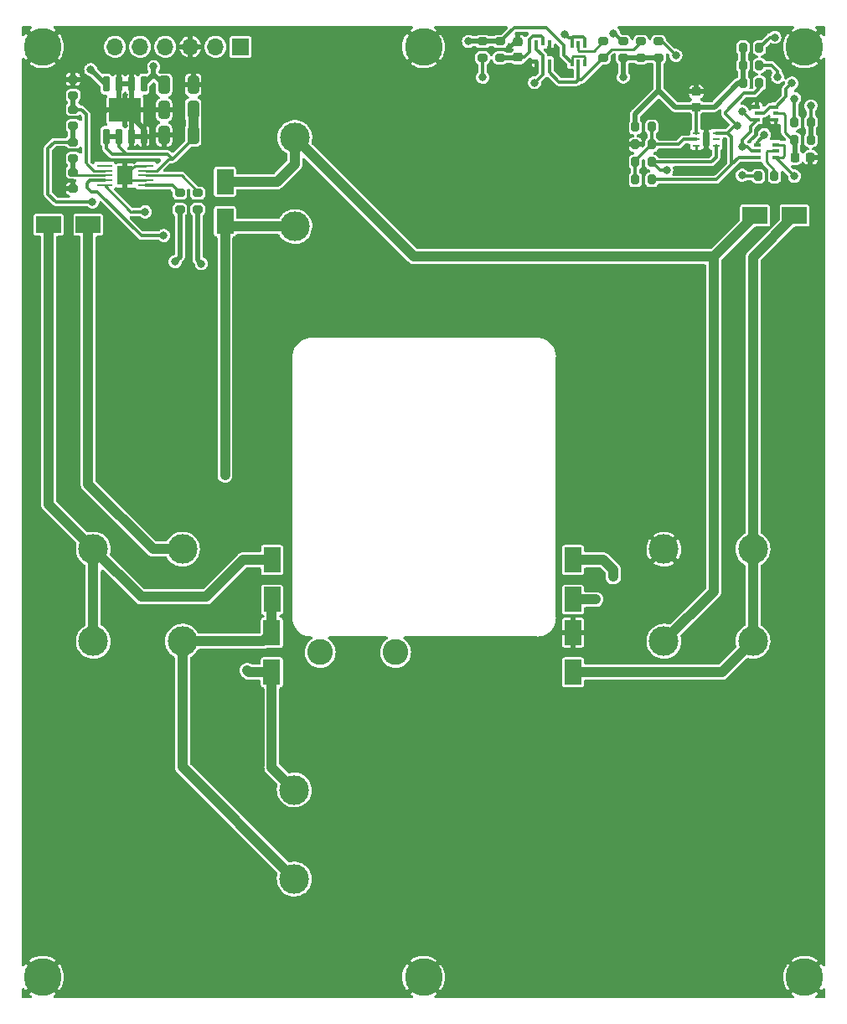
<source format=gbr>
%TF.GenerationSoftware,KiCad,Pcbnew,(6.0.5)*%
%TF.CreationDate,2022-08-19T15:51:03-07:00*%
%TF.ProjectId,X_Y_Panels,585f595f-5061-46e6-956c-732e6b696361,rev?*%
%TF.SameCoordinates,Original*%
%TF.FileFunction,Copper,L1,Top*%
%TF.FilePolarity,Positive*%
%FSLAX46Y46*%
G04 Gerber Fmt 4.6, Leading zero omitted, Abs format (unit mm)*
G04 Created by KiCad (PCBNEW (6.0.5)) date 2022-08-19 15:51:03*
%MOMM*%
%LPD*%
G01*
G04 APERTURE LIST*
G04 Aperture macros list*
%AMRoundRect*
0 Rectangle with rounded corners*
0 $1 Rounding radius*
0 $2 $3 $4 $5 $6 $7 $8 $9 X,Y pos of 4 corners*
0 Add a 4 corners polygon primitive as box body*
4,1,4,$2,$3,$4,$5,$6,$7,$8,$9,$2,$3,0*
0 Add four circle primitives for the rounded corners*
1,1,$1+$1,$2,$3*
1,1,$1+$1,$4,$5*
1,1,$1+$1,$6,$7*
1,1,$1+$1,$8,$9*
0 Add four rect primitives between the rounded corners*
20,1,$1+$1,$2,$3,$4,$5,0*
20,1,$1+$1,$4,$5,$6,$7,0*
20,1,$1+$1,$6,$7,$8,$9,0*
20,1,$1+$1,$8,$9,$2,$3,0*%
G04 Aperture macros list end*
%TA.AperFunction,SMDPad,CuDef*%
%ADD10RoundRect,0.200000X-0.200000X-0.275000X0.200000X-0.275000X0.200000X0.275000X-0.200000X0.275000X0*%
%TD*%
%TA.AperFunction,SMDPad,CuDef*%
%ADD11RoundRect,0.200000X0.200000X0.275000X-0.200000X0.275000X-0.200000X-0.275000X0.200000X-0.275000X0*%
%TD*%
%TA.AperFunction,SMDPad,CuDef*%
%ADD12RoundRect,0.200000X0.275000X-0.200000X0.275000X0.200000X-0.275000X0.200000X-0.275000X-0.200000X0*%
%TD*%
%TA.AperFunction,SMDPad,CuDef*%
%ADD13RoundRect,0.225000X0.250000X-0.225000X0.250000X0.225000X-0.250000X0.225000X-0.250000X-0.225000X0*%
%TD*%
%TA.AperFunction,ComponentPad*%
%ADD14C,3.000000*%
%TD*%
%TA.AperFunction,SMDPad,CuDef*%
%ADD15R,0.740000X0.270000*%
%TD*%
%TA.AperFunction,SMDPad,CuDef*%
%ADD16R,0.650000X1.350000*%
%TD*%
%TA.AperFunction,SMDPad,CuDef*%
%ADD17RoundRect,0.200000X-0.275000X0.200000X-0.275000X-0.200000X0.275000X-0.200000X0.275000X0.200000X0*%
%TD*%
%TA.AperFunction,SMDPad,CuDef*%
%ADD18RoundRect,0.250000X0.325000X0.650000X-0.325000X0.650000X-0.325000X-0.650000X0.325000X-0.650000X0*%
%TD*%
%TA.AperFunction,ConnectorPad*%
%ADD19C,3.800000*%
%TD*%
%TA.AperFunction,ComponentPad*%
%ADD20C,2.600000*%
%TD*%
%TA.AperFunction,SMDPad,CuDef*%
%ADD21RoundRect,0.250000X-0.325000X-0.650000X0.325000X-0.650000X0.325000X0.650000X-0.325000X0.650000X0*%
%TD*%
%TA.AperFunction,SMDPad,CuDef*%
%ADD22R,0.600000X0.400000*%
%TD*%
%TA.AperFunction,SMDPad,CuDef*%
%ADD23RoundRect,0.150000X0.150000X-0.650000X0.150000X0.650000X-0.150000X0.650000X-0.150000X-0.650000X0*%
%TD*%
%TA.AperFunction,SMDPad,CuDef*%
%ADD24R,3.200000X2.400000*%
%TD*%
%TA.AperFunction,SMDPad,CuDef*%
%ADD25R,2.500000X1.700000*%
%TD*%
%TA.AperFunction,SMDPad,CuDef*%
%ADD26R,1.700000X2.500000*%
%TD*%
%TA.AperFunction,SMDPad,CuDef*%
%ADD27RoundRect,0.225000X-0.225000X-0.250000X0.225000X-0.250000X0.225000X0.250000X-0.225000X0.250000X0*%
%TD*%
%TA.AperFunction,SMDPad,CuDef*%
%ADD28R,1.600000X0.280000*%
%TD*%
%TA.AperFunction,SMDPad,CuDef*%
%ADD29R,1.570000X1.880000*%
%TD*%
%TA.AperFunction,ComponentPad*%
%ADD30R,1.700000X1.700000*%
%TD*%
%TA.AperFunction,ComponentPad*%
%ADD31O,1.700000X1.700000*%
%TD*%
%TA.AperFunction,SMDPad,CuDef*%
%ADD32R,0.650000X0.400000*%
%TD*%
%TA.AperFunction,SMDPad,CuDef*%
%ADD33R,0.400000X0.650000*%
%TD*%
%TA.AperFunction,SMDPad,CuDef*%
%ADD34R,0.400000X0.600000*%
%TD*%
%TA.AperFunction,ViaPad*%
%ADD35C,0.800000*%
%TD*%
%TA.AperFunction,Conductor*%
%ADD36C,0.500000*%
%TD*%
%TA.AperFunction,Conductor*%
%ADD37C,0.306000*%
%TD*%
%TA.AperFunction,Conductor*%
%ADD38C,0.250000*%
%TD*%
%TA.AperFunction,Conductor*%
%ADD39C,0.290000*%
%TD*%
%TA.AperFunction,Conductor*%
%ADD40C,0.300000*%
%TD*%
%TA.AperFunction,Conductor*%
%ADD41C,0.280000*%
%TD*%
%TA.AperFunction,Conductor*%
%ADD42C,1.000000*%
%TD*%
G04 APERTURE END LIST*
D10*
%TO.P,R14,1*%
%TO.N,+3V3*%
X174581000Y-46876000D03*
%TO.P,R14,2*%
%TO.N,Net-(Q3-Pad6)*%
X176231000Y-46876000D03*
%TD*%
D11*
%TO.P,R20,1*%
%TO.N,SCL_ISO*%
X165339000Y-56650000D03*
%TO.P,R20,2*%
%TO.N,Net-(R19-Pad2)*%
X163689000Y-56650000D03*
%TD*%
D12*
%TO.P,R11,1*%
%TO.N,Net-(R10-Pad2)*%
X106881000Y-49923000D03*
%TO.P,R11,2*%
%TO.N,GND*%
X106881000Y-48273000D03*
%TD*%
D13*
%TO.P,C6,1*%
%TO.N,+3V3*%
X169848000Y-51075000D03*
%TO.P,C6,2*%
%TO.N,GND*%
X169848000Y-49525000D03*
%TD*%
D14*
%TO.P,SC3,1,+*%
%TO.N,Net-(D3-Pad2)*%
X129226000Y-129078000D03*
%TO.P,SC3,2,-*%
%TO.N,Net-(D4-Pad2)*%
X129226000Y-120078000D03*
%TD*%
D15*
%TO.P,U3,1,VDD*%
%TO.N,+3V3*%
X169869000Y-53714000D03*
%TO.P,U3,2,ADDR*%
%TO.N,Net-(R19-Pad2)*%
X169869000Y-54364000D03*
%TO.P,U3,3,GND*%
%TO.N,GND*%
X169869000Y-55014000D03*
%TO.P,U3,4,SCL*%
%TO.N,SCL_ISO*%
X171859000Y-55014000D03*
%TO.P,U3,5,INT*%
%TO.N,unconnected-(U3-Pad5)*%
X171859000Y-54364000D03*
%TO.P,U3,6,SDA*%
%TO.N,SDA_ISO*%
X171859000Y-53714000D03*
D16*
%TO.P,U3,7,EXP*%
%TO.N,GND*%
X170864000Y-54364000D03*
%TD*%
D17*
%TO.P,R4,1*%
%TO.N,SCL_ISO*%
X166038000Y-44458000D03*
%TO.P,R4,2*%
%TO.N,+3V3*%
X166038000Y-46108000D03*
%TD*%
D18*
%TO.P,C5,1*%
%TO.N,GND*%
X119006000Y-48848000D03*
%TO.P,C5,2*%
%TO.N,VBATT*%
X116056000Y-48848000D03*
%TD*%
D19*
%TO.P,H30,1,1*%
%TO.N,GND*%
X180792000Y-138997997D03*
D20*
X180792000Y-138997997D03*
%TD*%
D21*
%TO.P,C3,1*%
%TO.N,GND*%
X116056000Y-53923000D03*
%TO.P,C3,2*%
%TO.N,Net-(C3-Pad2)*%
X119006000Y-53923000D03*
%TD*%
D22*
%TO.P,Q3,1,S2*%
%TO.N,GND*%
X177881000Y-52373000D03*
%TO.P,Q3,2,G2*%
%TO.N,Net-(C2-Pad1)*%
X177881000Y-51723000D03*
%TO.P,Q3,3,D1*%
%TO.N,Net-(Q3-Pad3)*%
X177881000Y-51073000D03*
%TO.P,Q3,4,S1*%
%TO.N,GND*%
X175981000Y-51073000D03*
%TO.P,Q3,5,G1*%
%TO.N,Net-(Q3-Pad3)*%
X175981000Y-51723000D03*
%TO.P,Q3,6,D2*%
%TO.N,Net-(Q3-Pad6)*%
X175981000Y-52373000D03*
%TD*%
D14*
%TO.P,SC2,1,+*%
%TO.N,Net-(D2-Pad2)*%
X108918000Y-105058000D03*
%TO.P,SC2,2,-*%
%TO.N,Net-(D3-Pad2)*%
X117918000Y-105058000D03*
%TD*%
D11*
%TO.P,R12,1*%
%TO.N,Net-(Q3-Pad3)*%
X176231000Y-45098000D03*
%TO.P,R12,2*%
%TO.N,+3V3*%
X174581000Y-45098000D03*
%TD*%
D12*
%TO.P,R5,1*%
%TO.N,Net-(C1-Pad1)*%
X150036000Y-46108000D03*
%TO.P,R5,2*%
%TO.N,SCL_ISO*%
X150036000Y-44458000D03*
%TD*%
D23*
%TO.P,U2,1,VO*%
%TO.N,Net-(C3-Pad2)*%
X110221000Y-54051000D03*
%TO.P,U2,2,Vo_s*%
X111491000Y-54051000D03*
%TO.P,U2,3,GND*%
%TO.N,GND*%
X112761000Y-54051000D03*
%TO.P,U2,4,GND*%
X114031000Y-54051000D03*
%TO.P,U2,5,EN*%
%TO.N,VBATT*%
X114031000Y-48751000D03*
%TO.P,U2,6,GND*%
%TO.N,GND*%
X112761000Y-48751000D03*
%TO.P,U2,7,GND*%
X111491000Y-48751000D03*
%TO.P,U2,8,VCC*%
%TO.N,VBATT*%
X110221000Y-48751000D03*
D24*
%TO.P,U2,9,GND*%
%TO.N,GND*%
X112126000Y-51401000D03*
%TD*%
D12*
%TO.P,R3,1*%
%TO.N,+3V3*%
X164260000Y-46108000D03*
%TO.P,R3,2*%
%TO.N,Net-(Q1-Pad3)*%
X164260000Y-44458000D03*
%TD*%
D25*
%TO.P,D6,1,K*%
%TO.N,Net-(D5-Pad2)*%
X175786000Y-62058000D03*
%TO.P,D6,2,A*%
%TO.N,Net-(D6-Pad2)*%
X179786000Y-62058000D03*
%TD*%
D26*
%TO.P,D1,1,K*%
%TO.N,VSOLAR*%
X157402000Y-100848000D03*
%TO.P,D1,2,A*%
%TO.N,Net-(D1-Pad2)*%
X157402000Y-96848000D03*
%TD*%
D12*
%TO.P,R10,1*%
%TO.N,+3V3*%
X106881000Y-52971000D03*
%TO.P,R10,2*%
%TO.N,Net-(R10-Pad2)*%
X106881000Y-51321000D03*
%TD*%
D27*
%TO.P,C2,1*%
%TO.N,Net-(C2-Pad1)*%
X179831000Y-56176000D03*
%TO.P,C2,2*%
%TO.N,GND*%
X181381000Y-56176000D03*
%TD*%
D28*
%TO.P,U1,1,OUT2*%
%TO.N,Net-(R17-Pad1)*%
X114226000Y-59005000D03*
%TO.P,U1,2,ISENSE*%
%TO.N,GND*%
X114226000Y-58505000D03*
%TO.P,U1,3,OUT1*%
%TO.N,Net-(R18-Pad1)*%
X114226000Y-58005000D03*
%TO.P,U1,4,VCC*%
%TO.N,Net-(C3-Pad2)*%
X114226000Y-57505000D03*
%TO.P,U1,5,GND*%
%TO.N,GND*%
X114226000Y-57005000D03*
%TO.P,U1,6,FAULTN*%
%TO.N,unconnected-(U1-Pad6)*%
X110026000Y-57005000D03*
%TO.P,U1,7,A0*%
%TO.N,Net-(R10-Pad2)*%
X110026000Y-57505000D03*
%TO.P,U1,8,A1*%
%TO.N,Net-(R8-Pad2)*%
X110026000Y-58005000D03*
%TO.P,U1,9,SDA*%
%TO.N,SDA_ISO*%
X110026000Y-58505000D03*
%TO.P,U1,10,SCL*%
%TO.N,SCL_ISO*%
X110026000Y-59005000D03*
D29*
%TO.P,U1,11,EP*%
%TO.N,GND*%
X112126000Y-58005000D03*
%TD*%
D21*
%TO.P,C4,1*%
%TO.N,GND*%
X116056000Y-51383000D03*
%TO.P,C4,2*%
%TO.N,Net-(C3-Pad2)*%
X119006000Y-51383000D03*
%TD*%
D25*
%TO.P,D2,1,K*%
%TO.N,Net-(D1-Pad2)*%
X108406000Y-62973000D03*
%TO.P,D2,2,A*%
%TO.N,Net-(D2-Pad2)*%
X104406000Y-62973000D03*
%TD*%
D19*
%TO.P,H29,1,1*%
%TO.N,GND*%
X142292000Y-138997997D03*
D20*
X142292000Y-138997997D03*
%TD*%
D10*
%TO.P,R22,1*%
%TO.N,+3V3*%
X163689000Y-53094000D03*
%TO.P,R22,2*%
%TO.N,Net-(R19-Pad2)*%
X165339000Y-53094000D03*
%TD*%
%TO.P,R7,1*%
%TO.N,SDA*%
X179778000Y-52617000D03*
%TO.P,R7,2*%
%TO.N,SDA_ISO*%
X181428000Y-52617000D03*
%TD*%
D30*
%TO.P,J6,1,Pin_1*%
%TO.N,VBATT*%
X123792000Y-44997997D03*
D31*
%TO.P,J6,2,Pin_2*%
%TO.N,+3V3*%
X121252000Y-44997997D03*
%TO.P,J6,3,Pin_3*%
%TO.N,GND*%
X118712000Y-44997997D03*
%TO.P,J6,4,Pin_4*%
%TO.N,SDA*%
X116172000Y-44997997D03*
%TO.P,J6,5,Pin_5*%
%TO.N,SCL*%
X113632000Y-44997997D03*
%TO.P,J6,6,Pin_6*%
%TO.N,VSOLAR*%
X111092000Y-44997997D03*
%TD*%
D13*
%TO.P,C1,1*%
%TO.N,Net-(C1-Pad1)*%
X151814000Y-46058000D03*
%TO.P,C1,2*%
%TO.N,GND*%
X151814000Y-44508000D03*
%TD*%
D17*
%TO.P,R8,1*%
%TO.N,+3V3*%
X106881000Y-54623000D03*
%TO.P,R8,2*%
%TO.N,Net-(R8-Pad2)*%
X106881000Y-56273000D03*
%TD*%
D26*
%TO.P,D3,1,K*%
%TO.N,Net-(D2-Pad2)*%
X126976000Y-96848000D03*
%TO.P,D3,2,A*%
%TO.N,Net-(D3-Pad2)*%
X126976000Y-100848000D03*
%TD*%
D11*
%TO.P,R13,1*%
%TO.N,Net-(Q4-Pad2)*%
X177756000Y-58073000D03*
%TO.P,R13,2*%
%TO.N,Net-(Q3-Pad6)*%
X176106000Y-58073000D03*
%TD*%
D14*
%TO.P,SC1,1,+*%
%TO.N,Net-(D1-Pad2)*%
X117918000Y-95752000D03*
%TO.P,SC1,2,-*%
%TO.N,Net-(D2-Pad2)*%
X108918000Y-95752000D03*
%TD*%
D17*
%TO.P,R17,1*%
%TO.N,Net-(R17-Pad1)*%
X117656000Y-59773000D03*
%TO.P,R17,2*%
%TO.N,Coil_IN*%
X117656000Y-61423000D03*
%TD*%
D32*
%TO.P,Q4,1,E1*%
%TO.N,SDA*%
X177881000Y-56183000D03*
%TO.P,Q4,2,B1*%
%TO.N,Net-(Q4-Pad2)*%
X177881000Y-55533000D03*
%TO.P,Q4,3,C2*%
%TO.N,SDA*%
X177881000Y-54883000D03*
%TO.P,Q4,4,E2*%
%TO.N,SDA_ISO*%
X175981000Y-54883000D03*
%TO.P,Q4,5,B2*%
%TO.N,Net-(Q3-Pad6)*%
X175981000Y-55533000D03*
%TO.P,Q4,6,C1*%
%TO.N,SDA_ISO*%
X175981000Y-56183000D03*
%TD*%
D14*
%TO.P,SC5,1,+*%
%TO.N,Net-(D5-Pad2)*%
X166576000Y-105058000D03*
%TO.P,SC5,2,-*%
%TO.N,Net-(D6-Pad2)*%
X175576000Y-105058000D03*
%TD*%
D19*
%TO.P,H25,1,1*%
%TO.N,GND*%
X103792000Y-44997997D03*
D20*
X103792000Y-44997997D03*
%TD*%
D17*
%TO.P,R9,1*%
%TO.N,Net-(R8-Pad2)*%
X106881000Y-57671000D03*
%TO.P,R9,2*%
%TO.N,GND*%
X106881000Y-59321000D03*
%TD*%
D10*
%TO.P,R16,1*%
%TO.N,Net-(C2-Pad1)*%
X179781000Y-54398000D03*
%TO.P,R16,2*%
%TO.N,SDA_ISO*%
X181431000Y-54398000D03*
%TD*%
D33*
%TO.P,Q2,1,E1*%
%TO.N,SCL*%
X158581000Y-44748000D03*
%TO.P,Q2,2,B1*%
%TO.N,Net-(Q2-Pad2)*%
X157931000Y-44748000D03*
%TO.P,Q2,3,C2*%
%TO.N,SCL*%
X157281000Y-44748000D03*
%TO.P,Q2,4,E2*%
%TO.N,SCL_ISO*%
X157281000Y-46648000D03*
%TO.P,Q2,5,B2*%
%TO.N,Net-(Q1-Pad3)*%
X157931000Y-46648000D03*
%TO.P,Q2,6,C1*%
%TO.N,SCL_ISO*%
X158581000Y-46648000D03*
%TD*%
D34*
%TO.P,Q1,1,S2*%
%TO.N,GND*%
X153704000Y-46498000D03*
%TO.P,Q1,2,G2*%
%TO.N,Net-(Q1-Pad2)*%
X154354000Y-46498000D03*
%TO.P,Q1,3,D1*%
%TO.N,Net-(Q1-Pad3)*%
X155004000Y-46498000D03*
%TO.P,Q1,4,S1*%
%TO.N,GND*%
X155004000Y-44598000D03*
%TO.P,Q1,5,G1*%
%TO.N,Net-(C1-Pad1)*%
X154354000Y-44598000D03*
%TO.P,Q1,6,D2*%
%TO.N,Net-(Q1-Pad2)*%
X153704000Y-44598000D03*
%TD*%
D11*
%TO.P,R15,1*%
%TO.N,SDA_ISO*%
X176231000Y-48654000D03*
%TO.P,R15,2*%
%TO.N,+3V3*%
X174581000Y-48654000D03*
%TD*%
D12*
%TO.P,R2,1*%
%TO.N,Net-(Q1-Pad3)*%
X160450000Y-46108000D03*
%TO.P,R2,2*%
%TO.N,Net-(Q2-Pad2)*%
X160450000Y-44458000D03*
%TD*%
D11*
%TO.P,R21,1*%
%TO.N,SDA_ISO*%
X165339000Y-58428000D03*
%TO.P,R21,2*%
%TO.N,Net-(R19-Pad2)*%
X163689000Y-58428000D03*
%TD*%
D12*
%TO.P,R6,1*%
%TO.N,SCL*%
X148256000Y-46098000D03*
%TO.P,R6,2*%
%TO.N,SCL_ISO*%
X148256000Y-44448000D03*
%TD*%
D19*
%TO.P,H26,1,1*%
%TO.N,GND*%
X142292000Y-44997997D03*
D20*
X142292000Y-44997997D03*
%TD*%
%TO.P,H28,1,1*%
%TO.N,GND*%
X103792000Y-138997997D03*
D19*
X103792000Y-138997997D03*
%TD*%
D26*
%TO.P,D7,1,K*%
%TO.N,Net-(D6-Pad2)*%
X157402000Y-108188000D03*
%TO.P,D7,2,A*%
%TO.N,GND*%
X157402000Y-104188000D03*
%TD*%
%TO.P,D4,1,K*%
%TO.N,Net-(D3-Pad2)*%
X126956000Y-104188000D03*
%TO.P,D4,2,A*%
%TO.N,Net-(D4-Pad2)*%
X126956000Y-108188000D03*
%TD*%
D14*
%TO.P,SC4,1,+*%
%TO.N,Net-(D4-Pad2)*%
X129276000Y-63158000D03*
%TO.P,SC4,2,-*%
%TO.N,Net-(D5-Pad2)*%
X129276000Y-54158000D03*
%TD*%
D19*
%TO.P,H27,1,1*%
%TO.N,GND*%
X180792000Y-44997997D03*
D20*
X180792000Y-44997997D03*
%TD*%
D10*
%TO.P,R19,1*%
%TO.N,GND*%
X163689000Y-54872000D03*
%TO.P,R19,2*%
%TO.N,Net-(R19-Pad2)*%
X165339000Y-54872000D03*
%TD*%
D17*
%TO.P,R1,1*%
%TO.N,Net-(Q1-Pad2)*%
X162482000Y-44458000D03*
%TO.P,R1,2*%
%TO.N,+3V3*%
X162482000Y-46108000D03*
%TD*%
%TO.P,R18,1*%
%TO.N,Net-(R18-Pad1)*%
X119456000Y-59773000D03*
%TO.P,R18,2*%
%TO.N,Coil_OUT*%
X119456000Y-61423000D03*
%TD*%
D20*
%TO.P,TP5,1,1*%
%TO.N,Coil_IN*%
X131838000Y-106167998D03*
%TO.P,TP5,2,2*%
%TO.N,Coil_OUT*%
X139458000Y-106167998D03*
%TD*%
D26*
%TO.P,D5,1,K*%
%TO.N,Net-(D4-Pad2)*%
X122216000Y-62628000D03*
%TO.P,D5,2,A*%
%TO.N,Net-(D5-Pad2)*%
X122216000Y-58628000D03*
%TD*%
D14*
%TO.P,SC6,1,+*%
%TO.N,Net-(D6-Pad2)*%
X175576000Y-95752000D03*
%TO.P,SC6,2,-*%
%TO.N,GND*%
X166576000Y-95752000D03*
%TD*%
D35*
%TO.N,GND*%
X114610000Y-51430000D03*
X109410000Y-51440000D03*
X112126000Y-58005000D03*
X112127500Y-51402500D03*
X156331000Y-47373000D03*
X169881000Y-47698000D03*
X177036000Y-50028000D03*
X113431000Y-60198000D03*
X177926000Y-53698000D03*
X171436000Y-52528000D03*
X109306000Y-55723000D03*
X105381000Y-56998000D03*
X168578000Y-55634000D03*
X171046000Y-57558000D03*
%TO.N,VBATT*%
X115006000Y-46998000D03*
X108656000Y-47298000D03*
%TO.N,+3V3*%
X108831000Y-60673000D03*
X162482000Y-48047000D03*
%TO.N,SDA*%
X179778000Y-50220000D03*
X179781000Y-58073000D03*
%TO.N,SCL*%
X156581000Y-43748000D03*
X148256000Y-48073000D03*
%TO.N,Net-(Q1-Pad2)*%
X153506000Y-48623000D03*
X161468500Y-43623000D03*
%TO.N,Net-(Q3-Pad3)*%
X177781000Y-44048000D03*
X179506000Y-48673000D03*
%TO.N,Net-(Q3-Pad6)*%
X174481000Y-57973000D03*
X174481000Y-55123000D03*
X178081000Y-48048000D03*
X174506000Y-51548000D03*
%TO.N,Coil_IN*%
X117181000Y-66698000D03*
%TO.N,Coil_OUT*%
X119831000Y-66898000D03*
%TO.N,Net-(D1-Pad2)*%
X161466000Y-98560000D03*
%TO.N,Net-(D4-Pad2)*%
X124476000Y-108018000D03*
X122216000Y-88266000D03*
%TO.N,VSOLAR*%
X159686000Y-100848000D03*
%TO.N,SCL_ISO*%
X146831000Y-44448000D03*
X167781000Y-45873000D03*
X166856000Y-57473000D03*
X114156000Y-61673000D03*
%TO.N,SDA_ISO*%
X176731000Y-53873000D03*
X181431000Y-50973000D03*
X116031000Y-64073000D03*
X173981000Y-52973000D03*
%TD*%
D36*
%TO.N,GND*%
X112127500Y-51402500D02*
X112126000Y-51401000D01*
D37*
%TO.N,Net-(C1-Pad1)*%
X153331000Y-43898000D02*
X153006000Y-44223000D01*
X154354000Y-44042978D02*
X154209022Y-43898000D01*
X153006000Y-44223000D02*
X153006000Y-45498000D01*
D36*
X150036000Y-46108000D02*
X151764000Y-46108000D01*
D37*
X154354000Y-44598000D02*
X154354000Y-44042978D01*
D36*
X151764000Y-46108000D02*
X151814000Y-46058000D01*
D37*
X154209022Y-43898000D02*
X153331000Y-43898000D01*
X153006000Y-45498000D02*
X152446000Y-46058000D01*
X152446000Y-46058000D02*
X151814000Y-46058000D01*
D38*
%TO.N,GND*%
X151814000Y-44508000D02*
X151596000Y-44508000D01*
D36*
X112761000Y-54051000D02*
X114031000Y-54051000D01*
D39*
X114226000Y-57005000D02*
X113126000Y-57005000D01*
D36*
X111491000Y-48751000D02*
X112761000Y-48751000D01*
D38*
X151406000Y-44508000D02*
X150816000Y-45098000D01*
D36*
X111491000Y-50766000D02*
X112126000Y-51401000D01*
X114031000Y-53306000D02*
X112127500Y-51402500D01*
X114031000Y-54051000D02*
X114031000Y-53306000D01*
X112761000Y-48751000D02*
X112761000Y-50766000D01*
X112761000Y-52036000D02*
X112126000Y-51401000D01*
D38*
X151814000Y-44508000D02*
X151406000Y-44508000D01*
X169869000Y-55014000D02*
X169869000Y-55565000D01*
D40*
X112626000Y-58505000D02*
X112126000Y-58005000D01*
D39*
X113126000Y-57005000D02*
X112126000Y-58005000D01*
D36*
X112761000Y-50766000D02*
X112126000Y-51401000D01*
X112761000Y-54051000D02*
X112761000Y-52036000D01*
D38*
X151596000Y-44508000D02*
X150906000Y-45198000D01*
D41*
X114226000Y-58505000D02*
X112626000Y-58505000D01*
D36*
X111491000Y-48751000D02*
X111491000Y-50766000D01*
%TO.N,Net-(C2-Pad1)*%
X179831000Y-54448000D02*
X179781000Y-54398000D01*
D38*
X179586000Y-54398000D02*
X178806000Y-53618000D01*
X178661000Y-51723000D02*
X177881000Y-51723000D01*
D36*
X179831000Y-56176000D02*
X179831000Y-54448000D01*
D38*
X178806000Y-51868000D02*
X178661000Y-51723000D01*
X178806000Y-53618000D02*
X178806000Y-51868000D01*
X179781000Y-54398000D02*
X179586000Y-54398000D01*
D37*
%TO.N,Net-(C3-Pad2)*%
X112806000Y-55873000D02*
X116406000Y-55873000D01*
X111491000Y-55083000D02*
X112281000Y-55873000D01*
D40*
X119006000Y-54248000D02*
X119006000Y-53923000D01*
D37*
X111491000Y-54051000D02*
X111491000Y-55083000D01*
X116406000Y-55873000D02*
X116893500Y-56360500D01*
D42*
X119006000Y-51383000D02*
X119006000Y-53923000D01*
D38*
X115325022Y-57505000D02*
X116469522Y-56360500D01*
D37*
X110221000Y-54051000D02*
X110221000Y-55238000D01*
X112281000Y-55873000D02*
X112806000Y-55873000D01*
D38*
X114226000Y-57505000D02*
X115325022Y-57505000D01*
X116469522Y-56360500D02*
X116893500Y-56360500D01*
D40*
X116893500Y-56360500D02*
X119006000Y-54248000D01*
D37*
X110856000Y-55873000D02*
X112806000Y-55873000D01*
X110221000Y-55238000D02*
X110856000Y-55873000D01*
D36*
X110221000Y-54051000D02*
X111491000Y-54051000D01*
%TO.N,VBATT*%
X110109000Y-48751000D02*
X108656000Y-47298000D01*
X115006000Y-47776000D02*
X114031000Y-48751000D01*
X110221000Y-48751000D02*
X110109000Y-48751000D01*
X115006000Y-46998000D02*
X115006000Y-47798000D01*
X115006000Y-47798000D02*
X116056000Y-48848000D01*
X115006000Y-46998000D02*
X115006000Y-47776000D01*
%TO.N,+3V3*%
X163689000Y-51779000D02*
X166038000Y-49430000D01*
X169848000Y-51075000D02*
X171679000Y-51075000D01*
D37*
X169848000Y-51075000D02*
X169848000Y-53693000D01*
D36*
X174581000Y-46876000D02*
X174581000Y-48654000D01*
D37*
X104331000Y-59873000D02*
X105131000Y-60673000D01*
X169848000Y-53693000D02*
X169869000Y-53714000D01*
D36*
X163689000Y-53094000D02*
X163689000Y-51779000D01*
X166038000Y-46108000D02*
X166038000Y-49430000D01*
D37*
X105131000Y-60673000D02*
X108831000Y-60673000D01*
D36*
X166038000Y-49430000D02*
X167683000Y-51075000D01*
X174100000Y-48654000D02*
X174581000Y-48654000D01*
X106881000Y-52971000D02*
X106881000Y-54623000D01*
X162482000Y-46108000D02*
X164260000Y-46108000D01*
X167683000Y-51075000D02*
X169848000Y-51075000D01*
X162482000Y-46108000D02*
X162482000Y-48047000D01*
D37*
X104981000Y-54623000D02*
X104331000Y-55273000D01*
X106881000Y-54623000D02*
X104981000Y-54623000D01*
D36*
X171679000Y-51075000D02*
X174100000Y-48654000D01*
D37*
X104331000Y-55273000D02*
X104331000Y-59873000D01*
D36*
X164260000Y-46108000D02*
X166038000Y-46108000D01*
X174581000Y-45098000D02*
X174581000Y-46876000D01*
D38*
%TO.N,SDA*%
X178651000Y-54883000D02*
X178706000Y-54938000D01*
X178706000Y-56038000D02*
X178561000Y-56183000D01*
D37*
X179778000Y-52617000D02*
X179778000Y-50220000D01*
X177881000Y-56183000D02*
X177891000Y-56183000D01*
D38*
X177881000Y-54883000D02*
X178651000Y-54883000D01*
D37*
X177891000Y-56183000D02*
X179781000Y-58073000D01*
D38*
X178561000Y-56183000D02*
X177881000Y-56183000D01*
X178706000Y-54938000D02*
X178706000Y-56038000D01*
D37*
%TO.N,SCL*%
X157425000Y-43973000D02*
X158386022Y-43973000D01*
X156950000Y-44117000D02*
X156581000Y-43748000D01*
X148256000Y-48073000D02*
X148256000Y-46098000D01*
X157281000Y-44117000D02*
X156950000Y-44117000D01*
X158386022Y-43973000D02*
X158581000Y-44167978D01*
X158581000Y-44167978D02*
X158581000Y-44748000D01*
X157281000Y-44117000D02*
X157425000Y-43973000D01*
X157281000Y-44748000D02*
X157281000Y-44117000D01*
%TO.N,Net-(Q1-Pad2)*%
X154354000Y-46498000D02*
X154354000Y-45892000D01*
X154354000Y-45892000D02*
X153704000Y-45242000D01*
X162391000Y-44458000D02*
X161468500Y-43535500D01*
X154354000Y-46498000D02*
X154354000Y-47775000D01*
X153704000Y-45242000D02*
X153704000Y-44598000D01*
X154354000Y-47775000D02*
X153506000Y-48623000D01*
X162482000Y-44458000D02*
X162391000Y-44458000D01*
%TO.N,Net-(Q1-Pad3)*%
X157706000Y-48548000D02*
X157931000Y-48323000D01*
X157931000Y-48323000D02*
X157931000Y-46648000D01*
X155004000Y-46498000D02*
X155004000Y-47571000D01*
D38*
X164260000Y-44458000D02*
X164260000Y-44524000D01*
D37*
X160450000Y-46108000D02*
X158235000Y-48323000D01*
X158235000Y-48323000D02*
X157931000Y-48323000D01*
X155981000Y-48548000D02*
X157706000Y-48548000D01*
X155004000Y-47571000D02*
X155981000Y-48548000D01*
D38*
X163526000Y-45258000D02*
X161300000Y-45258000D01*
X164260000Y-44524000D02*
X163526000Y-45258000D01*
X161300000Y-45258000D02*
X160450000Y-46108000D01*
%TO.N,Net-(Q2-Pad2)*%
X157931000Y-45353000D02*
X158003511Y-45425511D01*
X159482489Y-45425511D02*
X160450000Y-44458000D01*
X158003511Y-45425511D02*
X159482489Y-45425511D01*
X157931000Y-44748000D02*
X157931000Y-45353000D01*
D37*
%TO.N,Net-(Q3-Pad3)*%
X177781000Y-44048000D02*
X177281000Y-44048000D01*
D40*
X177881000Y-51073000D02*
X178916000Y-50038000D01*
X178916000Y-50038000D02*
X178916000Y-49263000D01*
D37*
X177281000Y-44048000D02*
X176231000Y-45098000D01*
D40*
X178916000Y-49263000D02*
X179506000Y-48673000D01*
D37*
X176675978Y-51723000D02*
X177325978Y-51073000D01*
X177325978Y-51073000D02*
X177881000Y-51073000D01*
X175981000Y-51723000D02*
X176675978Y-51723000D01*
%TO.N,Net-(Q3-Pad6)*%
X175331000Y-52373000D02*
X174506000Y-51548000D01*
X174990978Y-55123000D02*
X174481000Y-55123000D01*
X178081000Y-48048000D02*
X178081000Y-47498000D01*
X177459000Y-46876000D02*
X176231000Y-46876000D01*
X175981000Y-52373000D02*
X175303489Y-53050511D01*
X176106000Y-58073000D02*
X174581000Y-58073000D01*
X174581000Y-58073000D02*
X174481000Y-57973000D01*
X175303489Y-55435511D02*
X175400978Y-55533000D01*
X174481000Y-54423000D02*
X174481000Y-55123000D01*
X175303489Y-53600511D02*
X174481000Y-54423000D01*
X175400978Y-55533000D02*
X174990978Y-55123000D01*
X178081000Y-47498000D02*
X177459000Y-46876000D01*
X175981000Y-52373000D02*
X175331000Y-52373000D01*
X175400978Y-55533000D02*
X175981000Y-55533000D01*
X175303489Y-53050511D02*
X175303489Y-53600511D01*
D38*
%TO.N,Net-(Q4-Pad2)*%
X177756000Y-57468000D02*
X176936000Y-56648000D01*
X177021000Y-55533000D02*
X177881000Y-55533000D01*
X176936000Y-55618000D02*
X177021000Y-55533000D01*
X176936000Y-56648000D02*
X176936000Y-55618000D01*
X177756000Y-58073000D02*
X177756000Y-57468000D01*
%TO.N,Net-(R8-Pad2)*%
X107215000Y-58005000D02*
X106881000Y-57671000D01*
D36*
X106881000Y-57671000D02*
X106881000Y-56273000D01*
D38*
X110026000Y-58005000D02*
X107215000Y-58005000D01*
D40*
%TO.N,Net-(R10-Pad2)*%
X108181000Y-51823000D02*
X107679000Y-51321000D01*
D38*
X110026000Y-57505000D02*
X108926978Y-57505000D01*
D40*
X108181000Y-56723000D02*
X108181000Y-51823000D01*
D36*
X106881000Y-49923000D02*
X106881000Y-51321000D01*
D38*
X108926978Y-57505000D02*
X108181000Y-56759022D01*
D40*
X107679000Y-51321000D02*
X106881000Y-51321000D01*
D38*
X108181000Y-56759022D02*
X108181000Y-56723000D01*
D40*
%TO.N,Net-(R17-Pad1)*%
X116888000Y-59005000D02*
X117656000Y-59773000D01*
X114226000Y-59005000D02*
X116888000Y-59005000D01*
D36*
%TO.N,Coil_IN*%
X117181000Y-66698000D02*
X117656000Y-66223000D01*
X117656000Y-66223000D02*
X117656000Y-61423000D01*
%TO.N,Coil_OUT*%
X119456000Y-66523000D02*
X119456000Y-61423000D01*
X119831000Y-66898000D02*
X119456000Y-66523000D01*
D42*
%TO.N,Net-(D1-Pad2)*%
X108406000Y-89188000D02*
X108406000Y-62973000D01*
X160456000Y-96848000D02*
X157402000Y-96848000D01*
X114970000Y-95752000D02*
X108406000Y-89188000D01*
X161466000Y-97858000D02*
X160456000Y-96848000D01*
X117918000Y-95752000D02*
X114970000Y-95752000D01*
X161466000Y-98560000D02*
X161466000Y-97858000D01*
%TO.N,Net-(D2-Pad2)*%
X104406000Y-62973000D02*
X104406000Y-91240000D01*
X120318000Y-100592000D02*
X124062000Y-96848000D01*
X108918000Y-95752000D02*
X113758000Y-100592000D01*
X113758000Y-100592000D02*
X120318000Y-100592000D01*
X108918000Y-95752000D02*
X108918000Y-105058000D01*
X108918000Y-95752000D02*
X104406000Y-91240000D01*
X124062000Y-96848000D02*
X126976000Y-96848000D01*
%TO.N,Net-(D4-Pad2)*%
X124646000Y-108188000D02*
X124476000Y-108018000D01*
X122746000Y-63158000D02*
X122216000Y-62628000D01*
X129276000Y-63158000D02*
X122746000Y-63158000D01*
X126956000Y-117808000D02*
X129226000Y-120078000D01*
X122216000Y-88266000D02*
X122216000Y-62628000D01*
X126956000Y-108188000D02*
X124646000Y-108188000D01*
X126956000Y-108188000D02*
X126956000Y-117808000D01*
%TO.N,Net-(D5-Pad2)*%
X171626000Y-100008000D02*
X171626000Y-66218000D01*
X127484000Y-58628000D02*
X122216000Y-58628000D01*
X129276000Y-56836000D02*
X127484000Y-58628000D01*
X171626000Y-66218000D02*
X175786000Y-62058000D01*
X166576000Y-105058000D02*
X171626000Y-100008000D01*
X129276000Y-54158000D02*
X129276000Y-56836000D01*
X141336000Y-66218000D02*
X171626000Y-66218000D01*
X129276000Y-54158000D02*
X141336000Y-66218000D01*
%TO.N,Net-(D6-Pad2)*%
X175576000Y-66268000D02*
X179786000Y-62058000D01*
X175576000Y-95752000D02*
X175576000Y-66268000D01*
X172446000Y-108188000D02*
X175576000Y-105058000D01*
X157402000Y-108188000D02*
X172446000Y-108188000D01*
X175576000Y-105058000D02*
X175576000Y-95752000D01*
%TO.N,VSOLAR*%
X157402000Y-100848000D02*
X159686000Y-100848000D01*
D38*
%TO.N,SCL_ISO*%
X112906000Y-61673000D02*
X112694000Y-61673000D01*
D37*
X166856000Y-57473000D02*
X166162000Y-57473000D01*
D38*
X157281000Y-46648000D02*
X157281000Y-46053000D01*
D37*
X171859000Y-56163000D02*
X171859000Y-55014000D01*
D38*
X157396000Y-45938000D02*
X158456000Y-45938000D01*
X158581000Y-46063000D02*
X158581000Y-46648000D01*
D37*
X165339000Y-56650000D02*
X171372000Y-56650000D01*
X154990480Y-43392480D02*
X154656000Y-43058000D01*
X171372000Y-56650000D02*
X171859000Y-56163000D01*
X154656000Y-43058000D02*
X151436000Y-43058000D01*
X166366000Y-44458000D02*
X167781000Y-45873000D01*
X156456000Y-45823000D02*
X156456000Y-44844978D01*
D36*
X148256000Y-44448000D02*
X146831000Y-44448000D01*
D40*
X112906000Y-61673000D02*
X114156000Y-61673000D01*
D37*
X166162000Y-57473000D02*
X165339000Y-56650000D01*
D36*
X150026000Y-44448000D02*
X150036000Y-44458000D01*
D38*
X112694000Y-61673000D02*
X110026000Y-59005000D01*
D36*
X148256000Y-44448000D02*
X150026000Y-44448000D01*
D37*
X166038000Y-44458000D02*
X166366000Y-44458000D01*
X156456000Y-44844978D02*
X155003502Y-43392480D01*
X157281000Y-46648000D02*
X156456000Y-45823000D01*
D38*
X157281000Y-46053000D02*
X157396000Y-45938000D01*
D37*
X151436000Y-43058000D02*
X150036000Y-44458000D01*
D38*
X158456000Y-45938000D02*
X158581000Y-46063000D01*
D37*
X155003502Y-43392480D02*
X154990480Y-43392480D01*
%TO.N,SDA_ISO*%
X175731000Y-49698000D02*
X176231000Y-49198000D01*
X172806000Y-51798000D02*
X172806000Y-51573000D01*
X181431000Y-52614000D02*
X181428000Y-52617000D01*
D36*
X181428000Y-52617000D02*
X181428000Y-54395000D01*
D37*
X173981000Y-52973000D02*
X172806000Y-51798000D01*
D40*
X109331000Y-59623000D02*
X108706000Y-59623000D01*
D37*
X174125000Y-56183000D02*
X173404000Y-56904000D01*
X173008000Y-53714000D02*
X171859000Y-53714000D01*
D40*
X116031000Y-64073000D02*
X113781000Y-64073000D01*
D37*
X172806000Y-51573000D02*
X174681000Y-49698000D01*
D36*
X181428000Y-54395000D02*
X181431000Y-54398000D01*
D37*
X173981000Y-52973000D02*
X173749000Y-52973000D01*
X176231000Y-49198000D02*
X176231000Y-48654000D01*
X165339000Y-58428000D02*
X171880000Y-58428000D01*
X175981000Y-56183000D02*
X174125000Y-56183000D01*
X174681000Y-49698000D02*
X175731000Y-49698000D01*
X181431000Y-50973000D02*
X181431000Y-52614000D01*
D40*
X108281000Y-58773000D02*
X108549000Y-58505000D01*
X108549000Y-58505000D02*
X110026000Y-58505000D01*
D37*
X175981000Y-54883000D02*
X175981000Y-54623000D01*
X173404000Y-54110000D02*
X173008000Y-53714000D01*
X171880000Y-58428000D02*
X173404000Y-56904000D01*
X173749000Y-52973000D02*
X173008000Y-53714000D01*
X175981000Y-54623000D02*
X176731000Y-53873000D01*
D40*
X108281000Y-59198000D02*
X108281000Y-58773000D01*
D37*
X173404000Y-56904000D02*
X173404000Y-54110000D01*
D40*
X113781000Y-64073000D02*
X109331000Y-59623000D01*
X108706000Y-59623000D02*
X108281000Y-59198000D01*
D42*
%TO.N,Net-(D3-Pad2)*%
X126956000Y-104188000D02*
X126956000Y-100868000D01*
X126956000Y-100868000D02*
X126976000Y-100848000D01*
X117918000Y-105058000D02*
X117918000Y-117770000D01*
X126086000Y-105058000D02*
X126956000Y-104188000D01*
X117918000Y-105058000D02*
X126086000Y-105058000D01*
X117918000Y-117770000D02*
X129226000Y-129078000D01*
D38*
%TO.N,Net-(R18-Pad1)*%
X119456000Y-59773000D02*
X119456000Y-59628000D01*
X119456000Y-59628000D02*
X117833000Y-58005000D01*
X117833000Y-58005000D02*
X114226000Y-58005000D01*
D37*
%TO.N,Net-(R19-Pad2)*%
X168070000Y-54872000D02*
X168578000Y-54364000D01*
X163689000Y-56650000D02*
X163689000Y-56522000D01*
X163689000Y-56650000D02*
X163689000Y-58428000D01*
X165339000Y-54872000D02*
X168070000Y-54872000D01*
X168578000Y-54364000D02*
X169869000Y-54364000D01*
X163689000Y-56522000D02*
X165339000Y-54872000D01*
X165339000Y-53094000D02*
X165339000Y-54872000D01*
%TD*%
%TA.AperFunction,Conductor*%
%TO.N,GND*%
G36*
X102634223Y-42898709D02*
G01*
X102691186Y-42949175D01*
X102718173Y-43020332D01*
X102709000Y-43095879D01*
X102665769Y-43158510D01*
X102641985Y-43175929D01*
X102564464Y-43222324D01*
X102555581Y-43228498D01*
X102474114Y-43293765D01*
X102464191Y-43306719D01*
X102466228Y-43313015D01*
X103778349Y-44625136D01*
X103792315Y-44633579D01*
X103801212Y-44629575D01*
X105111517Y-43319270D01*
X105119960Y-43305304D01*
X105117147Y-43299054D01*
X105046872Y-43241534D01*
X105038073Y-43235281D01*
X104939812Y-43175067D01*
X104886325Y-43120930D01*
X104864124Y-43048138D01*
X104878294Y-42973366D01*
X104925589Y-42913745D01*
X104995174Y-42882931D01*
X105022889Y-42880497D01*
X141060332Y-42880497D01*
X141134223Y-42898709D01*
X141191186Y-42949175D01*
X141218173Y-43020332D01*
X141209000Y-43095879D01*
X141165769Y-43158510D01*
X141141985Y-43175929D01*
X141064464Y-43222324D01*
X141055581Y-43228498D01*
X140974114Y-43293765D01*
X140964191Y-43306719D01*
X140966228Y-43313015D01*
X142278349Y-44625136D01*
X142292315Y-44633579D01*
X142301212Y-44629575D01*
X143611517Y-43319270D01*
X143619960Y-43305304D01*
X143617147Y-43299054D01*
X143546872Y-43241534D01*
X143538073Y-43235281D01*
X143439812Y-43175067D01*
X143386325Y-43120930D01*
X143364124Y-43048138D01*
X143378294Y-42973366D01*
X143425589Y-42913745D01*
X143495174Y-42882931D01*
X143522889Y-42880497D01*
X150644866Y-42880497D01*
X150718757Y-42898709D01*
X150775720Y-42949175D01*
X150802707Y-43020332D01*
X150793534Y-43095879D01*
X150757296Y-43151927D01*
X150158293Y-43750930D01*
X150093166Y-43790301D01*
X150045863Y-43797500D01*
X149727840Y-43797501D01*
X149705970Y-43797501D01*
X149689191Y-43799087D01*
X149683386Y-43799635D01*
X149683385Y-43799635D01*
X149673736Y-43800547D01*
X149664591Y-43803759D01*
X149664589Y-43803759D01*
X149608931Y-43823305D01*
X149543084Y-43846429D01*
X149472170Y-43898807D01*
X149461895Y-43906396D01*
X149391639Y-43935646D01*
X149367430Y-43937500D01*
X148938109Y-43937500D01*
X148864218Y-43919288D01*
X148843644Y-43906396D01*
X148820487Y-43889292D01*
X148748916Y-43836429D01*
X148618264Y-43790547D01*
X148599204Y-43788745D01*
X148589759Y-43787852D01*
X148589750Y-43787852D01*
X148586031Y-43787500D01*
X148256485Y-43787500D01*
X147925970Y-43787501D01*
X147909191Y-43789087D01*
X147903386Y-43789635D01*
X147903385Y-43789635D01*
X147893736Y-43790547D01*
X147884591Y-43793759D01*
X147884589Y-43793759D01*
X147854106Y-43804464D01*
X147763084Y-43836429D01*
X147691513Y-43889292D01*
X147668356Y-43906396D01*
X147598100Y-43935646D01*
X147573891Y-43937500D01*
X147310119Y-43937500D01*
X147236228Y-43919288D01*
X147219374Y-43909062D01*
X147217884Y-43908026D01*
X147210725Y-43901648D01*
X147202255Y-43897163D01*
X147202253Y-43897162D01*
X147142110Y-43865318D01*
X147069440Y-43826841D01*
X146914391Y-43787895D01*
X146834458Y-43787476D01*
X146764107Y-43787108D01*
X146764106Y-43787108D01*
X146754526Y-43787058D01*
X146713535Y-43796899D01*
X146608397Y-43822140D01*
X146608393Y-43822141D01*
X146599077Y-43824378D01*
X146590562Y-43828773D01*
X146590559Y-43828774D01*
X146476787Y-43887497D01*
X146457017Y-43897701D01*
X146449798Y-43903999D01*
X146449796Y-43904000D01*
X146365557Y-43977487D01*
X146336548Y-44002793D01*
X146244624Y-44133588D01*
X146241142Y-44142520D01*
X146241141Y-44142521D01*
X146192599Y-44267025D01*
X146186552Y-44282534D01*
X146165685Y-44441033D01*
X146166736Y-44450553D01*
X146166736Y-44450556D01*
X146182176Y-44590405D01*
X146183228Y-44599933D01*
X146238168Y-44750063D01*
X146243511Y-44758015D01*
X146243512Y-44758016D01*
X146320443Y-44872500D01*
X146327333Y-44882754D01*
X146445575Y-44990346D01*
X146453991Y-44994915D01*
X146453993Y-44994917D01*
X146577645Y-45062055D01*
X146577647Y-45062056D01*
X146586068Y-45066628D01*
X146740702Y-45107195D01*
X146750281Y-45107345D01*
X146750285Y-45107346D01*
X146823712Y-45108499D01*
X146900548Y-45109706D01*
X146910853Y-45107346D01*
X146987362Y-45089823D01*
X147056380Y-45074016D01*
X147126324Y-45038838D01*
X147190637Y-45006492D01*
X147190639Y-45006491D01*
X147199200Y-45002185D01*
X147206488Y-44995960D01*
X147214473Y-44990655D01*
X147215250Y-44991825D01*
X147273761Y-44962456D01*
X147309007Y-44958500D01*
X147573891Y-44958500D01*
X147647782Y-44976712D01*
X147668356Y-44989604D01*
X147763084Y-45059571D01*
X147893736Y-45105453D01*
X147912164Y-45107195D01*
X147922241Y-45108148D01*
X147922250Y-45108148D01*
X147925969Y-45108500D01*
X148255515Y-45108500D01*
X148586030Y-45108499D01*
X148602809Y-45106913D01*
X148608614Y-45106365D01*
X148608615Y-45106365D01*
X148618264Y-45105453D01*
X148627409Y-45102241D01*
X148627411Y-45102241D01*
X148737702Y-45063509D01*
X148737701Y-45063509D01*
X148748916Y-45059571D01*
X148843644Y-44989604D01*
X148913900Y-44960354D01*
X148938109Y-44958500D01*
X149340352Y-44958500D01*
X149414243Y-44976712D01*
X149434817Y-44989604D01*
X149543084Y-45069571D01*
X149673736Y-45115453D01*
X149692796Y-45117255D01*
X149702241Y-45118148D01*
X149702250Y-45118148D01*
X149705969Y-45118500D01*
X150035515Y-45118500D01*
X150366030Y-45118499D01*
X150382809Y-45116913D01*
X150388614Y-45116365D01*
X150388615Y-45116365D01*
X150398264Y-45115453D01*
X150407409Y-45112241D01*
X150407411Y-45112241D01*
X150510162Y-45076157D01*
X150528916Y-45069571D01*
X150640301Y-44987301D01*
X150722571Y-44875916D01*
X150768453Y-44745264D01*
X150769365Y-44735611D01*
X150770694Y-44729557D01*
X150804320Y-44661286D01*
X150865821Y-44616462D01*
X150941108Y-44605352D01*
X151012934Y-44630503D01*
X151064845Y-44686153D01*
X151085000Y-44763633D01*
X151085000Y-44774047D01*
X151085464Y-44782616D01*
X151090286Y-44827005D01*
X151094863Y-44846253D01*
X151135549Y-44954785D01*
X151146318Y-44974455D01*
X151215022Y-45066126D01*
X151230874Y-45081978D01*
X151323911Y-45151706D01*
X151372116Y-45210595D01*
X151387433Y-45285140D01*
X151366353Y-45358264D01*
X151323911Y-45406171D01*
X151217169Y-45486169D01*
X151185760Y-45528079D01*
X151181431Y-45533855D01*
X151122543Y-45582061D01*
X151054197Y-45597500D01*
X150718109Y-45597500D01*
X150644218Y-45579288D01*
X150623644Y-45566396D01*
X150617202Y-45561638D01*
X150528916Y-45496429D01*
X150398264Y-45450547D01*
X150379204Y-45448745D01*
X150369759Y-45447852D01*
X150369750Y-45447852D01*
X150366031Y-45447500D01*
X150036485Y-45447500D01*
X149705970Y-45447501D01*
X149689191Y-45449087D01*
X149683386Y-45449635D01*
X149683385Y-45449635D01*
X149673736Y-45450547D01*
X149664591Y-45453759D01*
X149664589Y-45453759D01*
X149591641Y-45479377D01*
X149543084Y-45496429D01*
X149431699Y-45578699D01*
X149349429Y-45690084D01*
X149303547Y-45820736D01*
X149302635Y-45830388D01*
X149302264Y-45832077D01*
X149268638Y-45900348D01*
X149207137Y-45945172D01*
X149131850Y-45956282D01*
X149060024Y-45931131D01*
X149008113Y-45875481D01*
X148993761Y-45829344D01*
X148991442Y-45829853D01*
X148989365Y-45820385D01*
X148988453Y-45810736D01*
X148985241Y-45801588D01*
X148946856Y-45692286D01*
X148942571Y-45680084D01*
X148860301Y-45568699D01*
X148748916Y-45486429D01*
X148618264Y-45440547D01*
X148599204Y-45438745D01*
X148589759Y-45437852D01*
X148589750Y-45437852D01*
X148586031Y-45437500D01*
X148256485Y-45437500D01*
X147925970Y-45437501D01*
X147909191Y-45439087D01*
X147903386Y-45439635D01*
X147903385Y-45439635D01*
X147893736Y-45440547D01*
X147884591Y-45443759D01*
X147884589Y-45443759D01*
X147832539Y-45462038D01*
X147763084Y-45486429D01*
X147651699Y-45568699D01*
X147569429Y-45680084D01*
X147523547Y-45810736D01*
X147520500Y-45842969D01*
X147520501Y-46353030D01*
X147521093Y-46359290D01*
X147522531Y-46374507D01*
X147523547Y-46385264D01*
X147526759Y-46394409D01*
X147526759Y-46394411D01*
X147552028Y-46466366D01*
X147569429Y-46515916D01*
X147651699Y-46627301D01*
X147763084Y-46709571D01*
X147763302Y-46709647D01*
X147814681Y-46755498D01*
X147841409Y-46826752D01*
X147842500Y-46845346D01*
X147842500Y-47484880D01*
X147824288Y-47558771D01*
X147788024Y-47604696D01*
X147771628Y-47619000D01*
X147761548Y-47627793D01*
X147669624Y-47758588D01*
X147666142Y-47767520D01*
X147666141Y-47767521D01*
X147635147Y-47847017D01*
X147611552Y-47907534D01*
X147590685Y-48066033D01*
X147591736Y-48075553D01*
X147591736Y-48075556D01*
X147605468Y-48199933D01*
X147608228Y-48224933D01*
X147663168Y-48375063D01*
X147668511Y-48383015D01*
X147668512Y-48383016D01*
X147744918Y-48496719D01*
X147752333Y-48507754D01*
X147870575Y-48615346D01*
X147878991Y-48619915D01*
X147878993Y-48619917D01*
X148002645Y-48687055D01*
X148002647Y-48687056D01*
X148011068Y-48691628D01*
X148165702Y-48732195D01*
X148175281Y-48732345D01*
X148175285Y-48732346D01*
X148249405Y-48733510D01*
X148325548Y-48734706D01*
X148335853Y-48732346D01*
X148384676Y-48721164D01*
X148481380Y-48699016D01*
X148624200Y-48627185D01*
X148715294Y-48549383D01*
X148738470Y-48529589D01*
X148738471Y-48529588D01*
X148745763Y-48523360D01*
X148839052Y-48393535D01*
X148898680Y-48245206D01*
X148921205Y-48086934D01*
X148921351Y-48073000D01*
X148902145Y-47914292D01*
X148866368Y-47819611D01*
X148849022Y-47773706D01*
X148849021Y-47773704D01*
X148845636Y-47764746D01*
X148833713Y-47747397D01*
X148760514Y-47640891D01*
X148760513Y-47640890D01*
X148755087Y-47632995D01*
X148745695Y-47624627D01*
X148722728Y-47604164D01*
X148679674Y-47541412D01*
X148669500Y-47485449D01*
X148669500Y-46845346D01*
X148676928Y-46815207D01*
X153250001Y-46815207D01*
X153251525Y-46830678D01*
X153261682Y-46881746D01*
X153273436Y-46910125D01*
X153312177Y-46968105D01*
X153333895Y-46989823D01*
X153391875Y-47028564D01*
X153420252Y-47040318D01*
X153471327Y-47050477D01*
X153485293Y-47051853D01*
X153500540Y-47048095D01*
X153504000Y-47038971D01*
X153504000Y-46717305D01*
X153500095Y-46701460D01*
X153490971Y-46698000D01*
X153269306Y-46698000D01*
X153253461Y-46701905D01*
X153250001Y-46711029D01*
X153250001Y-46815207D01*
X148676928Y-46815207D01*
X148687712Y-46771455D01*
X148738178Y-46714492D01*
X148742673Y-46711763D01*
X148748916Y-46709571D01*
X148860301Y-46627301D01*
X148942571Y-46515916D01*
X148988453Y-46385264D01*
X148989365Y-46375612D01*
X148989736Y-46373923D01*
X149023362Y-46305652D01*
X149084863Y-46260828D01*
X149160150Y-46249718D01*
X149231976Y-46274869D01*
X149283887Y-46330519D01*
X149298239Y-46376656D01*
X149300558Y-46376147D01*
X149302635Y-46385612D01*
X149303547Y-46395264D01*
X149306759Y-46404409D01*
X149306759Y-46404411D01*
X149320763Y-46444288D01*
X149349429Y-46525916D01*
X149431699Y-46637301D01*
X149543084Y-46719571D01*
X149673736Y-46765453D01*
X149692796Y-46767255D01*
X149702241Y-46768148D01*
X149702250Y-46768148D01*
X149705969Y-46768500D01*
X150035515Y-46768500D01*
X150366030Y-46768499D01*
X150382809Y-46766913D01*
X150388614Y-46766365D01*
X150388615Y-46766365D01*
X150398264Y-46765453D01*
X150407409Y-46762241D01*
X150407411Y-46762241D01*
X150517702Y-46723509D01*
X150517701Y-46723509D01*
X150528916Y-46719571D01*
X150623644Y-46649604D01*
X150693900Y-46620354D01*
X150718109Y-46618500D01*
X151149081Y-46618500D01*
X151222972Y-46636712D01*
X151244436Y-46650266D01*
X151328454Y-46713234D01*
X151458674Y-46762051D01*
X151504764Y-46767058D01*
X151513766Y-46768036D01*
X151513768Y-46768036D01*
X151518038Y-46768500D01*
X152109962Y-46768500D01*
X152114232Y-46768036D01*
X152114234Y-46768036D01*
X152123236Y-46767058D01*
X152169326Y-46762051D01*
X152299546Y-46713234D01*
X152410831Y-46629831D01*
X152494234Y-46518546D01*
X152495291Y-46519338D01*
X152538522Y-46472241D01*
X152570021Y-46457011D01*
X152575371Y-46456164D01*
X152593579Y-46446886D01*
X152616626Y-46437340D01*
X152636065Y-46431024D01*
X152646918Y-46423139D01*
X152652600Y-46419011D01*
X152673870Y-46405976D01*
X152692079Y-46396698D01*
X152978571Y-46110206D01*
X153043697Y-46070836D01*
X153119661Y-46066241D01*
X153189058Y-46097475D01*
X153235992Y-46157381D01*
X153250000Y-46222637D01*
X153250000Y-46278695D01*
X153253905Y-46294540D01*
X153263029Y-46298000D01*
X153734500Y-46298000D01*
X153808391Y-46316212D01*
X153865354Y-46366678D01*
X153892341Y-46437835D01*
X153893500Y-46457000D01*
X153893500Y-46823654D01*
X153899063Y-46851620D01*
X153900945Y-46861081D01*
X153904000Y-46892101D01*
X153904000Y-47032694D01*
X153910992Y-47061062D01*
X153935879Y-47108478D01*
X153940500Y-47146532D01*
X153940500Y-47537863D01*
X153922288Y-47611754D01*
X153893930Y-47650293D01*
X153628285Y-47915938D01*
X153563158Y-47955309D01*
X153515024Y-47962506D01*
X153462113Y-47962229D01*
X153439107Y-47962108D01*
X153439106Y-47962108D01*
X153429526Y-47962058D01*
X153394983Y-47970351D01*
X153283397Y-47997140D01*
X153283393Y-47997141D01*
X153274077Y-47999378D01*
X153265562Y-48003773D01*
X153265559Y-48003774D01*
X153144936Y-48066033D01*
X153132017Y-48072701D01*
X153124798Y-48078999D01*
X153124796Y-48079000D01*
X153038147Y-48154589D01*
X153011548Y-48177793D01*
X152919624Y-48308588D01*
X152916142Y-48317520D01*
X152916141Y-48317521D01*
X152889972Y-48384641D01*
X152861552Y-48457534D01*
X152840685Y-48616033D01*
X152841736Y-48625553D01*
X152841736Y-48625556D01*
X152853558Y-48732634D01*
X152858228Y-48774933D01*
X152913168Y-48925063D01*
X152918511Y-48933015D01*
X152918512Y-48933016D01*
X152983586Y-49029855D01*
X153002333Y-49057754D01*
X153120575Y-49165346D01*
X153128991Y-49169915D01*
X153128993Y-49169917D01*
X153252645Y-49237055D01*
X153252647Y-49237056D01*
X153261068Y-49241628D01*
X153334594Y-49260917D01*
X153358144Y-49267095D01*
X153415702Y-49282195D01*
X153425281Y-49282345D01*
X153425285Y-49282346D01*
X153499405Y-49283510D01*
X153575548Y-49284706D01*
X153585853Y-49282346D01*
X153645177Y-49268759D01*
X153731380Y-49249016D01*
X153874200Y-49177185D01*
X153962230Y-49102000D01*
X153988470Y-49079589D01*
X153988471Y-49079588D01*
X153995763Y-49073360D01*
X154089052Y-48943535D01*
X154148680Y-48795206D01*
X154171205Y-48636934D01*
X154171351Y-48623000D01*
X154170731Y-48617873D01*
X154184853Y-48543106D01*
X154217058Y-48496719D01*
X154668570Y-48045207D01*
X154733697Y-48005836D01*
X154809661Y-48001241D01*
X154879058Y-48032475D01*
X154893429Y-48045206D01*
X155711622Y-48863400D01*
X155711626Y-48863403D01*
X155734921Y-48886698D01*
X155753128Y-48895975D01*
X155774397Y-48909008D01*
X155790935Y-48921024D01*
X155802838Y-48924892D01*
X155802839Y-48924892D01*
X155810373Y-48927340D01*
X155833418Y-48936885D01*
X155851629Y-48946164D01*
X155863988Y-48948121D01*
X155863990Y-48948122D01*
X155871809Y-48949360D01*
X155896074Y-48955185D01*
X155903607Y-48957633D01*
X155903609Y-48957633D01*
X155915509Y-48961500D01*
X157771492Y-48961500D01*
X157783387Y-48957635D01*
X157783394Y-48957634D01*
X157790930Y-48955185D01*
X157815184Y-48949362D01*
X157823010Y-48948122D01*
X157823012Y-48948121D01*
X157835371Y-48946164D01*
X157853579Y-48936886D01*
X157876626Y-48927340D01*
X157896065Y-48921024D01*
X157907858Y-48912456D01*
X157912600Y-48909011D01*
X157933870Y-48895976D01*
X157952079Y-48886698D01*
X158055707Y-48783070D01*
X158120834Y-48743699D01*
X158168137Y-48736500D01*
X158300492Y-48736500D01*
X158312387Y-48732635D01*
X158312394Y-48732634D01*
X158319930Y-48730185D01*
X158344184Y-48724362D01*
X158352010Y-48723122D01*
X158352012Y-48723121D01*
X158364371Y-48721164D01*
X158382579Y-48711886D01*
X158405626Y-48702340D01*
X158425065Y-48696024D01*
X158436266Y-48687886D01*
X158441600Y-48684011D01*
X158462870Y-48670976D01*
X158481079Y-48661698D01*
X160327707Y-46815070D01*
X160392834Y-46775699D01*
X160440137Y-46768500D01*
X160758160Y-46768499D01*
X160780030Y-46768499D01*
X160796809Y-46766913D01*
X160802614Y-46766365D01*
X160802615Y-46766365D01*
X160812264Y-46765453D01*
X160821409Y-46762241D01*
X160821411Y-46762241D01*
X160931702Y-46723509D01*
X160931701Y-46723509D01*
X160942916Y-46719571D01*
X161054301Y-46637301D01*
X161136571Y-46525916D01*
X161182453Y-46395264D01*
X161184639Y-46372140D01*
X161185148Y-46366759D01*
X161185148Y-46366750D01*
X161185500Y-46363031D01*
X161185499Y-45983540D01*
X161203711Y-45909650D01*
X161232069Y-45871111D01*
X161413110Y-45690070D01*
X161478237Y-45650699D01*
X161525540Y-45643500D01*
X161591971Y-45643500D01*
X161665862Y-45661712D01*
X161722825Y-45712178D01*
X161749812Y-45783335D01*
X161748037Y-45820593D01*
X161749547Y-45820736D01*
X161747092Y-45846710D01*
X161746500Y-45852969D01*
X161746501Y-46363030D01*
X161749547Y-46395264D01*
X161752759Y-46404409D01*
X161752759Y-46404411D01*
X161766763Y-46444288D01*
X161795429Y-46525916D01*
X161877699Y-46637301D01*
X161887259Y-46644362D01*
X161906965Y-46658917D01*
X161955581Y-46717467D01*
X161971500Y-46786813D01*
X161971500Y-47574342D01*
X161953288Y-47648233D01*
X161942588Y-47665765D01*
X161895624Y-47732588D01*
X161892142Y-47741520D01*
X161892141Y-47741521D01*
X161877097Y-47780107D01*
X161837552Y-47881534D01*
X161816685Y-48040033D01*
X161817736Y-48049553D01*
X161817736Y-48049556D01*
X161828386Y-48146017D01*
X161834228Y-48198933D01*
X161889168Y-48349063D01*
X161894511Y-48357015D01*
X161894512Y-48357016D01*
X161962058Y-48457534D01*
X161978333Y-48481754D01*
X162096575Y-48589346D01*
X162104991Y-48593915D01*
X162104993Y-48593917D01*
X162228645Y-48661055D01*
X162228647Y-48661056D01*
X162237068Y-48665628D01*
X162279105Y-48676656D01*
X162345446Y-48694060D01*
X162391702Y-48706195D01*
X162401281Y-48706345D01*
X162401285Y-48706346D01*
X162475405Y-48707510D01*
X162551548Y-48708706D01*
X162561853Y-48706346D01*
X162639048Y-48688666D01*
X162707380Y-48673016D01*
X162850200Y-48601185D01*
X162959851Y-48507534D01*
X162964470Y-48503589D01*
X162964471Y-48503588D01*
X162971763Y-48497360D01*
X163065052Y-48367535D01*
X163124680Y-48219206D01*
X163147205Y-48060934D01*
X163147351Y-48047000D01*
X163128145Y-47888292D01*
X163079319Y-47759078D01*
X163075022Y-47747706D01*
X163075021Y-47747704D01*
X163071636Y-47738746D01*
X163064074Y-47727742D01*
X163020463Y-47664288D01*
X162993621Y-47593077D01*
X162992500Y-47574230D01*
X162992500Y-46786813D01*
X163010712Y-46712922D01*
X163057036Y-46658917D01*
X163069645Y-46649604D01*
X163139902Y-46620354D01*
X163164109Y-46618500D01*
X163577891Y-46618500D01*
X163651782Y-46636712D01*
X163672356Y-46649604D01*
X163767084Y-46719571D01*
X163897736Y-46765453D01*
X163916796Y-46767255D01*
X163926241Y-46768148D01*
X163926250Y-46768148D01*
X163929969Y-46768500D01*
X164259515Y-46768500D01*
X164590030Y-46768499D01*
X164606809Y-46766913D01*
X164612614Y-46766365D01*
X164612615Y-46766365D01*
X164622264Y-46765453D01*
X164631409Y-46762241D01*
X164631411Y-46762241D01*
X164741702Y-46723509D01*
X164741701Y-46723509D01*
X164752916Y-46719571D01*
X164847644Y-46649604D01*
X164917900Y-46620354D01*
X164942109Y-46618500D01*
X165355891Y-46618500D01*
X165429782Y-46636712D01*
X165450355Y-46649604D01*
X165462964Y-46658917D01*
X165511580Y-46717466D01*
X165527500Y-46786813D01*
X165527500Y-49152684D01*
X165509288Y-49226575D01*
X165480930Y-49265114D01*
X163379166Y-51366878D01*
X163369788Y-51375531D01*
X163364308Y-51380195D01*
X163354732Y-51386237D01*
X163347237Y-51394723D01*
X163347235Y-51394725D01*
X163319630Y-51425982D01*
X163312885Y-51433159D01*
X163302099Y-51443945D01*
X163298707Y-51448472D01*
X163298702Y-51448477D01*
X163296577Y-51451312D01*
X163288521Y-51461206D01*
X163284907Y-51465298D01*
X163257932Y-51495841D01*
X163253117Y-51506097D01*
X163247939Y-51513980D01*
X163243407Y-51522258D01*
X163236611Y-51531325D01*
X163222782Y-51568214D01*
X163220387Y-51574604D01*
X163215432Y-51586362D01*
X163200599Y-51617955D01*
X163200597Y-51617962D01*
X163195786Y-51628209D01*
X163194044Y-51639395D01*
X163191284Y-51648423D01*
X163189257Y-51657643D01*
X163185281Y-51668250D01*
X163182258Y-51708936D01*
X163181857Y-51714336D01*
X163180400Y-51727023D01*
X163179900Y-51730234D01*
X163178500Y-51739226D01*
X163178500Y-51753607D01*
X163178063Y-51765389D01*
X163174445Y-51814079D01*
X163176809Y-51825155D01*
X163177580Y-51836458D01*
X163177089Y-51836491D01*
X163178500Y-51849858D01*
X163178500Y-52411891D01*
X163160288Y-52485782D01*
X163147396Y-52506356D01*
X163077429Y-52601084D01*
X163031547Y-52731736D01*
X163030467Y-52743166D01*
X163028853Y-52760237D01*
X163028500Y-52763969D01*
X163028501Y-53424030D01*
X163031547Y-53456264D01*
X163034759Y-53465409D01*
X163034759Y-53465411D01*
X163051364Y-53512695D01*
X163077429Y-53586916D01*
X163159699Y-53698301D01*
X163271084Y-53780571D01*
X163401736Y-53826453D01*
X163417956Y-53827986D01*
X163418027Y-53827993D01*
X163489875Y-53853079D01*
X163541836Y-53908681D01*
X163562006Y-53982062D01*
X163545763Y-54056411D01*
X163496829Y-54114695D01*
X163426415Y-54143563D01*
X163418018Y-54144582D01*
X163412617Y-54145092D01*
X163393822Y-54149216D01*
X163285374Y-54187300D01*
X163264601Y-54198299D01*
X163173907Y-54265286D01*
X163157286Y-54281907D01*
X163090299Y-54372601D01*
X163079300Y-54393374D01*
X163041216Y-54501822D01*
X163037092Y-54520619D01*
X163035353Y-54539018D01*
X163035000Y-54546492D01*
X163035000Y-54598695D01*
X163038905Y-54614540D01*
X163048029Y-54618000D01*
X164323694Y-54618000D01*
X164339539Y-54614095D01*
X164342999Y-54604971D01*
X164342999Y-54546502D01*
X164342646Y-54539015D01*
X164340908Y-54520617D01*
X164336784Y-54501822D01*
X164298700Y-54393374D01*
X164287701Y-54372601D01*
X164220714Y-54281907D01*
X164204093Y-54265286D01*
X164113399Y-54198299D01*
X164092626Y-54187300D01*
X163984178Y-54149216D01*
X163965389Y-54145093D01*
X163959977Y-54144582D01*
X163888127Y-54119498D01*
X163836165Y-54063897D01*
X163815993Y-53990516D01*
X163832234Y-53916167D01*
X163881166Y-53857881D01*
X163951580Y-53829012D01*
X163959975Y-53827992D01*
X163961574Y-53827841D01*
X163966615Y-53827365D01*
X163966617Y-53827365D01*
X163976264Y-53826453D01*
X163985409Y-53823241D01*
X163985411Y-53823241D01*
X164078426Y-53790576D01*
X164106916Y-53780571D01*
X164218301Y-53698301D01*
X164300571Y-53586916D01*
X164346453Y-53456264D01*
X164348653Y-53432995D01*
X164349148Y-53427759D01*
X164349148Y-53427750D01*
X164349500Y-53424031D01*
X164349499Y-52763970D01*
X164346453Y-52731736D01*
X164343241Y-52722588D01*
X164314313Y-52640214D01*
X164300571Y-52601084D01*
X164230604Y-52506356D01*
X164201354Y-52436100D01*
X164199500Y-52411891D01*
X164199500Y-52056316D01*
X164217712Y-51982425D01*
X164246070Y-51943886D01*
X165925570Y-50264386D01*
X165990697Y-50225015D01*
X166066661Y-50220420D01*
X166136058Y-50251654D01*
X166150430Y-50264386D01*
X167270878Y-51384834D01*
X167279531Y-51394212D01*
X167284195Y-51399692D01*
X167290237Y-51409268D01*
X167298723Y-51416763D01*
X167298725Y-51416765D01*
X167329982Y-51444370D01*
X167337159Y-51451115D01*
X167347944Y-51461900D01*
X167352464Y-51465288D01*
X167352476Y-51465298D01*
X167355297Y-51467412D01*
X167365192Y-51475467D01*
X167399841Y-51506068D01*
X167410095Y-51510882D01*
X167417973Y-51516057D01*
X167426256Y-51520592D01*
X167435324Y-51527388D01*
X167471722Y-51541033D01*
X167478612Y-51543616D01*
X167490370Y-51548571D01*
X167518833Y-51561934D01*
X167532209Y-51568214D01*
X167543402Y-51569957D01*
X167552427Y-51572716D01*
X167561639Y-51574741D01*
X167572250Y-51578719D01*
X167618342Y-51582144D01*
X167631023Y-51583600D01*
X167634858Y-51584197D01*
X167643226Y-51585500D01*
X167657607Y-51585500D01*
X167669389Y-51585937D01*
X167706783Y-51588716D01*
X167706786Y-51588716D01*
X167718079Y-51589555D01*
X167729155Y-51587191D01*
X167740458Y-51586420D01*
X167740491Y-51586911D01*
X167753858Y-51585500D01*
X169126249Y-51585500D01*
X169200140Y-51603712D01*
X169238679Y-51632070D01*
X169244376Y-51637767D01*
X169251169Y-51646831D01*
X169287828Y-51674305D01*
X169362454Y-51730234D01*
X169361524Y-51731475D01*
X169407923Y-51774060D01*
X169433653Y-51845681D01*
X169434500Y-51862067D01*
X169434500Y-53223810D01*
X169416288Y-53297701D01*
X169363835Y-53356014D01*
X169344858Y-53368694D01*
X169311190Y-53391190D01*
X169253615Y-53477358D01*
X169238500Y-53553346D01*
X169238500Y-53791500D01*
X169220288Y-53865391D01*
X169169822Y-53922354D01*
X169098665Y-53949341D01*
X169079500Y-53950500D01*
X168545458Y-53950500D01*
X168545454Y-53950501D01*
X168512508Y-53950501D01*
X168493077Y-53956814D01*
X168468820Y-53962638D01*
X168460988Y-53963878D01*
X168460985Y-53963879D01*
X168448629Y-53965836D01*
X168437481Y-53971516D01*
X168437479Y-53971517D01*
X168434048Y-53973266D01*
X168430417Y-53975116D01*
X168407370Y-53984662D01*
X168387934Y-53990977D01*
X168377806Y-53998335D01*
X168377805Y-53998336D01*
X168371400Y-54002989D01*
X168350130Y-54016024D01*
X168331921Y-54025302D01*
X167945293Y-54411930D01*
X167880166Y-54451301D01*
X167832863Y-54458500D01*
X166086346Y-54458500D01*
X166012455Y-54440288D01*
X165955492Y-54389822D01*
X165952763Y-54385327D01*
X165950571Y-54379084D01*
X165868301Y-54267699D01*
X165858741Y-54260638D01*
X165858739Y-54260636D01*
X165817034Y-54229832D01*
X165768419Y-54171282D01*
X165752500Y-54101937D01*
X165752500Y-53864063D01*
X165770712Y-53790172D01*
X165817034Y-53736168D01*
X165858739Y-53705364D01*
X165858741Y-53705362D01*
X165868301Y-53698301D01*
X165950571Y-53586916D01*
X165996453Y-53456264D01*
X165998653Y-53432995D01*
X165999148Y-53427759D01*
X165999148Y-53427750D01*
X165999500Y-53424031D01*
X165999499Y-52763970D01*
X165996453Y-52731736D01*
X165993241Y-52722588D01*
X165964313Y-52640214D01*
X165950571Y-52601084D01*
X165868301Y-52489699D01*
X165756916Y-52407429D01*
X165626264Y-52361547D01*
X165607204Y-52359745D01*
X165597759Y-52358852D01*
X165597750Y-52358852D01*
X165594031Y-52358500D01*
X165339375Y-52358500D01*
X165083970Y-52358501D01*
X165067191Y-52360087D01*
X165061386Y-52360635D01*
X165061385Y-52360635D01*
X165051736Y-52361547D01*
X165042591Y-52364759D01*
X165042589Y-52364759D01*
X165037660Y-52366490D01*
X164921084Y-52407429D01*
X164809699Y-52489699D01*
X164727429Y-52601084D01*
X164681547Y-52731736D01*
X164680467Y-52743166D01*
X164678853Y-52760237D01*
X164678500Y-52763969D01*
X164678501Y-53424030D01*
X164681547Y-53456264D01*
X164684759Y-53465409D01*
X164684759Y-53465411D01*
X164701364Y-53512695D01*
X164727429Y-53586916D01*
X164809699Y-53698301D01*
X164819259Y-53705362D01*
X164819261Y-53705364D01*
X164860966Y-53736168D01*
X164909581Y-53794718D01*
X164925500Y-53864063D01*
X164925500Y-54101937D01*
X164907288Y-54175828D01*
X164860966Y-54229832D01*
X164819261Y-54260636D01*
X164819259Y-54260638D01*
X164809699Y-54267699D01*
X164727429Y-54379084D01*
X164681547Y-54509736D01*
X164680137Y-54524654D01*
X164679187Y-54534706D01*
X164678500Y-54541969D01*
X164678501Y-54744385D01*
X164678501Y-54881862D01*
X164660289Y-54955753D01*
X164631931Y-54994292D01*
X164526100Y-55100123D01*
X164460973Y-55139494D01*
X164385009Y-55144089D01*
X164357286Y-55136360D01*
X164329970Y-55126000D01*
X163054306Y-55126000D01*
X163038461Y-55129905D01*
X163035001Y-55139029D01*
X163035001Y-55197498D01*
X163035354Y-55204985D01*
X163037092Y-55223383D01*
X163041216Y-55242178D01*
X163079300Y-55350626D01*
X163090299Y-55371399D01*
X163157286Y-55462093D01*
X163173907Y-55478714D01*
X163264601Y-55545701D01*
X163285374Y-55556700D01*
X163393822Y-55594784D01*
X163412611Y-55598907D01*
X163418023Y-55599418D01*
X163489873Y-55624502D01*
X163541835Y-55680103D01*
X163562007Y-55753484D01*
X163545766Y-55827833D01*
X163496834Y-55886119D01*
X163426420Y-55914988D01*
X163418025Y-55916008D01*
X163416426Y-55916159D01*
X163411385Y-55916635D01*
X163411383Y-55916635D01*
X163401736Y-55917547D01*
X163392591Y-55920759D01*
X163392589Y-55920759D01*
X163317218Y-55947228D01*
X163271084Y-55963429D01*
X163159699Y-56045699D01*
X163077429Y-56157084D01*
X163031547Y-56287736D01*
X163028500Y-56319969D01*
X163028501Y-56980030D01*
X163029320Y-56988698D01*
X163030232Y-56998343D01*
X163031547Y-57012264D01*
X163034759Y-57021409D01*
X163034759Y-57021411D01*
X163052671Y-57072417D01*
X163077429Y-57142916D01*
X163159699Y-57254301D01*
X163169259Y-57261362D01*
X163169261Y-57261364D01*
X163210966Y-57292168D01*
X163259581Y-57350718D01*
X163275500Y-57420063D01*
X163275500Y-57657937D01*
X163257288Y-57731828D01*
X163210966Y-57785832D01*
X163169261Y-57816636D01*
X163169259Y-57816638D01*
X163159699Y-57823699D01*
X163077429Y-57935084D01*
X163031547Y-58065736D01*
X163030035Y-58081730D01*
X163028853Y-58094237D01*
X163028500Y-58097969D01*
X163028501Y-58758030D01*
X163031547Y-58790264D01*
X163034759Y-58799409D01*
X163034759Y-58799411D01*
X163037827Y-58808146D01*
X163077429Y-58920916D01*
X163159699Y-59032301D01*
X163271084Y-59114571D01*
X163401736Y-59160453D01*
X163420796Y-59162255D01*
X163430241Y-59163148D01*
X163430250Y-59163148D01*
X163433969Y-59163500D01*
X163688625Y-59163500D01*
X163944030Y-59163499D01*
X163960809Y-59161913D01*
X163966614Y-59161365D01*
X163966615Y-59161365D01*
X163976264Y-59160453D01*
X163985409Y-59157241D01*
X163985411Y-59157241D01*
X164060782Y-59130772D01*
X164106916Y-59114571D01*
X164218301Y-59032301D01*
X164300571Y-58920916D01*
X164346453Y-58790264D01*
X164348982Y-58763509D01*
X164349148Y-58761759D01*
X164349148Y-58761750D01*
X164349500Y-58758031D01*
X164349499Y-58097970D01*
X164346453Y-58065736D01*
X164343241Y-58056588D01*
X164312106Y-57967930D01*
X164300571Y-57935084D01*
X164218301Y-57823699D01*
X164208741Y-57816638D01*
X164208739Y-57816636D01*
X164167034Y-57785832D01*
X164118419Y-57727282D01*
X164102500Y-57657937D01*
X164102500Y-57420063D01*
X164120712Y-57346172D01*
X164167034Y-57292168D01*
X164208739Y-57261364D01*
X164208741Y-57261362D01*
X164218301Y-57254301D01*
X164300571Y-57142916D01*
X164346453Y-57012264D01*
X164348681Y-56988698D01*
X164349148Y-56983759D01*
X164349148Y-56983750D01*
X164349500Y-56980031D01*
X164349499Y-56512137D01*
X164367711Y-56438247D01*
X164396069Y-56399708D01*
X164407070Y-56388707D01*
X164472197Y-56349336D01*
X164548161Y-56344741D01*
X164617558Y-56375975D01*
X164664492Y-56435881D01*
X164678500Y-56501137D01*
X164678501Y-56740754D01*
X164678501Y-56980030D01*
X164679320Y-56988698D01*
X164680232Y-56998343D01*
X164681547Y-57012264D01*
X164684759Y-57021409D01*
X164684759Y-57021411D01*
X164702671Y-57072417D01*
X164727429Y-57142916D01*
X164809699Y-57254301D01*
X164921084Y-57336571D01*
X165051736Y-57382453D01*
X165061389Y-57383365D01*
X165062886Y-57383694D01*
X165131157Y-57417319D01*
X165175981Y-57478820D01*
X165187091Y-57554107D01*
X165161940Y-57625933D01*
X165106291Y-57677844D01*
X165062886Y-57694306D01*
X165061386Y-57694635D01*
X165051736Y-57695547D01*
X164921084Y-57741429D01*
X164809699Y-57823699D01*
X164727429Y-57935084D01*
X164681547Y-58065736D01*
X164680035Y-58081730D01*
X164678853Y-58094237D01*
X164678500Y-58097969D01*
X164678501Y-58758030D01*
X164681547Y-58790264D01*
X164684759Y-58799409D01*
X164684759Y-58799411D01*
X164687827Y-58808146D01*
X164727429Y-58920916D01*
X164809699Y-59032301D01*
X164921084Y-59114571D01*
X165051736Y-59160453D01*
X165070796Y-59162255D01*
X165080241Y-59163148D01*
X165080250Y-59163148D01*
X165083969Y-59163500D01*
X165338625Y-59163500D01*
X165594030Y-59163499D01*
X165610809Y-59161913D01*
X165616614Y-59161365D01*
X165616615Y-59161365D01*
X165626264Y-59160453D01*
X165635409Y-59157241D01*
X165635411Y-59157241D01*
X165710782Y-59130772D01*
X165756916Y-59114571D01*
X165868301Y-59032301D01*
X165950571Y-58920916D01*
X165950647Y-58920698D01*
X165996498Y-58869319D01*
X166067752Y-58842591D01*
X166086346Y-58841500D01*
X171945492Y-58841500D01*
X171957387Y-58837635D01*
X171957394Y-58837634D01*
X171964930Y-58835185D01*
X171989184Y-58829362D01*
X171997010Y-58828122D01*
X171997012Y-58828121D01*
X172009371Y-58826164D01*
X172027579Y-58816886D01*
X172050626Y-58807340D01*
X172070065Y-58801024D01*
X172080918Y-58793139D01*
X172086600Y-58789011D01*
X172107870Y-58775976D01*
X172126079Y-58766698D01*
X172926744Y-57966033D01*
X173815685Y-57966033D01*
X173816736Y-57975553D01*
X173816736Y-57975556D01*
X173830251Y-58097969D01*
X173833228Y-58124933D01*
X173888168Y-58275063D01*
X173893511Y-58283015D01*
X173893512Y-58283016D01*
X173967249Y-58392747D01*
X173977333Y-58407754D01*
X174095575Y-58515346D01*
X174103991Y-58519915D01*
X174103993Y-58519917D01*
X174227645Y-58587055D01*
X174227647Y-58587056D01*
X174236068Y-58591628D01*
X174324704Y-58614881D01*
X174371605Y-58627185D01*
X174390702Y-58632195D01*
X174400281Y-58632345D01*
X174400285Y-58632346D01*
X174474405Y-58633510D01*
X174550548Y-58634706D01*
X174560853Y-58632346D01*
X174614911Y-58619965D01*
X174706380Y-58599016D01*
X174780435Y-58561770D01*
X174840635Y-58531493D01*
X174840637Y-58531492D01*
X174849200Y-58527185D01*
X174856489Y-58520959D01*
X174864473Y-58515655D01*
X174865867Y-58517753D01*
X174920234Y-58490459D01*
X174955494Y-58486500D01*
X175358654Y-58486500D01*
X175432545Y-58504712D01*
X175489508Y-58555178D01*
X175492237Y-58559673D01*
X175494429Y-58565916D01*
X175576699Y-58677301D01*
X175688084Y-58759571D01*
X175818736Y-58805453D01*
X175837796Y-58807255D01*
X175847241Y-58808148D01*
X175847250Y-58808148D01*
X175850969Y-58808500D01*
X176105625Y-58808500D01*
X176361030Y-58808499D01*
X176377809Y-58806913D01*
X176383614Y-58806365D01*
X176383615Y-58806365D01*
X176393264Y-58805453D01*
X176402409Y-58802241D01*
X176402411Y-58802241D01*
X176512702Y-58763509D01*
X176512701Y-58763509D01*
X176523916Y-58759571D01*
X176635301Y-58677301D01*
X176717571Y-58565916D01*
X176763453Y-58435264D01*
X176765255Y-58416204D01*
X176766148Y-58406759D01*
X176766148Y-58406750D01*
X176766500Y-58403031D01*
X176766499Y-57742970D01*
X176763453Y-57710736D01*
X176760241Y-57701588D01*
X176731585Y-57619990D01*
X176717571Y-57580084D01*
X176635301Y-57468699D01*
X176523916Y-57386429D01*
X176393264Y-57340547D01*
X176374032Y-57338729D01*
X176364759Y-57337852D01*
X176364750Y-57337852D01*
X176361031Y-57337500D01*
X176106375Y-57337500D01*
X175850970Y-57337501D01*
X175834191Y-57339087D01*
X175828386Y-57339635D01*
X175828385Y-57339635D01*
X175818736Y-57340547D01*
X175809591Y-57343759D01*
X175809589Y-57343759D01*
X175781071Y-57353774D01*
X175688084Y-57386429D01*
X175576699Y-57468699D01*
X175494429Y-57580084D01*
X175494353Y-57580302D01*
X175448502Y-57631681D01*
X175377248Y-57658409D01*
X175358654Y-57659500D01*
X175150685Y-57659500D01*
X175076794Y-57641288D01*
X175019649Y-57590559D01*
X175008887Y-57574900D01*
X174980087Y-57532995D01*
X174934168Y-57492083D01*
X174867880Y-57433022D01*
X174867876Y-57433019D01*
X174860725Y-57426648D01*
X174719440Y-57351841D01*
X174564391Y-57312895D01*
X174484459Y-57312477D01*
X174414107Y-57312108D01*
X174414106Y-57312108D01*
X174404526Y-57312058D01*
X174378564Y-57318291D01*
X174258397Y-57347140D01*
X174258393Y-57347141D01*
X174249077Y-57349378D01*
X174240562Y-57353773D01*
X174240559Y-57353774D01*
X174120060Y-57415969D01*
X174107017Y-57422701D01*
X174099798Y-57428999D01*
X174099796Y-57429000D01*
X174041718Y-57479665D01*
X173986548Y-57527793D01*
X173894624Y-57658588D01*
X173891142Y-57667520D01*
X173891141Y-57667521D01*
X173842010Y-57793535D01*
X173836552Y-57807534D01*
X173815685Y-57966033D01*
X172926744Y-57966033D01*
X174249707Y-56643070D01*
X174314834Y-56603699D01*
X174362137Y-56596500D01*
X175458407Y-56596500D01*
X175532298Y-56614712D01*
X175539117Y-56618765D01*
X175541336Y-56619684D01*
X175554358Y-56628385D01*
X175630346Y-56643500D01*
X176331654Y-56643500D01*
X176376095Y-56634660D01*
X176452117Y-56638107D01*
X176517831Y-56676489D01*
X176559317Y-56745451D01*
X176560688Y-56757038D01*
X176564714Y-56765422D01*
X176566241Y-56774597D01*
X176590625Y-56819787D01*
X176594016Y-56826443D01*
X176611915Y-56863718D01*
X176611919Y-56863723D01*
X176616243Y-56872729D01*
X176619896Y-56877076D01*
X176622330Y-56879510D01*
X176623594Y-56880889D01*
X176627184Y-56887542D01*
X176636833Y-56896461D01*
X176636834Y-56896463D01*
X176666923Y-56924277D01*
X176671423Y-56928603D01*
X177124479Y-57381659D01*
X177163850Y-57446786D01*
X177168445Y-57522750D01*
X177152567Y-57568491D01*
X177151492Y-57570522D01*
X177144429Y-57580084D01*
X177140491Y-57591298D01*
X177140490Y-57591300D01*
X177135506Y-57605492D01*
X177098547Y-57710736D01*
X177097635Y-57720386D01*
X177097635Y-57720388D01*
X177095853Y-57739237D01*
X177095500Y-57742969D01*
X177095501Y-58403030D01*
X177098547Y-58435264D01*
X177101759Y-58444409D01*
X177101759Y-58444411D01*
X177102684Y-58447044D01*
X177144429Y-58565916D01*
X177226699Y-58677301D01*
X177338084Y-58759571D01*
X177468736Y-58805453D01*
X177487796Y-58807255D01*
X177497241Y-58808148D01*
X177497250Y-58808148D01*
X177500969Y-58808500D01*
X177755625Y-58808500D01*
X178011030Y-58808499D01*
X178027809Y-58806913D01*
X178033614Y-58806365D01*
X178033615Y-58806365D01*
X178043264Y-58805453D01*
X178052409Y-58802241D01*
X178052411Y-58802241D01*
X178162702Y-58763509D01*
X178162701Y-58763509D01*
X178173916Y-58759571D01*
X178285301Y-58677301D01*
X178367571Y-58565916D01*
X178413453Y-58435264D01*
X178415255Y-58416204D01*
X178416148Y-58406759D01*
X178416148Y-58406750D01*
X178416500Y-58403031D01*
X178416499Y-57742970D01*
X178413453Y-57710736D01*
X178410240Y-57701586D01*
X178410148Y-57701168D01*
X178412102Y-57625090D01*
X178449187Y-57558635D01*
X178512907Y-57517026D01*
X178588665Y-57509795D01*
X178659106Y-57538599D01*
X178677884Y-57554662D01*
X179070326Y-57947104D01*
X179109697Y-58012231D01*
X179116589Y-58059169D01*
X179115685Y-58066033D01*
X179133228Y-58224933D01*
X179188168Y-58375063D01*
X179193511Y-58383015D01*
X179193512Y-58383016D01*
X179263051Y-58486500D01*
X179277333Y-58507754D01*
X179395575Y-58615346D01*
X179403991Y-58619915D01*
X179403993Y-58619917D01*
X179527645Y-58687055D01*
X179527647Y-58687056D01*
X179536068Y-58691628D01*
X179690702Y-58732195D01*
X179700281Y-58732345D01*
X179700285Y-58732346D01*
X179774405Y-58733510D01*
X179850548Y-58734706D01*
X179860853Y-58732346D01*
X179904720Y-58722299D01*
X180006380Y-58699016D01*
X180149200Y-58627185D01*
X180261241Y-58531493D01*
X180263470Y-58529589D01*
X180263471Y-58529588D01*
X180270763Y-58523360D01*
X180355454Y-58405500D01*
X180358458Y-58401320D01*
X180358458Y-58401319D01*
X180364052Y-58393535D01*
X180423680Y-58245206D01*
X180446205Y-58086934D01*
X180446351Y-58073000D01*
X180427145Y-57914292D01*
X180383512Y-57798822D01*
X180374022Y-57773706D01*
X180374021Y-57773704D01*
X180370636Y-57764746D01*
X180358241Y-57746710D01*
X180285514Y-57640891D01*
X180285513Y-57640890D01*
X180280087Y-57632995D01*
X180269209Y-57623303D01*
X180167880Y-57533022D01*
X180167876Y-57533019D01*
X180160725Y-57526648D01*
X180019440Y-57451841D01*
X179864391Y-57412895D01*
X179808046Y-57412600D01*
X179770209Y-57412402D01*
X179696414Y-57393803D01*
X179658611Y-57365834D01*
X179475707Y-57182930D01*
X179436336Y-57117803D01*
X179431741Y-57041839D01*
X179462975Y-56972442D01*
X179522881Y-56925508D01*
X179588137Y-56911500D01*
X180101962Y-56911500D01*
X180106232Y-56911036D01*
X180106234Y-56911036D01*
X180115236Y-56910058D01*
X180161326Y-56905051D01*
X180291546Y-56856234D01*
X180402831Y-56772831D01*
X180482829Y-56666089D01*
X180541715Y-56617885D01*
X180616260Y-56602567D01*
X180689385Y-56623646D01*
X180737294Y-56666089D01*
X180807022Y-56759126D01*
X180822874Y-56774978D01*
X180914545Y-56843682D01*
X180934215Y-56854451D01*
X181042747Y-56895137D01*
X181061995Y-56899714D01*
X181106384Y-56904536D01*
X181109002Y-56904678D01*
X181123540Y-56901095D01*
X181127000Y-56891971D01*
X181127000Y-56885695D01*
X181635000Y-56885695D01*
X181638905Y-56901540D01*
X181647906Y-56904953D01*
X181655616Y-56904536D01*
X181700005Y-56899714D01*
X181719253Y-56895137D01*
X181827785Y-56854451D01*
X181847455Y-56843682D01*
X181939126Y-56774978D01*
X181954978Y-56759126D01*
X182023682Y-56667455D01*
X182034451Y-56647785D01*
X182075137Y-56539253D01*
X182079714Y-56520005D01*
X182084536Y-56475616D01*
X182085000Y-56467047D01*
X182085000Y-56449305D01*
X182081095Y-56433460D01*
X182071971Y-56430000D01*
X181654305Y-56430000D01*
X181638460Y-56433905D01*
X181635000Y-56443029D01*
X181635000Y-56885695D01*
X181127000Y-56885695D01*
X181127000Y-56081000D01*
X181145212Y-56007109D01*
X181195678Y-55950146D01*
X181266835Y-55923159D01*
X181286000Y-55922000D01*
X182065695Y-55922000D01*
X182081540Y-55918095D01*
X182085000Y-55908971D01*
X182085000Y-55884953D01*
X182084536Y-55876384D01*
X182079714Y-55831995D01*
X182075137Y-55812747D01*
X182034451Y-55704215D01*
X182023682Y-55684545D01*
X181954978Y-55592874D01*
X181939126Y-55577022D01*
X181847455Y-55508318D01*
X181827785Y-55497549D01*
X181719253Y-55456863D01*
X181700005Y-55452286D01*
X181679557Y-55450065D01*
X181608065Y-55423979D01*
X181556885Y-55367657D01*
X181537741Y-55294002D01*
X181555019Y-55219887D01*
X181604761Y-55162291D01*
X181675572Y-55134409D01*
X181685622Y-55133499D01*
X181686030Y-55133499D01*
X181689743Y-55133148D01*
X181689746Y-55133148D01*
X181708614Y-55131365D01*
X181708615Y-55131365D01*
X181718264Y-55130453D01*
X181727409Y-55127241D01*
X181727411Y-55127241D01*
X181814486Y-55096662D01*
X181848916Y-55084571D01*
X181960301Y-55002301D01*
X182042571Y-54890916D01*
X182088453Y-54760264D01*
X182090925Y-54734112D01*
X182091148Y-54731759D01*
X182091148Y-54731750D01*
X182091500Y-54728031D01*
X182091499Y-54067970D01*
X182088453Y-54035736D01*
X182085241Y-54026588D01*
X182056303Y-53944187D01*
X182042571Y-53905084D01*
X182027844Y-53885145D01*
X181969604Y-53806294D01*
X181940354Y-53736037D01*
X181938500Y-53711829D01*
X181938500Y-53299109D01*
X181956712Y-53225218D01*
X181969604Y-53204644D01*
X181989449Y-53177776D01*
X182039571Y-53109916D01*
X182085453Y-52979264D01*
X182087741Y-52955058D01*
X182088148Y-52950759D01*
X182088148Y-52950750D01*
X182088500Y-52947031D01*
X182088499Y-52286970D01*
X182085453Y-52254736D01*
X182082241Y-52245588D01*
X182043509Y-52135298D01*
X182039571Y-52124084D01*
X181957301Y-52012699D01*
X181947741Y-52005638D01*
X181947739Y-52005636D01*
X181909034Y-51977048D01*
X181860419Y-51918499D01*
X181844500Y-51849153D01*
X181844500Y-51561794D01*
X181862712Y-51487903D01*
X181900235Y-51440892D01*
X181920763Y-51423360D01*
X182014052Y-51293535D01*
X182073680Y-51145206D01*
X182096205Y-50986934D01*
X182096351Y-50973000D01*
X182077145Y-50814292D01*
X182030101Y-50689794D01*
X182024022Y-50673706D01*
X182024021Y-50673704D01*
X182020636Y-50664746D01*
X182002465Y-50638306D01*
X181935514Y-50540891D01*
X181935513Y-50540890D01*
X181930087Y-50532995D01*
X181917817Y-50522063D01*
X181817880Y-50433022D01*
X181817876Y-50433019D01*
X181810725Y-50426648D01*
X181669440Y-50351841D01*
X181514391Y-50312895D01*
X181434458Y-50312476D01*
X181364107Y-50312108D01*
X181364106Y-50312108D01*
X181354526Y-50312058D01*
X181306131Y-50323677D01*
X181208397Y-50347140D01*
X181208393Y-50347141D01*
X181199077Y-50349378D01*
X181190562Y-50353773D01*
X181190559Y-50353774D01*
X181109458Y-50395634D01*
X181057017Y-50422701D01*
X181049798Y-50428999D01*
X181049796Y-50429000D01*
X181023086Y-50452301D01*
X180936548Y-50527793D01*
X180844624Y-50658588D01*
X180841142Y-50667520D01*
X180841141Y-50667521D01*
X180834454Y-50684672D01*
X180786552Y-50807534D01*
X180765685Y-50966033D01*
X180766736Y-50975553D01*
X180766736Y-50975556D01*
X180776718Y-51065969D01*
X180783228Y-51124933D01*
X180838168Y-51275063D01*
X180843511Y-51283015D01*
X180843512Y-51283016D01*
X180920605Y-51397741D01*
X180927333Y-51407754D01*
X180965511Y-51442493D01*
X181007904Y-51505693D01*
X181017500Y-51560093D01*
X181017500Y-51844722D01*
X180999288Y-51918613D01*
X180952966Y-51972617D01*
X180898699Y-52012699D01*
X180816429Y-52124084D01*
X180770547Y-52254736D01*
X180769098Y-52270068D01*
X180767853Y-52283237D01*
X180767500Y-52286969D01*
X180767501Y-52947030D01*
X180770547Y-52979264D01*
X180773759Y-52988409D01*
X180773759Y-52988411D01*
X180791554Y-53039082D01*
X180816429Y-53109916D01*
X180866551Y-53177776D01*
X180886396Y-53204644D01*
X180915646Y-53274900D01*
X180917500Y-53299109D01*
X180917500Y-53719953D01*
X180899288Y-53793844D01*
X180886397Y-53814416D01*
X180819429Y-53905084D01*
X180773547Y-54035736D01*
X180772635Y-54045386D01*
X180772635Y-54045388D01*
X180770853Y-54064237D01*
X180770500Y-54067969D01*
X180770501Y-54728030D01*
X180770854Y-54731763D01*
X180772323Y-54747306D01*
X180773547Y-54760264D01*
X180776759Y-54769409D01*
X180776759Y-54769411D01*
X180801754Y-54840584D01*
X180819429Y-54890916D01*
X180901699Y-55002301D01*
X181013084Y-55084571D01*
X181143736Y-55130453D01*
X181153389Y-55131365D01*
X181159443Y-55132694D01*
X181227714Y-55166320D01*
X181272538Y-55227821D01*
X181283648Y-55303108D01*
X181258497Y-55374934D01*
X181202847Y-55426845D01*
X181125367Y-55447000D01*
X181114953Y-55447000D01*
X181106384Y-55447464D01*
X181061995Y-55452286D01*
X181042747Y-55456863D01*
X180934215Y-55497549D01*
X180914545Y-55508318D01*
X180822874Y-55577022D01*
X180807022Y-55592874D01*
X180737294Y-55685911D01*
X180678405Y-55734116D01*
X180603860Y-55749433D01*
X180530736Y-55728353D01*
X180482829Y-55685911D01*
X180402831Y-55579169D01*
X180393767Y-55572376D01*
X180388070Y-55566679D01*
X180348699Y-55501552D01*
X180341500Y-55454249D01*
X180341500Y-55012414D01*
X180359712Y-54938523D01*
X180372605Y-54917948D01*
X180385510Y-54900476D01*
X180385511Y-54900475D01*
X180392571Y-54890916D01*
X180438453Y-54760264D01*
X180440925Y-54734112D01*
X180441148Y-54731759D01*
X180441148Y-54731750D01*
X180441500Y-54728031D01*
X180441499Y-54067970D01*
X180438453Y-54035736D01*
X180435241Y-54026588D01*
X180406303Y-53944187D01*
X180392571Y-53905084D01*
X180310301Y-53793699D01*
X180198916Y-53711429D01*
X180068264Y-53665547D01*
X180058611Y-53664634D01*
X180049152Y-53662559D01*
X180049872Y-53659277D01*
X179995774Y-53640335D01*
X179943862Y-53584687D01*
X179923757Y-53511289D01*
X179940064Y-53436954D01*
X179989049Y-53378713D01*
X180048631Y-53351897D01*
X180055616Y-53350365D01*
X180065264Y-53349453D01*
X180074405Y-53346243D01*
X180074409Y-53346242D01*
X180184702Y-53307509D01*
X180184701Y-53307509D01*
X180195916Y-53303571D01*
X180307301Y-53221301D01*
X180389571Y-53109916D01*
X180435453Y-52979264D01*
X180437741Y-52955058D01*
X180438148Y-52950759D01*
X180438148Y-52950750D01*
X180438500Y-52947031D01*
X180438499Y-52286970D01*
X180435453Y-52254736D01*
X180432241Y-52245588D01*
X180393509Y-52135298D01*
X180389571Y-52124084D01*
X180307301Y-52012699D01*
X180297741Y-52005638D01*
X180297739Y-52005636D01*
X180256034Y-51974832D01*
X180207419Y-51916282D01*
X180191500Y-51846937D01*
X180191500Y-50808794D01*
X180209712Y-50734903D01*
X180247235Y-50687892D01*
X180267763Y-50670360D01*
X180361052Y-50540535D01*
X180420680Y-50392206D01*
X180443205Y-50233934D01*
X180443272Y-50227595D01*
X180443296Y-50225214D01*
X180443351Y-50220000D01*
X180424145Y-50061292D01*
X180381563Y-49948603D01*
X180371022Y-49920706D01*
X180371021Y-49920704D01*
X180367636Y-49911746D01*
X180337547Y-49867965D01*
X180282514Y-49787891D01*
X180282513Y-49787890D01*
X180277087Y-49779995D01*
X180226664Y-49735070D01*
X180164880Y-49680022D01*
X180164876Y-49680019D01*
X180157725Y-49673648D01*
X180016440Y-49598841D01*
X179939526Y-49579521D01*
X179870688Y-49562230D01*
X179870686Y-49562230D01*
X179861391Y-49559895D01*
X179856466Y-49559869D01*
X179787624Y-49533382D01*
X179737433Y-49476177D01*
X179719576Y-49402199D01*
X179738143Y-49328397D01*
X179788881Y-49271676D01*
X179807132Y-49260917D01*
X179845483Y-49241628D01*
X179874200Y-49227185D01*
X179954155Y-49158897D01*
X179988470Y-49129589D01*
X179988471Y-49129588D01*
X179995763Y-49123360D01*
X180089052Y-48993535D01*
X180148680Y-48845206D01*
X180171205Y-48686934D01*
X180171351Y-48673000D01*
X180152145Y-48514292D01*
X180099632Y-48375320D01*
X180099022Y-48373706D01*
X180099021Y-48373704D01*
X180095636Y-48364746D01*
X180084858Y-48349063D01*
X180010514Y-48240891D01*
X180010513Y-48240890D01*
X180005087Y-48232995D01*
X179997932Y-48226620D01*
X179892880Y-48133022D01*
X179892876Y-48133019D01*
X179885725Y-48126648D01*
X179744440Y-48051841D01*
X179589391Y-48012895D01*
X179509459Y-48012477D01*
X179439107Y-48012108D01*
X179439106Y-48012108D01*
X179429526Y-48012058D01*
X179391951Y-48021079D01*
X179283397Y-48047140D01*
X179283393Y-48047141D01*
X179274077Y-48049378D01*
X179265562Y-48053773D01*
X179265559Y-48053774D01*
X179146916Y-48115011D01*
X179132017Y-48122701D01*
X179124798Y-48128999D01*
X179124796Y-48129000D01*
X179021391Y-48219206D01*
X179015152Y-48224649D01*
X179015149Y-48224651D01*
X179011548Y-48227793D01*
X179011165Y-48227354D01*
X178954171Y-48266023D01*
X178878553Y-48274590D01*
X178807615Y-48247033D01*
X178757608Y-48189667D01*
X178739989Y-48115632D01*
X178741570Y-48094507D01*
X178745472Y-48067088D01*
X178745473Y-48067080D01*
X178746205Y-48061934D01*
X178746351Y-48048000D01*
X178727145Y-47889292D01*
X178685443Y-47778931D01*
X178674022Y-47748706D01*
X178674021Y-47748704D01*
X178670636Y-47739746D01*
X178664524Y-47730852D01*
X178585514Y-47615891D01*
X178585513Y-47615890D01*
X178580087Y-47607995D01*
X178572931Y-47601619D01*
X178547728Y-47579164D01*
X178504674Y-47516412D01*
X178494500Y-47460449D01*
X178494500Y-47432509D01*
X178490274Y-47419501D01*
X178488185Y-47413074D01*
X178482360Y-47388809D01*
X178481122Y-47380990D01*
X178481121Y-47380988D01*
X178479164Y-47368629D01*
X178469885Y-47350418D01*
X178460340Y-47327373D01*
X178457891Y-47319836D01*
X178457891Y-47319835D01*
X178454024Y-47307935D01*
X178446667Y-47297809D01*
X178442011Y-47291400D01*
X178428974Y-47270127D01*
X178419698Y-47251921D01*
X177858850Y-46691073D01*
X179463657Y-46691073D01*
X179466572Y-46697550D01*
X179518803Y-46741222D01*
X179527538Y-46747568D01*
X179767161Y-46897883D01*
X179776678Y-46902986D01*
X180034484Y-47019391D01*
X180044617Y-47023159D01*
X180315821Y-47103493D01*
X180326383Y-47105853D01*
X180605984Y-47148639D01*
X180616751Y-47149543D01*
X180899577Y-47153986D01*
X180910375Y-47153420D01*
X181191186Y-47119439D01*
X181201793Y-47117416D01*
X181475419Y-47045631D01*
X181485636Y-47042192D01*
X181746980Y-46933940D01*
X181756657Y-46929136D01*
X182000890Y-46786418D01*
X182009810Y-46780357D01*
X182109712Y-46702023D01*
X182119771Y-46689173D01*
X182117868Y-46683075D01*
X180805651Y-45370858D01*
X180791685Y-45362415D01*
X180782788Y-45366419D01*
X179472100Y-46677107D01*
X179463657Y-46691073D01*
X177858850Y-46691073D01*
X177705079Y-46537302D01*
X177686870Y-46528024D01*
X177665600Y-46514989D01*
X177659192Y-46510334D01*
X177649065Y-46502976D01*
X177629626Y-46496660D01*
X177606579Y-46487114D01*
X177588371Y-46477836D01*
X177576012Y-46475879D01*
X177576010Y-46475878D01*
X177568184Y-46474638D01*
X177543930Y-46468815D01*
X177536394Y-46466366D01*
X177536387Y-46466365D01*
X177524492Y-46462500D01*
X176978346Y-46462500D01*
X176904455Y-46444288D01*
X176847492Y-46393822D01*
X176844763Y-46389327D01*
X176842571Y-46383084D01*
X176760301Y-46271699D01*
X176648916Y-46189429D01*
X176518264Y-46143547D01*
X176508611Y-46142635D01*
X176507114Y-46142306D01*
X176438843Y-46108681D01*
X176394019Y-46047180D01*
X176382909Y-45971893D01*
X176408060Y-45900067D01*
X176463709Y-45848156D01*
X176507114Y-45831694D01*
X176508614Y-45831365D01*
X176518264Y-45830453D01*
X176648916Y-45784571D01*
X176760301Y-45702301D01*
X176842571Y-45590916D01*
X176888453Y-45460264D01*
X176890403Y-45439635D01*
X176891148Y-45431759D01*
X176891148Y-45431750D01*
X176891500Y-45428031D01*
X176891499Y-45088137D01*
X176909711Y-45014247D01*
X176934329Y-44980791D01*
X178633397Y-44980791D01*
X178649680Y-45263190D01*
X178651033Y-45273905D01*
X178705494Y-45551494D01*
X178708284Y-45561908D01*
X178799915Y-45829539D01*
X178804098Y-45839490D01*
X178931201Y-46092204D01*
X178936694Y-46101493D01*
X179085676Y-46318263D01*
X179097871Y-46329111D01*
X179101674Y-46328182D01*
X179105177Y-46325610D01*
X180419139Y-45011648D01*
X180427582Y-44997682D01*
X180423578Y-44988785D01*
X179112039Y-43677246D01*
X179098073Y-43668803D01*
X179093714Y-43670765D01*
X179091810Y-43672749D01*
X178960218Y-43855879D01*
X178954519Y-43865070D01*
X178822152Y-44115066D01*
X178817768Y-44124913D01*
X178720554Y-44390564D01*
X178717541Y-44400935D01*
X178657282Y-44677306D01*
X178655703Y-44687997D01*
X178633509Y-44969996D01*
X178633397Y-44980791D01*
X176934329Y-44980791D01*
X176938069Y-44975708D01*
X177264862Y-44648915D01*
X177329989Y-44609544D01*
X177405953Y-44604949D01*
X177453160Y-44621613D01*
X177527641Y-44662053D01*
X177527645Y-44662054D01*
X177536068Y-44666628D01*
X177547805Y-44669707D01*
X177675417Y-44703185D01*
X177690702Y-44707195D01*
X177700281Y-44707345D01*
X177700285Y-44707346D01*
X177774405Y-44708510D01*
X177850548Y-44709706D01*
X177860853Y-44707346D01*
X177894320Y-44699681D01*
X178006380Y-44674016D01*
X178149200Y-44602185D01*
X178224544Y-44537835D01*
X178263470Y-44504589D01*
X178263471Y-44504588D01*
X178270763Y-44498360D01*
X178364052Y-44368535D01*
X178423680Y-44220206D01*
X178446205Y-44061934D01*
X178446351Y-44048000D01*
X178427145Y-43889292D01*
X178383250Y-43773128D01*
X178374022Y-43748706D01*
X178374021Y-43748704D01*
X178370636Y-43739746D01*
X178364748Y-43731178D01*
X178285514Y-43615891D01*
X178285513Y-43615890D01*
X178280087Y-43607995D01*
X178272932Y-43601620D01*
X178167880Y-43508022D01*
X178167876Y-43508019D01*
X178160725Y-43501648D01*
X178019440Y-43426841D01*
X177864391Y-43387895D01*
X177784458Y-43387476D01*
X177714107Y-43387108D01*
X177714106Y-43387108D01*
X177704526Y-43387058D01*
X177656131Y-43398677D01*
X177558397Y-43422140D01*
X177558393Y-43422141D01*
X177549077Y-43424378D01*
X177540562Y-43428773D01*
X177540559Y-43428774D01*
X177432593Y-43484500D01*
X177407017Y-43497701D01*
X177399798Y-43503999D01*
X177399796Y-43504000D01*
X177376604Y-43524232D01*
X177289778Y-43599976D01*
X177289593Y-43600137D01*
X177222884Y-43634500D01*
X177215508Y-43634500D01*
X177203609Y-43638366D01*
X177203605Y-43638367D01*
X177196076Y-43640814D01*
X177171808Y-43646640D01*
X177163991Y-43647878D01*
X177163990Y-43647878D01*
X177151629Y-43649836D01*
X177140476Y-43655519D01*
X177140475Y-43655519D01*
X177133421Y-43659113D01*
X177110377Y-43668659D01*
X177102836Y-43671109D01*
X177102832Y-43671111D01*
X177090934Y-43674977D01*
X177080813Y-43682330D01*
X177080806Y-43682334D01*
X177074400Y-43686989D01*
X177053130Y-43700024D01*
X177034921Y-43709302D01*
X176428293Y-44315930D01*
X176363166Y-44355301D01*
X176315863Y-44362500D01*
X175997840Y-44362501D01*
X175975970Y-44362501D01*
X175959191Y-44364087D01*
X175953386Y-44364635D01*
X175953385Y-44364635D01*
X175943736Y-44365547D01*
X175934591Y-44368759D01*
X175934589Y-44368759D01*
X175874987Y-44389690D01*
X175813084Y-44411429D01*
X175701699Y-44493699D01*
X175619429Y-44605084D01*
X175573547Y-44735736D01*
X175572635Y-44745386D01*
X175572635Y-44745388D01*
X175570853Y-44764237D01*
X175570500Y-44767969D01*
X175570501Y-45428030D01*
X175573547Y-45460264D01*
X175576759Y-45469409D01*
X175576759Y-45469411D01*
X175584864Y-45492491D01*
X175619429Y-45590916D01*
X175701699Y-45702301D01*
X175813084Y-45784571D01*
X175943736Y-45830453D01*
X175953389Y-45831365D01*
X175954886Y-45831694D01*
X176023157Y-45865319D01*
X176067981Y-45926820D01*
X176079091Y-46002107D01*
X176053940Y-46073933D01*
X175998291Y-46125844D01*
X175954886Y-46142306D01*
X175953386Y-46142635D01*
X175943736Y-46143547D01*
X175813084Y-46189429D01*
X175701699Y-46271699D01*
X175619429Y-46383084D01*
X175573547Y-46513736D01*
X175572396Y-46525916D01*
X175570853Y-46542237D01*
X175570500Y-46545969D01*
X175570501Y-47206030D01*
X175573547Y-47238264D01*
X175576759Y-47247409D01*
X175576759Y-47247411D01*
X175595992Y-47302178D01*
X175619429Y-47368916D01*
X175701699Y-47480301D01*
X175813084Y-47562571D01*
X175943736Y-47608453D01*
X175953389Y-47609365D01*
X175954886Y-47609694D01*
X176023157Y-47643319D01*
X176067981Y-47704820D01*
X176079091Y-47780107D01*
X176053940Y-47851933D01*
X175998291Y-47903844D01*
X175954886Y-47920306D01*
X175953386Y-47920635D01*
X175943736Y-47921547D01*
X175813084Y-47967429D01*
X175701699Y-48049699D01*
X175619429Y-48161084D01*
X175573547Y-48291736D01*
X175572635Y-48301386D01*
X175572635Y-48301388D01*
X175570853Y-48320237D01*
X175570500Y-48323969D01*
X175570501Y-48984030D01*
X175573547Y-49016264D01*
X175576759Y-49025409D01*
X175576759Y-49025411D01*
X175593407Y-49072817D01*
X175600707Y-49148569D01*
X175571966Y-49219036D01*
X175513770Y-49268074D01*
X175443389Y-49284500D01*
X175368611Y-49284500D01*
X175294720Y-49266288D01*
X175237757Y-49215822D01*
X175210770Y-49144665D01*
X175218593Y-49072817D01*
X175235240Y-49025412D01*
X175238453Y-49016264D01*
X175240602Y-48993535D01*
X175241148Y-48987759D01*
X175241148Y-48987750D01*
X175241500Y-48984031D01*
X175241499Y-48323970D01*
X175238453Y-48291736D01*
X175235241Y-48282588D01*
X175196509Y-48172298D01*
X175192571Y-48161084D01*
X175122604Y-48066356D01*
X175093354Y-47996100D01*
X175091500Y-47971891D01*
X175091500Y-47558109D01*
X175109712Y-47484218D01*
X175122604Y-47463644D01*
X175132731Y-47449933D01*
X175192571Y-47368916D01*
X175238453Y-47238264D01*
X175240332Y-47218385D01*
X175241148Y-47209759D01*
X175241148Y-47209750D01*
X175241500Y-47206031D01*
X175241499Y-46545970D01*
X175238453Y-46513736D01*
X175235241Y-46504588D01*
X175200061Y-46404412D01*
X175192571Y-46383084D01*
X175122604Y-46288356D01*
X175093354Y-46218100D01*
X175091500Y-46193891D01*
X175091500Y-45780109D01*
X175109712Y-45706218D01*
X175122604Y-45685644D01*
X175140280Y-45661712D01*
X175192571Y-45590916D01*
X175238453Y-45460264D01*
X175240403Y-45439635D01*
X175241148Y-45431759D01*
X175241148Y-45431750D01*
X175241500Y-45428031D01*
X175241499Y-44767970D01*
X175238453Y-44735736D01*
X175235241Y-44726588D01*
X175196509Y-44616298D01*
X175192571Y-44605084D01*
X175110301Y-44493699D01*
X174998916Y-44411429D01*
X174868264Y-44365547D01*
X174849204Y-44363745D01*
X174839759Y-44362852D01*
X174839750Y-44362852D01*
X174836031Y-44362500D01*
X174581375Y-44362500D01*
X174325970Y-44362501D01*
X174309191Y-44364087D01*
X174303386Y-44364635D01*
X174303385Y-44364635D01*
X174293736Y-44365547D01*
X174284591Y-44368759D01*
X174284589Y-44368759D01*
X174224987Y-44389690D01*
X174163084Y-44411429D01*
X174051699Y-44493699D01*
X173969429Y-44605084D01*
X173923547Y-44735736D01*
X173922635Y-44745386D01*
X173922635Y-44745388D01*
X173920853Y-44764237D01*
X173920500Y-44767969D01*
X173920501Y-45428030D01*
X173923547Y-45460264D01*
X173926759Y-45469409D01*
X173926759Y-45469411D01*
X173934864Y-45492491D01*
X173969429Y-45590916D01*
X174021720Y-45661712D01*
X174039396Y-45685644D01*
X174068646Y-45755900D01*
X174070500Y-45780109D01*
X174070500Y-46193891D01*
X174052288Y-46267782D01*
X174039396Y-46288356D01*
X173969429Y-46383084D01*
X173923547Y-46513736D01*
X173922396Y-46525916D01*
X173920853Y-46542237D01*
X173920500Y-46545969D01*
X173920501Y-47206030D01*
X173923547Y-47238264D01*
X173926759Y-47247409D01*
X173926759Y-47247411D01*
X173945992Y-47302178D01*
X173969429Y-47368916D01*
X174029269Y-47449933D01*
X174039396Y-47463644D01*
X174068646Y-47533900D01*
X174070500Y-47558109D01*
X174070500Y-47971891D01*
X174052288Y-48045782D01*
X174039396Y-48066356D01*
X174003459Y-48115011D01*
X173941376Y-48165286D01*
X173913166Y-48178113D01*
X173901343Y-48182926D01*
X173868523Y-48194774D01*
X173868522Y-48194775D01*
X173857870Y-48198620D01*
X173848724Y-48205302D01*
X173840387Y-48209735D01*
X173832440Y-48214817D01*
X173822129Y-48219505D01*
X173813549Y-48226898D01*
X173787110Y-48249680D01*
X173777123Y-48257609D01*
X173767146Y-48264898D01*
X173756980Y-48275064D01*
X173748339Y-48283086D01*
X173719938Y-48307558D01*
X173719934Y-48307562D01*
X173711350Y-48314959D01*
X173705187Y-48324468D01*
X173697743Y-48333001D01*
X173697372Y-48332677D01*
X173688918Y-48343126D01*
X171514114Y-50517930D01*
X171448987Y-50557301D01*
X171401684Y-50564500D01*
X170569751Y-50564500D01*
X170495860Y-50546288D01*
X170457321Y-50517930D01*
X170451624Y-50512233D01*
X170444831Y-50503169D01*
X170338089Y-50423171D01*
X170289885Y-50364285D01*
X170274567Y-50289740D01*
X170295646Y-50216615D01*
X170338089Y-50168706D01*
X170431126Y-50098978D01*
X170446978Y-50083126D01*
X170515682Y-49991455D01*
X170526451Y-49971785D01*
X170567137Y-49863253D01*
X170571714Y-49844005D01*
X170576536Y-49799616D01*
X170576678Y-49796998D01*
X170573095Y-49782460D01*
X170563971Y-49779000D01*
X169138305Y-49779000D01*
X169122460Y-49782905D01*
X169119047Y-49791906D01*
X169119464Y-49799616D01*
X169124286Y-49844005D01*
X169128863Y-49863253D01*
X169169549Y-49971785D01*
X169180318Y-49991455D01*
X169249022Y-50083126D01*
X169264874Y-50098978D01*
X169357911Y-50168706D01*
X169406116Y-50227595D01*
X169421433Y-50302140D01*
X169400353Y-50375264D01*
X169357911Y-50423171D01*
X169251169Y-50503169D01*
X169244376Y-50512233D01*
X169238679Y-50517930D01*
X169173552Y-50557301D01*
X169126249Y-50564500D01*
X167960316Y-50564500D01*
X167886425Y-50546288D01*
X167847886Y-50517930D01*
X166595070Y-49265114D01*
X166587748Y-49253002D01*
X169119322Y-49253002D01*
X169122905Y-49267540D01*
X169132029Y-49271000D01*
X169574695Y-49271000D01*
X169590540Y-49267095D01*
X169594000Y-49257971D01*
X169594000Y-49251695D01*
X170102000Y-49251695D01*
X170105905Y-49267540D01*
X170115029Y-49271000D01*
X170557695Y-49271000D01*
X170573540Y-49267095D01*
X170576953Y-49258094D01*
X170576536Y-49250384D01*
X170571714Y-49205995D01*
X170567137Y-49186747D01*
X170526451Y-49078215D01*
X170515682Y-49058545D01*
X170446978Y-48966874D01*
X170431126Y-48951022D01*
X170339455Y-48882318D01*
X170319785Y-48871549D01*
X170211253Y-48830863D01*
X170192005Y-48826286D01*
X170147616Y-48821464D01*
X170139047Y-48821000D01*
X170121305Y-48821000D01*
X170105460Y-48824905D01*
X170102000Y-48834029D01*
X170102000Y-49251695D01*
X169594000Y-49251695D01*
X169594000Y-48840305D01*
X169590095Y-48824460D01*
X169580971Y-48821000D01*
X169556953Y-48821000D01*
X169548384Y-48821464D01*
X169503995Y-48826286D01*
X169484747Y-48830863D01*
X169376215Y-48871549D01*
X169356545Y-48882318D01*
X169264874Y-48951022D01*
X169249022Y-48966874D01*
X169180318Y-49058545D01*
X169169549Y-49078215D01*
X169128863Y-49186747D01*
X169124286Y-49205995D01*
X169119464Y-49250384D01*
X169119322Y-49253002D01*
X166587748Y-49253002D01*
X166555699Y-49199987D01*
X166548500Y-49152684D01*
X166548500Y-46786813D01*
X166566712Y-46712922D01*
X166613035Y-46658917D01*
X166632741Y-46644362D01*
X166642301Y-46637301D01*
X166724571Y-46525916D01*
X166770453Y-46395264D01*
X166772639Y-46372140D01*
X166773148Y-46366759D01*
X166773148Y-46366750D01*
X166773500Y-46363031D01*
X166773499Y-45852970D01*
X166773021Y-45847910D01*
X166773069Y-45847590D01*
X166772970Y-45845498D01*
X166773382Y-45845479D01*
X166784202Y-45772633D01*
X166829085Y-45711175D01*
X166897388Y-45677615D01*
X166973464Y-45679641D01*
X167043746Y-45720523D01*
X167070326Y-45747103D01*
X167109697Y-45812230D01*
X167116589Y-45859168D01*
X167115685Y-45866033D01*
X167125217Y-45952371D01*
X167131841Y-46012366D01*
X167133228Y-46024933D01*
X167188168Y-46175063D01*
X167193511Y-46183015D01*
X167193512Y-46183016D01*
X167270779Y-46298000D01*
X167277333Y-46307754D01*
X167395575Y-46415346D01*
X167403991Y-46419915D01*
X167403993Y-46419917D01*
X167527645Y-46487055D01*
X167527647Y-46487056D01*
X167536068Y-46491628D01*
X167572391Y-46501157D01*
X167674811Y-46528026D01*
X167690702Y-46532195D01*
X167700281Y-46532345D01*
X167700285Y-46532346D01*
X167774405Y-46533510D01*
X167850548Y-46534706D01*
X167860853Y-46532346D01*
X167932590Y-46515916D01*
X168006380Y-46499016D01*
X168149200Y-46427185D01*
X168219945Y-46366763D01*
X168263470Y-46329589D01*
X168263471Y-46329588D01*
X168270763Y-46323360D01*
X168364052Y-46193535D01*
X168423680Y-46045206D01*
X168446205Y-45886934D01*
X168446351Y-45873000D01*
X168427145Y-45714292D01*
X168383013Y-45597500D01*
X168374022Y-45573706D01*
X168374021Y-45573704D01*
X168370636Y-45564746D01*
X168364773Y-45556214D01*
X168285514Y-45440891D01*
X168285513Y-45440890D01*
X168280087Y-45432995D01*
X168251289Y-45407337D01*
X168167880Y-45333022D01*
X168167876Y-45333019D01*
X168160725Y-45326648D01*
X168019440Y-45251841D01*
X167864391Y-45212895D01*
X167808046Y-45212600D01*
X167770209Y-45212402D01*
X167696414Y-45193803D01*
X167658611Y-45165834D01*
X166820069Y-44327292D01*
X166780698Y-44262165D01*
X166773499Y-44214862D01*
X166773499Y-44202970D01*
X166770453Y-44170736D01*
X166767241Y-44161588D01*
X166728509Y-44051298D01*
X166724571Y-44040084D01*
X166642301Y-43928699D01*
X166530916Y-43846429D01*
X166400264Y-43800547D01*
X166381204Y-43798745D01*
X166371759Y-43797852D01*
X166371750Y-43797852D01*
X166368031Y-43797500D01*
X166038485Y-43797500D01*
X165707970Y-43797501D01*
X165691191Y-43799087D01*
X165685386Y-43799635D01*
X165685385Y-43799635D01*
X165675736Y-43800547D01*
X165666591Y-43803759D01*
X165666589Y-43803759D01*
X165610931Y-43823305D01*
X165545084Y-43846429D01*
X165433699Y-43928699D01*
X165351429Y-44040084D01*
X165305547Y-44170736D01*
X165304635Y-44180386D01*
X165304306Y-44181886D01*
X165270681Y-44250157D01*
X165209180Y-44294981D01*
X165133893Y-44306091D01*
X165062067Y-44280940D01*
X165010156Y-44225291D01*
X164993694Y-44181886D01*
X164993365Y-44180386D01*
X164992453Y-44170736D01*
X164946571Y-44040084D01*
X164864301Y-43928699D01*
X164752916Y-43846429D01*
X164622264Y-43800547D01*
X164603204Y-43798745D01*
X164593759Y-43797852D01*
X164593750Y-43797852D01*
X164590031Y-43797500D01*
X164260485Y-43797500D01*
X163929970Y-43797501D01*
X163913191Y-43799087D01*
X163907386Y-43799635D01*
X163907385Y-43799635D01*
X163897736Y-43800547D01*
X163888591Y-43803759D01*
X163888589Y-43803759D01*
X163832931Y-43823305D01*
X163767084Y-43846429D01*
X163655699Y-43928699D01*
X163573429Y-44040084D01*
X163527547Y-44170736D01*
X163526635Y-44180386D01*
X163526306Y-44181886D01*
X163492681Y-44250157D01*
X163431180Y-44294981D01*
X163355893Y-44306091D01*
X163284067Y-44280940D01*
X163232156Y-44225291D01*
X163215694Y-44181886D01*
X163215365Y-44180386D01*
X163214453Y-44170736D01*
X163168571Y-44040084D01*
X163086301Y-43928699D01*
X162974916Y-43846429D01*
X162844264Y-43800547D01*
X162825204Y-43798745D01*
X162815759Y-43797852D01*
X162815750Y-43797852D01*
X162812031Y-43797500D01*
X162785331Y-43797500D01*
X162381137Y-43797501D01*
X162307247Y-43779289D01*
X162268708Y-43750931D01*
X162171719Y-43653942D01*
X162132348Y-43588815D01*
X162126301Y-43560613D01*
X162115797Y-43473808D01*
X162115796Y-43473804D01*
X162114645Y-43464292D01*
X162058136Y-43314746D01*
X162052620Y-43306719D01*
X161973014Y-43190891D01*
X161973013Y-43190890D01*
X161967587Y-43182995D01*
X161939772Y-43158213D01*
X161896717Y-43095461D01*
X161887757Y-43019888D01*
X161914943Y-42948807D01*
X161972049Y-42898502D01*
X162045543Y-42880497D01*
X179560332Y-42880497D01*
X179634223Y-42898709D01*
X179691186Y-42949175D01*
X179718173Y-43020332D01*
X179709000Y-43095879D01*
X179665769Y-43158510D01*
X179641985Y-43175929D01*
X179564464Y-43222324D01*
X179555581Y-43228498D01*
X179474114Y-43293765D01*
X179464191Y-43306719D01*
X179466228Y-43313015D01*
X180778349Y-44625136D01*
X180792315Y-44633579D01*
X180801212Y-44629575D01*
X182111517Y-43319270D01*
X182119960Y-43305304D01*
X182117147Y-43299054D01*
X182046872Y-43241534D01*
X182038073Y-43235281D01*
X181939812Y-43175067D01*
X181886325Y-43120930D01*
X181864124Y-43048138D01*
X181878294Y-42973366D01*
X181925589Y-42913745D01*
X181995174Y-42882931D01*
X182022889Y-42880497D01*
X182750500Y-42880497D01*
X182824391Y-42898709D01*
X182881354Y-42949175D01*
X182908341Y-43020332D01*
X182909500Y-43039497D01*
X182909500Y-43762030D01*
X182891288Y-43835921D01*
X182840822Y-43892884D01*
X182769665Y-43919871D01*
X182694118Y-43910698D01*
X182631487Y-43867467D01*
X182620414Y-43853456D01*
X182497515Y-43678588D01*
X182485208Y-43667870D01*
X182480994Y-43668946D01*
X182478148Y-43671059D01*
X181164861Y-44984346D01*
X181156418Y-44998312D01*
X181160422Y-45007209D01*
X182471331Y-46318118D01*
X182485297Y-46326561D01*
X182490049Y-46324422D01*
X182491409Y-46323020D01*
X182611724Y-46159232D01*
X182616250Y-46152100D01*
X182671219Y-46099470D01*
X182744351Y-46078413D01*
X182818891Y-46093754D01*
X182877763Y-46141978D01*
X182907481Y-46212038D01*
X182909500Y-46237294D01*
X182909500Y-137762030D01*
X182891288Y-137835921D01*
X182840822Y-137892884D01*
X182769665Y-137919871D01*
X182694118Y-137910698D01*
X182631487Y-137867467D01*
X182620414Y-137853456D01*
X182497515Y-137678588D01*
X182485208Y-137667870D01*
X182480994Y-137668946D01*
X182478148Y-137671059D01*
X181164861Y-138984346D01*
X181156418Y-138998312D01*
X181160422Y-139007209D01*
X182471331Y-140318118D01*
X182485297Y-140326561D01*
X182490049Y-140324422D01*
X182491409Y-140323020D01*
X182611724Y-140159232D01*
X182616250Y-140152100D01*
X182671219Y-140099470D01*
X182744351Y-140078413D01*
X182818891Y-140093754D01*
X182877763Y-140141978D01*
X182907481Y-140212038D01*
X182909500Y-140237294D01*
X182909500Y-140956497D01*
X182891288Y-141030388D01*
X182840822Y-141087351D01*
X182769665Y-141114338D01*
X182750500Y-141115497D01*
X182024981Y-141115497D01*
X181951090Y-141097285D01*
X181894127Y-141046819D01*
X181867140Y-140975662D01*
X181876313Y-140900115D01*
X181919544Y-140837484D01*
X181944762Y-140819217D01*
X182000884Y-140786422D01*
X182009810Y-140780357D01*
X182109712Y-140702023D01*
X182119771Y-140689173D01*
X182117868Y-140683075D01*
X180805651Y-139370858D01*
X180791685Y-139362415D01*
X180782788Y-139366419D01*
X179472100Y-140677107D01*
X179463657Y-140691073D01*
X179466572Y-140697550D01*
X179518803Y-140741222D01*
X179527538Y-140747568D01*
X179645882Y-140821805D01*
X179698799Y-140876499D01*
X179720237Y-140949519D01*
X179705285Y-141024138D01*
X179657368Y-141083261D01*
X179587464Y-141113345D01*
X179561390Y-141115497D01*
X143524981Y-141115497D01*
X143451090Y-141097285D01*
X143394127Y-141046819D01*
X143367140Y-140975662D01*
X143376313Y-140900115D01*
X143419544Y-140837484D01*
X143444762Y-140819217D01*
X143500884Y-140786422D01*
X143509810Y-140780357D01*
X143609712Y-140702023D01*
X143619771Y-140689173D01*
X143617868Y-140683075D01*
X142305651Y-139370858D01*
X142291685Y-139362415D01*
X142282788Y-139366419D01*
X140972100Y-140677107D01*
X140963657Y-140691073D01*
X140966572Y-140697550D01*
X141018803Y-140741222D01*
X141027538Y-140747568D01*
X141145882Y-140821805D01*
X141198799Y-140876499D01*
X141220237Y-140949519D01*
X141205285Y-141024138D01*
X141157368Y-141083261D01*
X141087464Y-141113345D01*
X141061390Y-141115497D01*
X105024981Y-141115497D01*
X104951090Y-141097285D01*
X104894127Y-141046819D01*
X104867140Y-140975662D01*
X104876313Y-140900115D01*
X104919544Y-140837484D01*
X104944762Y-140819217D01*
X105000884Y-140786422D01*
X105009810Y-140780357D01*
X105109712Y-140702023D01*
X105119771Y-140689173D01*
X105117868Y-140683075D01*
X103805651Y-139370858D01*
X103791685Y-139362415D01*
X103782788Y-139366419D01*
X102472100Y-140677107D01*
X102463657Y-140691073D01*
X102466572Y-140697550D01*
X102518803Y-140741222D01*
X102527538Y-140747568D01*
X102645882Y-140821805D01*
X102698799Y-140876499D01*
X102720237Y-140949519D01*
X102705285Y-141024138D01*
X102657368Y-141083261D01*
X102587464Y-141113345D01*
X102561390Y-141115497D01*
X101833606Y-141115497D01*
X101759715Y-141097285D01*
X101702752Y-141046819D01*
X101675765Y-140975662D01*
X101674606Y-140956466D01*
X101674608Y-140949519D01*
X101674748Y-140232391D01*
X101692975Y-140158503D01*
X101743451Y-140101550D01*
X101814614Y-140074578D01*
X101890159Y-140083765D01*
X101952782Y-140127009D01*
X101964784Y-140142363D01*
X102085677Y-140318264D01*
X102097871Y-140329111D01*
X102101674Y-140328182D01*
X102105177Y-140325610D01*
X103419139Y-139011648D01*
X103427201Y-138998312D01*
X104156418Y-138998312D01*
X104160422Y-139007209D01*
X105471331Y-140318118D01*
X105485297Y-140326561D01*
X105490049Y-140324422D01*
X105491409Y-140323020D01*
X105611730Y-140159224D01*
X105617513Y-140150112D01*
X105752488Y-139901519D01*
X105756984Y-139891698D01*
X105856972Y-139627086D01*
X105860092Y-139616752D01*
X105923244Y-139341019D01*
X105924933Y-139330357D01*
X105950281Y-139046322D01*
X105950592Y-139040081D01*
X105951000Y-139001116D01*
X105950821Y-138994891D01*
X105949860Y-138980791D01*
X140133397Y-138980791D01*
X140149680Y-139263190D01*
X140151033Y-139273905D01*
X140205494Y-139551494D01*
X140208284Y-139561908D01*
X140299915Y-139829539D01*
X140304098Y-139839490D01*
X140431201Y-140092204D01*
X140436694Y-140101493D01*
X140585676Y-140318263D01*
X140597871Y-140329111D01*
X140601674Y-140328182D01*
X140605177Y-140325610D01*
X141919139Y-139011648D01*
X141927201Y-138998312D01*
X142656418Y-138998312D01*
X142660422Y-139007209D01*
X143971331Y-140318118D01*
X143985297Y-140326561D01*
X143990049Y-140324422D01*
X143991409Y-140323020D01*
X144111730Y-140159224D01*
X144117513Y-140150112D01*
X144252488Y-139901519D01*
X144256984Y-139891698D01*
X144356972Y-139627086D01*
X144360092Y-139616752D01*
X144423244Y-139341019D01*
X144424933Y-139330357D01*
X144450281Y-139046322D01*
X144450592Y-139040081D01*
X144451000Y-139001116D01*
X144450821Y-138994891D01*
X144449860Y-138980791D01*
X178633397Y-138980791D01*
X178649680Y-139263190D01*
X178651033Y-139273905D01*
X178705494Y-139551494D01*
X178708284Y-139561908D01*
X178799915Y-139829539D01*
X178804098Y-139839490D01*
X178931201Y-140092204D01*
X178936694Y-140101493D01*
X179085676Y-140318263D01*
X179097871Y-140329111D01*
X179101674Y-140328182D01*
X179105177Y-140325610D01*
X180419139Y-139011648D01*
X180427582Y-138997682D01*
X180423578Y-138988785D01*
X179112039Y-137677246D01*
X179098073Y-137668803D01*
X179093714Y-137670765D01*
X179091810Y-137672749D01*
X178960218Y-137855879D01*
X178954519Y-137865070D01*
X178822152Y-138115066D01*
X178817768Y-138124913D01*
X178720554Y-138390564D01*
X178717541Y-138400935D01*
X178657282Y-138677306D01*
X178655703Y-138687997D01*
X178633509Y-138969996D01*
X178633397Y-138980791D01*
X144449860Y-138980791D01*
X144431425Y-138710380D01*
X144429959Y-138699681D01*
X144372600Y-138422703D01*
X144369690Y-138412278D01*
X144275272Y-138145650D01*
X144270977Y-138135726D01*
X144141244Y-137884373D01*
X144135648Y-137875131D01*
X143997515Y-137678588D01*
X143985208Y-137667870D01*
X143980994Y-137668946D01*
X143978148Y-137671059D01*
X142664861Y-138984346D01*
X142656418Y-138998312D01*
X141927201Y-138998312D01*
X141927582Y-138997682D01*
X141923578Y-138988785D01*
X140612039Y-137677246D01*
X140598073Y-137668803D01*
X140593714Y-137670765D01*
X140591810Y-137672749D01*
X140460218Y-137855879D01*
X140454519Y-137865070D01*
X140322152Y-138115066D01*
X140317768Y-138124913D01*
X140220554Y-138390564D01*
X140217541Y-138400935D01*
X140157282Y-138677306D01*
X140155703Y-138687997D01*
X140133509Y-138969996D01*
X140133397Y-138980791D01*
X105949860Y-138980791D01*
X105931425Y-138710380D01*
X105929959Y-138699681D01*
X105872600Y-138422703D01*
X105869690Y-138412278D01*
X105775272Y-138145650D01*
X105770977Y-138135726D01*
X105641244Y-137884373D01*
X105635648Y-137875131D01*
X105497515Y-137678588D01*
X105485208Y-137667870D01*
X105480994Y-137668946D01*
X105478148Y-137671059D01*
X104164861Y-138984346D01*
X104156418Y-138998312D01*
X103427201Y-138998312D01*
X103427582Y-138997682D01*
X103423578Y-138988785D01*
X102112039Y-137677246D01*
X102098073Y-137668803D01*
X102093714Y-137670765D01*
X102091810Y-137672749D01*
X101963354Y-137851515D01*
X101905446Y-137900893D01*
X101831223Y-137917704D01*
X101757690Y-137898096D01*
X101701692Y-137846561D01*
X101676058Y-137774906D01*
X101675233Y-137758701D01*
X101675322Y-137306719D01*
X102464191Y-137306719D01*
X102466228Y-137313015D01*
X103778349Y-138625136D01*
X103792315Y-138633579D01*
X103801212Y-138629575D01*
X105111517Y-137319270D01*
X105119105Y-137306719D01*
X140964191Y-137306719D01*
X140966228Y-137313015D01*
X142278349Y-138625136D01*
X142292315Y-138633579D01*
X142301212Y-138629575D01*
X143611517Y-137319270D01*
X143619105Y-137306719D01*
X179464191Y-137306719D01*
X179466228Y-137313015D01*
X180778349Y-138625136D01*
X180792315Y-138633579D01*
X180801212Y-138629575D01*
X182111517Y-137319270D01*
X182119960Y-137305304D01*
X182117147Y-137299054D01*
X182046872Y-137241534D01*
X182038073Y-137235281D01*
X181796888Y-137087483D01*
X181787312Y-137082477D01*
X181528312Y-136968784D01*
X181518131Y-136965118D01*
X181246090Y-136887626D01*
X181235534Y-136885382D01*
X180955480Y-136845524D01*
X180944714Y-136844734D01*
X180661839Y-136843252D01*
X180651074Y-136843930D01*
X180370610Y-136880853D01*
X180360038Y-136882985D01*
X180087189Y-136957628D01*
X180076980Y-136961184D01*
X179816801Y-137072160D01*
X179807174Y-137077066D01*
X179564464Y-137222324D01*
X179555581Y-137228498D01*
X179474114Y-137293765D01*
X179464191Y-137306719D01*
X143619105Y-137306719D01*
X143619960Y-137305304D01*
X143617147Y-137299054D01*
X143546872Y-137241534D01*
X143538073Y-137235281D01*
X143296888Y-137087483D01*
X143287312Y-137082477D01*
X143028312Y-136968784D01*
X143018131Y-136965118D01*
X142746090Y-136887626D01*
X142735534Y-136885382D01*
X142455480Y-136845524D01*
X142444714Y-136844734D01*
X142161839Y-136843252D01*
X142151074Y-136843930D01*
X141870610Y-136880853D01*
X141860038Y-136882985D01*
X141587189Y-136957628D01*
X141576980Y-136961184D01*
X141316801Y-137072160D01*
X141307174Y-137077066D01*
X141064464Y-137222324D01*
X141055581Y-137228498D01*
X140974114Y-137293765D01*
X140964191Y-137306719D01*
X105119105Y-137306719D01*
X105119960Y-137305304D01*
X105117147Y-137299054D01*
X105046872Y-137241534D01*
X105038073Y-137235281D01*
X104796888Y-137087483D01*
X104787312Y-137082477D01*
X104528312Y-136968784D01*
X104518131Y-136965118D01*
X104246090Y-136887626D01*
X104235534Y-136885382D01*
X103955480Y-136845524D01*
X103944714Y-136844734D01*
X103661839Y-136843252D01*
X103651074Y-136843930D01*
X103370610Y-136880853D01*
X103360038Y-136882985D01*
X103087189Y-136957628D01*
X103076980Y-136961184D01*
X102816801Y-137072160D01*
X102807174Y-137077066D01*
X102564464Y-137222324D01*
X102555581Y-137228498D01*
X102474114Y-137293765D01*
X102464191Y-137306719D01*
X101675322Y-137306719D01*
X101678488Y-121139322D01*
X101678491Y-121139174D01*
X101678500Y-121139070D01*
X101678500Y-121076929D01*
X101678506Y-121046298D01*
X101678500Y-121046262D01*
X101678500Y-63848654D01*
X102895500Y-63848654D01*
X102910615Y-63924642D01*
X102968190Y-64010810D01*
X103054358Y-64068385D01*
X103130346Y-64083500D01*
X103486500Y-64083500D01*
X103560391Y-64101712D01*
X103617354Y-64152178D01*
X103644341Y-64223335D01*
X103645500Y-64242500D01*
X103645500Y-91170295D01*
X103643693Y-91194196D01*
X103640790Y-91213278D01*
X103641539Y-91222484D01*
X103644977Y-91264757D01*
X103645500Y-91277647D01*
X103645500Y-91284405D01*
X103646035Y-91288992D01*
X103648731Y-91312121D01*
X103649278Y-91317642D01*
X103655166Y-91390031D01*
X103658013Y-91398818D01*
X103658729Y-91402401D01*
X103658810Y-91402911D01*
X103658943Y-91403388D01*
X103659790Y-91406971D01*
X103660859Y-91416144D01*
X103685656Y-91484459D01*
X103687432Y-91489634D01*
X103709819Y-91558736D01*
X103714613Y-91566636D01*
X103716135Y-91569960D01*
X103716331Y-91570439D01*
X103716567Y-91570866D01*
X103718218Y-91574162D01*
X103721367Y-91582839D01*
X103726430Y-91590561D01*
X103761182Y-91643568D01*
X103764142Y-91648260D01*
X103801816Y-91710344D01*
X103809236Y-91718745D01*
X103809885Y-91719394D01*
X103813767Y-91723773D01*
X103818599Y-91731143D01*
X103825302Y-91737493D01*
X103825303Y-91737494D01*
X103874648Y-91784239D01*
X103877730Y-91787239D01*
X107187661Y-95097170D01*
X107227032Y-95162297D01*
X107231627Y-95238261D01*
X107229344Y-95248717D01*
X107179384Y-95445435D01*
X107153168Y-95705786D01*
X107165722Y-95967153D01*
X107216771Y-96223793D01*
X107218762Y-96229338D01*
X107218763Y-96229342D01*
X107266102Y-96361191D01*
X107305193Y-96470068D01*
X107307985Y-96475264D01*
X107424371Y-96691868D01*
X107429046Y-96700569D01*
X107585608Y-96910231D01*
X107589794Y-96914380D01*
X107589796Y-96914383D01*
X107767256Y-97090302D01*
X107767261Y-97090306D01*
X107771440Y-97094449D01*
X107852243Y-97153696D01*
X107977702Y-97245686D01*
X107977706Y-97245688D01*
X107982461Y-97249175D01*
X107987679Y-97251920D01*
X107987688Y-97251926D01*
X108072532Y-97296564D01*
X108129445Y-97347086D01*
X108156360Y-97418270D01*
X108157500Y-97437277D01*
X108157500Y-103368151D01*
X108139288Y-103442042D01*
X108088822Y-103499005D01*
X108072473Y-103508325D01*
X108072616Y-103508584D01*
X108067454Y-103511445D01*
X108062099Y-103513914D01*
X108057168Y-103517147D01*
X108057166Y-103517148D01*
X107848204Y-103654150D01*
X107843270Y-103657385D01*
X107648051Y-103831624D01*
X107644281Y-103836157D01*
X107644278Y-103836160D01*
X107562906Y-103934000D01*
X107480730Y-104032806D01*
X107344984Y-104256508D01*
X107342704Y-104261944D01*
X107342704Y-104261945D01*
X107329751Y-104292835D01*
X107243794Y-104497819D01*
X107242343Y-104503531D01*
X107242343Y-104503532D01*
X107227901Y-104560399D01*
X107179384Y-104751435D01*
X107153168Y-105011786D01*
X107165722Y-105273153D01*
X107216771Y-105529793D01*
X107218762Y-105535338D01*
X107218763Y-105535342D01*
X107270815Y-105680318D01*
X107305193Y-105776068D01*
X107307985Y-105781264D01*
X107387555Y-105929350D01*
X107429046Y-106006569D01*
X107585608Y-106216231D01*
X107589794Y-106220380D01*
X107589796Y-106220383D01*
X107767256Y-106396302D01*
X107767261Y-106396306D01*
X107771440Y-106400449D01*
X107883281Y-106482454D01*
X107977702Y-106551686D01*
X107977706Y-106551688D01*
X107982461Y-106555175D01*
X107987677Y-106557919D01*
X107987683Y-106557923D01*
X108208814Y-106674266D01*
X108208818Y-106674268D01*
X108214034Y-106677012D01*
X108461071Y-106763281D01*
X108718147Y-106812089D01*
X108724049Y-106812321D01*
X108724050Y-106812321D01*
X108766600Y-106813993D01*
X108979613Y-106822362D01*
X109239725Y-106793875D01*
X109245425Y-106792374D01*
X109245432Y-106792373D01*
X109487066Y-106728755D01*
X109487069Y-106728754D01*
X109492770Y-106727253D01*
X109733188Y-106623962D01*
X109738203Y-106620858D01*
X109738208Y-106620856D01*
X109863981Y-106543025D01*
X109955698Y-106486269D01*
X109960201Y-106482457D01*
X109960205Y-106482454D01*
X110150912Y-106321008D01*
X110150914Y-106321006D01*
X110155411Y-106317199D01*
X110327941Y-106120467D01*
X110469496Y-105900394D01*
X110508089Y-105814722D01*
X110553309Y-105714336D01*
X110576968Y-105661815D01*
X110587123Y-105625810D01*
X110646393Y-105415652D01*
X110647995Y-105409972D01*
X110681018Y-105150396D01*
X110683437Y-105058000D01*
X110680003Y-105011786D01*
X116153168Y-105011786D01*
X116165722Y-105273153D01*
X116216771Y-105529793D01*
X116218762Y-105535338D01*
X116218763Y-105535342D01*
X116270815Y-105680318D01*
X116305193Y-105776068D01*
X116307985Y-105781264D01*
X116387555Y-105929350D01*
X116429046Y-106006569D01*
X116585608Y-106216231D01*
X116589794Y-106220380D01*
X116589796Y-106220383D01*
X116767256Y-106396302D01*
X116767261Y-106396306D01*
X116771440Y-106400449D01*
X116883281Y-106482454D01*
X116977702Y-106551686D01*
X116977706Y-106551688D01*
X116982461Y-106555175D01*
X116987679Y-106557920D01*
X116987688Y-106557926D01*
X117072532Y-106602564D01*
X117129445Y-106653086D01*
X117156360Y-106724270D01*
X117157500Y-106743277D01*
X117157500Y-117700295D01*
X117155693Y-117724196D01*
X117152790Y-117743278D01*
X117155881Y-117781278D01*
X117156977Y-117794757D01*
X117157500Y-117807647D01*
X117157500Y-117814405D01*
X117158035Y-117818992D01*
X117160731Y-117842121D01*
X117161278Y-117847642D01*
X117162039Y-117856992D01*
X117167166Y-117920031D01*
X117170013Y-117928818D01*
X117170729Y-117932401D01*
X117170810Y-117932911D01*
X117170943Y-117933388D01*
X117171790Y-117936971D01*
X117172859Y-117946144D01*
X117197656Y-118014459D01*
X117199432Y-118019634D01*
X117221819Y-118088736D01*
X117226613Y-118096636D01*
X117228135Y-118099960D01*
X117228331Y-118100439D01*
X117228567Y-118100866D01*
X117230218Y-118104162D01*
X117233367Y-118112839D01*
X117263343Y-118158561D01*
X117273182Y-118173568D01*
X117276142Y-118178260D01*
X117313816Y-118240344D01*
X117321236Y-118248745D01*
X117321885Y-118249394D01*
X117325767Y-118253773D01*
X117330599Y-118261143D01*
X117337302Y-118267493D01*
X117337303Y-118267494D01*
X117386647Y-118314238D01*
X117389729Y-118317238D01*
X127495660Y-128423170D01*
X127535031Y-128488297D01*
X127539626Y-128564261D01*
X127537338Y-128574738D01*
X127487384Y-128771435D01*
X127461168Y-129031786D01*
X127473722Y-129293153D01*
X127524771Y-129549793D01*
X127613193Y-129796068D01*
X127737046Y-130026569D01*
X127893608Y-130236231D01*
X127897794Y-130240380D01*
X127897796Y-130240383D01*
X128075256Y-130416302D01*
X128075261Y-130416306D01*
X128079440Y-130420449D01*
X128191281Y-130502454D01*
X128285702Y-130571686D01*
X128285706Y-130571688D01*
X128290461Y-130575175D01*
X128295677Y-130577919D01*
X128295683Y-130577923D01*
X128516814Y-130694266D01*
X128516818Y-130694268D01*
X128522034Y-130697012D01*
X128769071Y-130783281D01*
X129026147Y-130832089D01*
X129032049Y-130832321D01*
X129032050Y-130832321D01*
X129074600Y-130833993D01*
X129287613Y-130842362D01*
X129547725Y-130813875D01*
X129553425Y-130812374D01*
X129553432Y-130812373D01*
X129795066Y-130748755D01*
X129795069Y-130748754D01*
X129800770Y-130747253D01*
X130041188Y-130643962D01*
X130046203Y-130640858D01*
X130046208Y-130640856D01*
X130171981Y-130563025D01*
X130263698Y-130506269D01*
X130268201Y-130502457D01*
X130268205Y-130502454D01*
X130458912Y-130341008D01*
X130458914Y-130341006D01*
X130463411Y-130337199D01*
X130635941Y-130140467D01*
X130777496Y-129920394D01*
X130884968Y-129681815D01*
X130955995Y-129429972D01*
X130989018Y-129170396D01*
X130991437Y-129078000D01*
X130972045Y-128817052D01*
X130961723Y-128771435D01*
X130915600Y-128567597D01*
X130915598Y-128567592D01*
X130914296Y-128561836D01*
X130819457Y-128317960D01*
X130689614Y-128090780D01*
X130527617Y-127885288D01*
X130337026Y-127705998D01*
X130122027Y-127556848D01*
X130014174Y-127503661D01*
X129892631Y-127443722D01*
X129892628Y-127443721D01*
X129887344Y-127441115D01*
X129881732Y-127439318D01*
X129881728Y-127439317D01*
X129643747Y-127363139D01*
X129643746Y-127363139D01*
X129638133Y-127361342D01*
X129585640Y-127352793D01*
X129385697Y-127320230D01*
X129385693Y-127320230D01*
X129379868Y-127319281D01*
X129249046Y-127317569D01*
X129124129Y-127315933D01*
X129124125Y-127315933D01*
X129118223Y-127315856D01*
X128858945Y-127351142D01*
X128827203Y-127360394D01*
X128729178Y-127388965D01*
X128653143Y-127392157D01*
X128584333Y-127359647D01*
X128572256Y-127348747D01*
X118725070Y-117501560D01*
X118685699Y-117436433D01*
X118678500Y-117389130D01*
X118678500Y-107991278D01*
X123710790Y-107991278D01*
X123725166Y-108168031D01*
X123779819Y-108336736D01*
X123871816Y-108488344D01*
X123879236Y-108496745D01*
X123880969Y-108498478D01*
X124058952Y-108676462D01*
X124074582Y-108694650D01*
X124080542Y-108702749D01*
X124080547Y-108702754D01*
X124086019Y-108710190D01*
X124093054Y-108716166D01*
X124093057Y-108716170D01*
X124125379Y-108743629D01*
X124134863Y-108752373D01*
X124139644Y-108757154D01*
X124161573Y-108774504D01*
X124165808Y-108777977D01*
X124221168Y-108825008D01*
X124229393Y-108829208D01*
X124232445Y-108831243D01*
X124232855Y-108831541D01*
X124233292Y-108831787D01*
X124236413Y-108833714D01*
X124243658Y-108839447D01*
X124252029Y-108843359D01*
X124309456Y-108870198D01*
X124314405Y-108872616D01*
X124379106Y-108905655D01*
X124388083Y-108907851D01*
X124391513Y-108909127D01*
X124391977Y-108909321D01*
X124392462Y-108909461D01*
X124395944Y-108910619D01*
X124404315Y-108914532D01*
X124413361Y-108916414D01*
X124413362Y-108916414D01*
X124475408Y-108929320D01*
X124480820Y-108930545D01*
X124544480Y-108946123D01*
X124544489Y-108946124D01*
X124551361Y-108947806D01*
X124562548Y-108948500D01*
X124563453Y-108948500D01*
X124569309Y-108948852D01*
X124577935Y-108950646D01*
X124655096Y-108948558D01*
X124659398Y-108948500D01*
X125686500Y-108948500D01*
X125760391Y-108966712D01*
X125817354Y-109017178D01*
X125844341Y-109088335D01*
X125845500Y-109107500D01*
X125845500Y-109463654D01*
X125860615Y-109539642D01*
X125918190Y-109625810D01*
X126004358Y-109683385D01*
X126050267Y-109692517D01*
X126067521Y-109695949D01*
X126136438Y-109728228D01*
X126182462Y-109788837D01*
X126195500Y-109851894D01*
X126195500Y-117738295D01*
X126193693Y-117762196D01*
X126190790Y-117781278D01*
X126194718Y-117829571D01*
X126194977Y-117832757D01*
X126195500Y-117845647D01*
X126195500Y-117852405D01*
X126196035Y-117856992D01*
X126198731Y-117880121D01*
X126199278Y-117885642D01*
X126203162Y-117933388D01*
X126205166Y-117958031D01*
X126208013Y-117966818D01*
X126208729Y-117970401D01*
X126208810Y-117970911D01*
X126208943Y-117971388D01*
X126209790Y-117974971D01*
X126210859Y-117984144D01*
X126235656Y-118052459D01*
X126237432Y-118057634D01*
X126259819Y-118126736D01*
X126264613Y-118134636D01*
X126266135Y-118137960D01*
X126266331Y-118138439D01*
X126266567Y-118138866D01*
X126268218Y-118142162D01*
X126271367Y-118150839D01*
X126311182Y-118211568D01*
X126314143Y-118216261D01*
X126337677Y-118255043D01*
X126351816Y-118278344D01*
X126359236Y-118286745D01*
X126359885Y-118287394D01*
X126363767Y-118291773D01*
X126368599Y-118299143D01*
X126375302Y-118305493D01*
X126375303Y-118305494D01*
X126424648Y-118352239D01*
X126427730Y-118355239D01*
X127495661Y-119423170D01*
X127535032Y-119488297D01*
X127539627Y-119564261D01*
X127537344Y-119574717D01*
X127487384Y-119771435D01*
X127461168Y-120031786D01*
X127473722Y-120293153D01*
X127524771Y-120549793D01*
X127613193Y-120796068D01*
X127737046Y-121026569D01*
X127893608Y-121236231D01*
X127897794Y-121240380D01*
X127897796Y-121240383D01*
X128075256Y-121416302D01*
X128075261Y-121416306D01*
X128079440Y-121420449D01*
X128191281Y-121502454D01*
X128285702Y-121571686D01*
X128285706Y-121571688D01*
X128290461Y-121575175D01*
X128295677Y-121577919D01*
X128295683Y-121577923D01*
X128516814Y-121694266D01*
X128516818Y-121694268D01*
X128522034Y-121697012D01*
X128769071Y-121783281D01*
X129026147Y-121832089D01*
X129032049Y-121832321D01*
X129032050Y-121832321D01*
X129074600Y-121833993D01*
X129287613Y-121842362D01*
X129547725Y-121813875D01*
X129553425Y-121812374D01*
X129553432Y-121812373D01*
X129795066Y-121748755D01*
X129795069Y-121748754D01*
X129800770Y-121747253D01*
X130041188Y-121643962D01*
X130046203Y-121640858D01*
X130046208Y-121640856D01*
X130171981Y-121563025D01*
X130263698Y-121506269D01*
X130268201Y-121502457D01*
X130268205Y-121502454D01*
X130458912Y-121341008D01*
X130458914Y-121341006D01*
X130463411Y-121337199D01*
X130635941Y-121140467D01*
X130777496Y-120920394D01*
X130884968Y-120681815D01*
X130955995Y-120429972D01*
X130989018Y-120170396D01*
X130991437Y-120078000D01*
X130972045Y-119817052D01*
X130914296Y-119561836D01*
X130819457Y-119317960D01*
X130689614Y-119090780D01*
X130527617Y-118885288D01*
X130337026Y-118705998D01*
X130122027Y-118556848D01*
X130014174Y-118503661D01*
X129892631Y-118443722D01*
X129892628Y-118443721D01*
X129887344Y-118441115D01*
X129881732Y-118439318D01*
X129881728Y-118439317D01*
X129643747Y-118363139D01*
X129643746Y-118363139D01*
X129638133Y-118361342D01*
X129585628Y-118352791D01*
X129385697Y-118320230D01*
X129385693Y-118320230D01*
X129379868Y-118319281D01*
X129249045Y-118317568D01*
X129124129Y-118315933D01*
X129124125Y-118315933D01*
X129118223Y-118315856D01*
X129020756Y-118329121D01*
X128864785Y-118350347D01*
X128864782Y-118350348D01*
X128858945Y-118351142D01*
X128853292Y-118352790D01*
X128853286Y-118352791D01*
X128760664Y-118379788D01*
X128729179Y-118388965D01*
X128653144Y-118392157D01*
X128584335Y-118359648D01*
X128572257Y-118348747D01*
X127763070Y-117539560D01*
X127723699Y-117474433D01*
X127716500Y-117427130D01*
X127716500Y-109851894D01*
X127734712Y-109778003D01*
X127785178Y-109721040D01*
X127844479Y-109695949D01*
X127861733Y-109692517D01*
X127907642Y-109683385D01*
X127993810Y-109625810D01*
X128051385Y-109539642D01*
X128066500Y-109463654D01*
X156291500Y-109463654D01*
X156306615Y-109539642D01*
X156364190Y-109625810D01*
X156450358Y-109683385D01*
X156526346Y-109698500D01*
X158277654Y-109698500D01*
X158353642Y-109683385D01*
X158439810Y-109625810D01*
X158497385Y-109539642D01*
X158512500Y-109463654D01*
X158512500Y-109107500D01*
X158530712Y-109033609D01*
X158581178Y-108976646D01*
X158652335Y-108949659D01*
X158671500Y-108948500D01*
X172376295Y-108948500D01*
X172400196Y-108950307D01*
X172419278Y-108953210D01*
X172470757Y-108949023D01*
X172483647Y-108948500D01*
X172490405Y-108948500D01*
X172518119Y-108945269D01*
X172523642Y-108944722D01*
X172586825Y-108939583D01*
X172586827Y-108939583D01*
X172596031Y-108938834D01*
X172604818Y-108935987D01*
X172608401Y-108935271D01*
X172608911Y-108935190D01*
X172609388Y-108935057D01*
X172612971Y-108934210D01*
X172622144Y-108933141D01*
X172690459Y-108908344D01*
X172695634Y-108906568D01*
X172764736Y-108884181D01*
X172772636Y-108879387D01*
X172775960Y-108877865D01*
X172776439Y-108877669D01*
X172776866Y-108877433D01*
X172780162Y-108875782D01*
X172788839Y-108872633D01*
X172849569Y-108832817D01*
X172854261Y-108829857D01*
X172910285Y-108795861D01*
X172910287Y-108795859D01*
X172916344Y-108792184D01*
X172924745Y-108784764D01*
X172925394Y-108784115D01*
X172929773Y-108780233D01*
X172937143Y-108775401D01*
X172990239Y-108719352D01*
X172993239Y-108716270D01*
X174920369Y-106789140D01*
X174985496Y-106749769D01*
X175061460Y-106745174D01*
X175085216Y-106751458D01*
X175119071Y-106763281D01*
X175376147Y-106812089D01*
X175382049Y-106812321D01*
X175382050Y-106812321D01*
X175424600Y-106813993D01*
X175637613Y-106822362D01*
X175897725Y-106793875D01*
X175903425Y-106792374D01*
X175903432Y-106792373D01*
X176145066Y-106728755D01*
X176145069Y-106728754D01*
X176150770Y-106727253D01*
X176391188Y-106623962D01*
X176396203Y-106620858D01*
X176396208Y-106620856D01*
X176521981Y-106543025D01*
X176613698Y-106486269D01*
X176618201Y-106482457D01*
X176618205Y-106482454D01*
X176808912Y-106321008D01*
X176808914Y-106321006D01*
X176813411Y-106317199D01*
X176985941Y-106120467D01*
X177127496Y-105900394D01*
X177166089Y-105814722D01*
X177211309Y-105714336D01*
X177234968Y-105661815D01*
X177245123Y-105625810D01*
X177304393Y-105415652D01*
X177305995Y-105409972D01*
X177339018Y-105150396D01*
X177341437Y-105058000D01*
X177322045Y-104797052D01*
X177320742Y-104791293D01*
X177265600Y-104547597D01*
X177265598Y-104547592D01*
X177264296Y-104541836D01*
X177169457Y-104297960D01*
X177153108Y-104269354D01*
X177042545Y-104075908D01*
X177042544Y-104075907D01*
X177039614Y-104070780D01*
X176921514Y-103920971D01*
X176881272Y-103869924D01*
X176881270Y-103869922D01*
X176877617Y-103865288D01*
X176687026Y-103685998D01*
X176472027Y-103536848D01*
X176466736Y-103534239D01*
X176466728Y-103534234D01*
X176425175Y-103513742D01*
X176366959Y-103464726D01*
X176338191Y-103394270D01*
X176336500Y-103371140D01*
X176336500Y-97440393D01*
X176354712Y-97366502D01*
X176405178Y-97309539D01*
X176411832Y-97305187D01*
X176497906Y-97251923D01*
X176613698Y-97180269D01*
X176618201Y-97176457D01*
X176618205Y-97176454D01*
X176808912Y-97015008D01*
X176808914Y-97015006D01*
X176813411Y-97011199D01*
X176985941Y-96814467D01*
X177127496Y-96594394D01*
X177133450Y-96581178D01*
X177187197Y-96461863D01*
X177234968Y-96355815D01*
X177239230Y-96340705D01*
X177304393Y-96109652D01*
X177304393Y-96109651D01*
X177305995Y-96103972D01*
X177339018Y-95844396D01*
X177341437Y-95752000D01*
X177322045Y-95491052D01*
X177310429Y-95439717D01*
X177265600Y-95241597D01*
X177265598Y-95241592D01*
X177264296Y-95235836D01*
X177169457Y-94991960D01*
X177145766Y-94950508D01*
X177042545Y-94769908D01*
X177042544Y-94769907D01*
X177039614Y-94764780D01*
X176877617Y-94559288D01*
X176687026Y-94379998D01*
X176472027Y-94230848D01*
X176466736Y-94228239D01*
X176466728Y-94228234D01*
X176425175Y-94207742D01*
X176366959Y-94158726D01*
X176338191Y-94088270D01*
X176336500Y-94065140D01*
X176336500Y-66648869D01*
X176354712Y-66574978D01*
X176383070Y-66536439D01*
X179704440Y-63215070D01*
X179769567Y-63175699D01*
X179816870Y-63168500D01*
X181061654Y-63168500D01*
X181137642Y-63153385D01*
X181223810Y-63095810D01*
X181281385Y-63009642D01*
X181296500Y-62933654D01*
X181296500Y-61182346D01*
X181281385Y-61106358D01*
X181223810Y-61020190D01*
X181137642Y-60962615D01*
X181061654Y-60947500D01*
X178510346Y-60947500D01*
X178434358Y-60962615D01*
X178348190Y-61020190D01*
X178290615Y-61106358D01*
X178275500Y-61182346D01*
X178275500Y-62427131D01*
X178257288Y-62501022D01*
X178228931Y-62539560D01*
X176657201Y-64111289D01*
X175087538Y-65680952D01*
X175069349Y-65696583D01*
X175061250Y-65702543D01*
X175061246Y-65702547D01*
X175053810Y-65708019D01*
X175047831Y-65715057D01*
X175020371Y-65747379D01*
X175011627Y-65756863D01*
X175006846Y-65761644D01*
X174989496Y-65783573D01*
X174986023Y-65787808D01*
X174938992Y-65843168D01*
X174934792Y-65851393D01*
X174932757Y-65854445D01*
X174932459Y-65854855D01*
X174932213Y-65855292D01*
X174930286Y-65858413D01*
X174924553Y-65865658D01*
X174920641Y-65874029D01*
X174893802Y-65931456D01*
X174891384Y-65936405D01*
X174858345Y-66001106D01*
X174856149Y-66010083D01*
X174854873Y-66013513D01*
X174854679Y-66013977D01*
X174854539Y-66014462D01*
X174853381Y-66017944D01*
X174849468Y-66026315D01*
X174847586Y-66035361D01*
X174847586Y-66035362D01*
X174834680Y-66097408D01*
X174833455Y-66102820D01*
X174817877Y-66166480D01*
X174817876Y-66166489D01*
X174816194Y-66173361D01*
X174815500Y-66184548D01*
X174815500Y-66185453D01*
X174815148Y-66191309D01*
X174813354Y-66199935D01*
X174814506Y-66242492D01*
X174815442Y-66277097D01*
X174815500Y-66281398D01*
X174815500Y-94062151D01*
X174797288Y-94136042D01*
X174746822Y-94193005D01*
X174730473Y-94202325D01*
X174730616Y-94202584D01*
X174725454Y-94205445D01*
X174720099Y-94207914D01*
X174715171Y-94211145D01*
X174715166Y-94211148D01*
X174507662Y-94347194D01*
X174501270Y-94351385D01*
X174306051Y-94525624D01*
X174138730Y-94726806D01*
X174002984Y-94950508D01*
X174000704Y-94955944D01*
X174000704Y-94955945D01*
X173985795Y-94991500D01*
X173901794Y-95191819D01*
X173837384Y-95445435D01*
X173811168Y-95705786D01*
X173823722Y-95967153D01*
X173874771Y-96223793D01*
X173876762Y-96229338D01*
X173876763Y-96229342D01*
X173924102Y-96361191D01*
X173963193Y-96470068D01*
X173965985Y-96475264D01*
X174082371Y-96691868D01*
X174087046Y-96700569D01*
X174243608Y-96910231D01*
X174247794Y-96914380D01*
X174247796Y-96914383D01*
X174425256Y-97090302D01*
X174425261Y-97090306D01*
X174429440Y-97094449D01*
X174510243Y-97153696D01*
X174635702Y-97245686D01*
X174635706Y-97245688D01*
X174640461Y-97249175D01*
X174645679Y-97251920D01*
X174645688Y-97251926D01*
X174730532Y-97296564D01*
X174787445Y-97347086D01*
X174814360Y-97418270D01*
X174815500Y-97437277D01*
X174815500Y-103368151D01*
X174797288Y-103442042D01*
X174746822Y-103499005D01*
X174730473Y-103508325D01*
X174730616Y-103508584D01*
X174725454Y-103511445D01*
X174720099Y-103513914D01*
X174715168Y-103517147D01*
X174715166Y-103517148D01*
X174506204Y-103654150D01*
X174501270Y-103657385D01*
X174306051Y-103831624D01*
X174302281Y-103836157D01*
X174302278Y-103836160D01*
X174220906Y-103934000D01*
X174138730Y-104032806D01*
X174002984Y-104256508D01*
X174000704Y-104261944D01*
X174000704Y-104261945D01*
X173987751Y-104292835D01*
X173901794Y-104497819D01*
X173900343Y-104503531D01*
X173900343Y-104503532D01*
X173885901Y-104560399D01*
X173837384Y-104751435D01*
X173811168Y-105011786D01*
X173823722Y-105273153D01*
X173874771Y-105529793D01*
X173876762Y-105535339D01*
X173876765Y-105535349D01*
X173881372Y-105548181D01*
X173889198Y-105623880D01*
X173860949Y-105694545D01*
X173844154Y-105714336D01*
X172177560Y-107380930D01*
X172112433Y-107420301D01*
X172065130Y-107427500D01*
X158671500Y-107427500D01*
X158597609Y-107409288D01*
X158540646Y-107358822D01*
X158513659Y-107287665D01*
X158512500Y-107268500D01*
X158512500Y-106912346D01*
X158497385Y-106836358D01*
X158439810Y-106750190D01*
X158353642Y-106692615D01*
X158277654Y-106677500D01*
X156526346Y-106677500D01*
X156450358Y-106692615D01*
X156364190Y-106750190D01*
X156306615Y-106836358D01*
X156291500Y-106912346D01*
X156291500Y-109463654D01*
X128066500Y-109463654D01*
X128066500Y-106912346D01*
X128051385Y-106836358D01*
X127993810Y-106750190D01*
X127907642Y-106692615D01*
X127831654Y-106677500D01*
X126080346Y-106677500D01*
X126004358Y-106692615D01*
X125918190Y-106750190D01*
X125860615Y-106836358D01*
X125845500Y-106912346D01*
X125845500Y-107268500D01*
X125827288Y-107342391D01*
X125776822Y-107399354D01*
X125705665Y-107426341D01*
X125686500Y-107427500D01*
X125010668Y-107427500D01*
X124936777Y-107409288D01*
X124912015Y-107393194D01*
X124885584Y-107372283D01*
X124878342Y-107366553D01*
X124861800Y-107358822D01*
X124726054Y-107295379D01*
X124726051Y-107295378D01*
X124717685Y-107291468D01*
X124708642Y-107289587D01*
X124708639Y-107289586D01*
X124614928Y-107270094D01*
X124544065Y-107255354D01*
X124431879Y-107258390D01*
X124376026Y-107259901D01*
X124376025Y-107259901D01*
X124366792Y-107260151D01*
X124195378Y-107305601D01*
X124039018Y-107389265D01*
X123906097Y-107506656D01*
X123803749Y-107651476D01*
X123737461Y-107815958D01*
X123710790Y-107991278D01*
X118678500Y-107991278D01*
X118678500Y-106746393D01*
X118696712Y-106672502D01*
X118747178Y-106615539D01*
X118753832Y-106611187D01*
X118839906Y-106557923D01*
X118955698Y-106486269D01*
X118960201Y-106482457D01*
X118960205Y-106482454D01*
X119150912Y-106321008D01*
X119150914Y-106321006D01*
X119155411Y-106317199D01*
X119327941Y-106120467D01*
X119469496Y-105900394D01*
X119469536Y-105900305D01*
X119519587Y-105845387D01*
X119591117Y-105819405D01*
X119608058Y-105818500D01*
X126016295Y-105818500D01*
X126040196Y-105820307D01*
X126059278Y-105823210D01*
X126110757Y-105819023D01*
X126123647Y-105818500D01*
X126130405Y-105818500D01*
X126158119Y-105815269D01*
X126163642Y-105814722D01*
X126226825Y-105809583D01*
X126226827Y-105809583D01*
X126236031Y-105808834D01*
X126244818Y-105805987D01*
X126248401Y-105805271D01*
X126248911Y-105805190D01*
X126249388Y-105805057D01*
X126252971Y-105804210D01*
X126262144Y-105803141D01*
X126330459Y-105778344D01*
X126335634Y-105776568D01*
X126404736Y-105754181D01*
X126412636Y-105749387D01*
X126415960Y-105747865D01*
X126416439Y-105747669D01*
X126416866Y-105747433D01*
X126420163Y-105745782D01*
X126428839Y-105742633D01*
X126436557Y-105737573D01*
X126436561Y-105737571D01*
X126456451Y-105724530D01*
X126528231Y-105699247D01*
X126543629Y-105698500D01*
X127831654Y-105698500D01*
X127907642Y-105683385D01*
X127993810Y-105625810D01*
X128051385Y-105539642D01*
X128066500Y-105463654D01*
X128066500Y-102912346D01*
X128051385Y-102836358D01*
X127993810Y-102750190D01*
X127907642Y-102692615D01*
X127894476Y-102689996D01*
X129046732Y-102689996D01*
X129047981Y-102697880D01*
X129048667Y-102708348D01*
X129062591Y-102920793D01*
X129063603Y-102936239D01*
X129111745Y-103178268D01*
X129113415Y-103183189D01*
X129113416Y-103183191D01*
X129187935Y-103402715D01*
X129191067Y-103411943D01*
X129193367Y-103416607D01*
X129242950Y-103517151D01*
X129300211Y-103633266D01*
X129437309Y-103838449D01*
X129440739Y-103842361D01*
X129440742Y-103842364D01*
X129521105Y-103934000D01*
X129600016Y-104023981D01*
X129785548Y-104186689D01*
X129990731Y-104323787D01*
X130212053Y-104432932D01*
X130216967Y-104434600D01*
X130216974Y-104434603D01*
X130440805Y-104510583D01*
X130445728Y-104512254D01*
X130687757Y-104560396D01*
X130692934Y-104560735D01*
X130692939Y-104560736D01*
X130864186Y-104571960D01*
X130899312Y-104574262D01*
X130971854Y-104597269D01*
X131025395Y-104651351D01*
X131047669Y-104724121D01*
X131033575Y-104798907D01*
X130986340Y-104858576D01*
X130971990Y-104868492D01*
X130923249Y-104898360D01*
X130923245Y-104898363D01*
X130917925Y-104901623D01*
X130731148Y-105061146D01*
X130571625Y-105247923D01*
X130568365Y-105253243D01*
X130568362Y-105253247D01*
X130475906Y-105404122D01*
X130443285Y-105457355D01*
X130374308Y-105623880D01*
X130354089Y-105672694D01*
X130349287Y-105684286D01*
X130347828Y-105690362D01*
X130347827Y-105690366D01*
X130297107Y-105901634D01*
X130291947Y-105923127D01*
X130272675Y-106167998D01*
X130273165Y-106174224D01*
X130291244Y-106403932D01*
X130291947Y-106412869D01*
X130293403Y-106418936D01*
X130293404Y-106418939D01*
X130343185Y-106626292D01*
X130349287Y-106651710D01*
X130443285Y-106878641D01*
X130571625Y-107088073D01*
X130731148Y-107274850D01*
X130917925Y-107434373D01*
X130923245Y-107437633D01*
X130923249Y-107437636D01*
X131097395Y-107544352D01*
X131127357Y-107562713D01*
X131306824Y-107637051D01*
X131341650Y-107651476D01*
X131354288Y-107656711D01*
X131360364Y-107658170D01*
X131360368Y-107658171D01*
X131587059Y-107712594D01*
X131587062Y-107712595D01*
X131593129Y-107714051D01*
X131599349Y-107714541D01*
X131599352Y-107714541D01*
X131831774Y-107732833D01*
X131838000Y-107733323D01*
X131844226Y-107732833D01*
X132076648Y-107714541D01*
X132076651Y-107714541D01*
X132082871Y-107714051D01*
X132088938Y-107712595D01*
X132088941Y-107712594D01*
X132315632Y-107658171D01*
X132315636Y-107658170D01*
X132321712Y-107656711D01*
X132334351Y-107651476D01*
X132369176Y-107637051D01*
X132548643Y-107562713D01*
X132578605Y-107544352D01*
X132752751Y-107437636D01*
X132752755Y-107437633D01*
X132758075Y-107434373D01*
X132944852Y-107274850D01*
X133104375Y-107088073D01*
X133232715Y-106878641D01*
X133326713Y-106651710D01*
X133332816Y-106626292D01*
X133382596Y-106418939D01*
X133382597Y-106418936D01*
X133384053Y-106412869D01*
X133384757Y-106403932D01*
X133402835Y-106174224D01*
X133403325Y-106167998D01*
X133384053Y-105923127D01*
X133378893Y-105901634D01*
X133328173Y-105690366D01*
X133328172Y-105690362D01*
X133326713Y-105684286D01*
X133321912Y-105672694D01*
X133301692Y-105623880D01*
X133232715Y-105457355D01*
X133200094Y-105404122D01*
X133107638Y-105253247D01*
X133107635Y-105253243D01*
X133104375Y-105247923D01*
X132944852Y-105061146D01*
X132758075Y-104901623D01*
X132701683Y-104867066D01*
X132648198Y-104812930D01*
X132625997Y-104740138D01*
X132640167Y-104665366D01*
X132687462Y-104605744D01*
X132757047Y-104574931D01*
X132784762Y-104572497D01*
X138511238Y-104572497D01*
X138585129Y-104590709D01*
X138642092Y-104641175D01*
X138669079Y-104712332D01*
X138659906Y-104787879D01*
X138616675Y-104850510D01*
X138594319Y-104867065D01*
X138537925Y-104901623D01*
X138351148Y-105061146D01*
X138191625Y-105247923D01*
X138188365Y-105253243D01*
X138188362Y-105253247D01*
X138095906Y-105404122D01*
X138063285Y-105457355D01*
X137994308Y-105623880D01*
X137974089Y-105672694D01*
X137969287Y-105684286D01*
X137967828Y-105690362D01*
X137967827Y-105690366D01*
X137917107Y-105901634D01*
X137911947Y-105923127D01*
X137892675Y-106167998D01*
X137893165Y-106174224D01*
X137911244Y-106403932D01*
X137911947Y-106412869D01*
X137913403Y-106418936D01*
X137913404Y-106418939D01*
X137963185Y-106626292D01*
X137969287Y-106651710D01*
X138063285Y-106878641D01*
X138191625Y-107088073D01*
X138351148Y-107274850D01*
X138537925Y-107434373D01*
X138543245Y-107437633D01*
X138543249Y-107437636D01*
X138717395Y-107544352D01*
X138747357Y-107562713D01*
X138926824Y-107637051D01*
X138961650Y-107651476D01*
X138974288Y-107656711D01*
X138980364Y-107658170D01*
X138980368Y-107658171D01*
X139207059Y-107712594D01*
X139207062Y-107712595D01*
X139213129Y-107714051D01*
X139219349Y-107714541D01*
X139219352Y-107714541D01*
X139451774Y-107732833D01*
X139458000Y-107733323D01*
X139464226Y-107732833D01*
X139696648Y-107714541D01*
X139696651Y-107714541D01*
X139702871Y-107714051D01*
X139708938Y-107712595D01*
X139708941Y-107712594D01*
X139935632Y-107658171D01*
X139935636Y-107658170D01*
X139941712Y-107656711D01*
X139954351Y-107651476D01*
X139989176Y-107637051D01*
X140168643Y-107562713D01*
X140198605Y-107544352D01*
X140372751Y-107437636D01*
X140372755Y-107437633D01*
X140378075Y-107434373D01*
X140564852Y-107274850D01*
X140724375Y-107088073D01*
X140852715Y-106878641D01*
X140946713Y-106651710D01*
X140952816Y-106626292D01*
X141002596Y-106418939D01*
X141002597Y-106418936D01*
X141004053Y-106412869D01*
X141004757Y-106403932D01*
X141022835Y-106174224D01*
X141023325Y-106167998D01*
X141004053Y-105923127D01*
X140998893Y-105901634D01*
X140948173Y-105690366D01*
X140948172Y-105690362D01*
X140946713Y-105684286D01*
X140941912Y-105672694D01*
X140921692Y-105623880D01*
X140852715Y-105457355D01*
X140851399Y-105455207D01*
X156298001Y-105455207D01*
X156299525Y-105470678D01*
X156309682Y-105521746D01*
X156321436Y-105550125D01*
X156360177Y-105608105D01*
X156381895Y-105629823D01*
X156439875Y-105668564D01*
X156468252Y-105680318D01*
X156519327Y-105690477D01*
X156534789Y-105692000D01*
X157128695Y-105692000D01*
X157144540Y-105688095D01*
X157148000Y-105678971D01*
X157148000Y-105672694D01*
X157656000Y-105672694D01*
X157659905Y-105688539D01*
X157669029Y-105691999D01*
X158269207Y-105691999D01*
X158284678Y-105690475D01*
X158335746Y-105680318D01*
X158364125Y-105668564D01*
X158422105Y-105629823D01*
X158443823Y-105608105D01*
X158482564Y-105550125D01*
X158494318Y-105521748D01*
X158504477Y-105470673D01*
X158506000Y-105455211D01*
X158506000Y-104461305D01*
X158502095Y-104445460D01*
X158492971Y-104442000D01*
X157675305Y-104442000D01*
X157659460Y-104445905D01*
X157656000Y-104455029D01*
X157656000Y-105672694D01*
X157148000Y-105672694D01*
X157148000Y-104461305D01*
X157144095Y-104445460D01*
X157134971Y-104442000D01*
X156317306Y-104442000D01*
X156301461Y-104445905D01*
X156298001Y-104455029D01*
X156298001Y-105455207D01*
X140851399Y-105455207D01*
X140820094Y-105404122D01*
X140727638Y-105253247D01*
X140727635Y-105253243D01*
X140724375Y-105247923D01*
X140564852Y-105061146D01*
X140378075Y-104901623D01*
X140321683Y-104867066D01*
X140268198Y-104812930D01*
X140245997Y-104740138D01*
X140260167Y-104665366D01*
X140307462Y-104605744D01*
X140377047Y-104574931D01*
X140404762Y-104572497D01*
X153731385Y-104572497D01*
X153756246Y-104574453D01*
X153774000Y-104577265D01*
X153781820Y-104576026D01*
X153792318Y-104575338D01*
X154015061Y-104560739D01*
X154015066Y-104560738D01*
X154020243Y-104560399D01*
X154262273Y-104512257D01*
X154267196Y-104510586D01*
X154491023Y-104434606D01*
X154491025Y-104434605D01*
X154495948Y-104432934D01*
X154717271Y-104323790D01*
X154922453Y-104186691D01*
X155107986Y-104023983D01*
X155111415Y-104020073D01*
X155203829Y-103914695D01*
X156298000Y-103914695D01*
X156301905Y-103930540D01*
X156311029Y-103934000D01*
X157128695Y-103934000D01*
X157144540Y-103930095D01*
X157148000Y-103920971D01*
X157148000Y-103914695D01*
X157656000Y-103914695D01*
X157659905Y-103930540D01*
X157669029Y-103934000D01*
X158486694Y-103934000D01*
X158502539Y-103930095D01*
X158505999Y-103920971D01*
X158505999Y-102920793D01*
X158504475Y-102905322D01*
X158494318Y-102854254D01*
X158482564Y-102825875D01*
X158443823Y-102767895D01*
X158422105Y-102746177D01*
X158364125Y-102707436D01*
X158335748Y-102695682D01*
X158284673Y-102685523D01*
X158269211Y-102684000D01*
X157675305Y-102684000D01*
X157659460Y-102687905D01*
X157656000Y-102697029D01*
X157656000Y-103914695D01*
X157148000Y-103914695D01*
X157148000Y-102703306D01*
X157144095Y-102687461D01*
X157134971Y-102684001D01*
X156534793Y-102684001D01*
X156519322Y-102685525D01*
X156468254Y-102695682D01*
X156439875Y-102707436D01*
X156381895Y-102746177D01*
X156360177Y-102767895D01*
X156321436Y-102825875D01*
X156309682Y-102854252D01*
X156299523Y-102905327D01*
X156298000Y-102920789D01*
X156298000Y-103914695D01*
X155203829Y-103914695D01*
X155267261Y-103842364D01*
X155267264Y-103842360D01*
X155270693Y-103838450D01*
X155302719Y-103790520D01*
X155404901Y-103637594D01*
X155404902Y-103637592D01*
X155407792Y-103633267D01*
X155516936Y-103411945D01*
X155518608Y-103407020D01*
X155594587Y-103183193D01*
X155594589Y-103183186D01*
X155596258Y-103178269D01*
X155644400Y-102936239D01*
X155645413Y-102920793D01*
X155651633Y-102825875D01*
X155660024Y-102697848D01*
X155661268Y-102689996D01*
X155658456Y-102672242D01*
X155656500Y-102647381D01*
X155656500Y-102123654D01*
X156291500Y-102123654D01*
X156306615Y-102199642D01*
X156364190Y-102285810D01*
X156450358Y-102343385D01*
X156526346Y-102358500D01*
X158277654Y-102358500D01*
X158353642Y-102343385D01*
X158439810Y-102285810D01*
X158497385Y-102199642D01*
X158512500Y-102123654D01*
X158512500Y-101767500D01*
X158530712Y-101693609D01*
X158581178Y-101636646D01*
X158652335Y-101609659D01*
X158671500Y-101608500D01*
X159730405Y-101608500D01*
X159734983Y-101607966D01*
X159734988Y-101607966D01*
X159852968Y-101594211D01*
X159852970Y-101594211D01*
X159862144Y-101593141D01*
X159870825Y-101589990D01*
X159870829Y-101589989D01*
X159961069Y-101557232D01*
X160028839Y-101532633D01*
X160036566Y-101527567D01*
X160036568Y-101527566D01*
X160169416Y-101440467D01*
X160177143Y-101435401D01*
X160299102Y-101306659D01*
X160388172Y-101153313D01*
X160390850Y-101144472D01*
X160436900Y-100992427D01*
X160436901Y-100992423D01*
X160439576Y-100983590D01*
X160450557Y-100806593D01*
X160420525Y-100631818D01*
X160360304Y-100490291D01*
X160354709Y-100477141D01*
X160354708Y-100477139D01*
X160351091Y-100468639D01*
X160245981Y-100325810D01*
X160110832Y-100210992D01*
X160028070Y-100168732D01*
X159961118Y-100134544D01*
X159961115Y-100134543D01*
X159952894Y-100130345D01*
X159780639Y-100088194D01*
X159769452Y-100087500D01*
X158671500Y-100087500D01*
X158597609Y-100069288D01*
X158540646Y-100018822D01*
X158513659Y-99947665D01*
X158512500Y-99928500D01*
X158512500Y-99572346D01*
X158497385Y-99496358D01*
X158439810Y-99410190D01*
X158353642Y-99352615D01*
X158277654Y-99337500D01*
X156526346Y-99337500D01*
X156450358Y-99352615D01*
X156364190Y-99410190D01*
X156306615Y-99496358D01*
X156291500Y-99572346D01*
X156291500Y-102123654D01*
X155656500Y-102123654D01*
X155656500Y-98123654D01*
X156291500Y-98123654D01*
X156306615Y-98199642D01*
X156364190Y-98285810D01*
X156450358Y-98343385D01*
X156526346Y-98358500D01*
X158277654Y-98358500D01*
X158353642Y-98343385D01*
X158439810Y-98285810D01*
X158497385Y-98199642D01*
X158512500Y-98123654D01*
X158512500Y-97767500D01*
X158530712Y-97693609D01*
X158581178Y-97636646D01*
X158652335Y-97609659D01*
X158671500Y-97608500D01*
X160075131Y-97608500D01*
X160149022Y-97626712D01*
X160187561Y-97655070D01*
X160658930Y-98126439D01*
X160698301Y-98191566D01*
X160705500Y-98238869D01*
X160705500Y-98604405D01*
X160706034Y-98608983D01*
X160706034Y-98608988D01*
X160712159Y-98661520D01*
X160720859Y-98736144D01*
X160724010Y-98744825D01*
X160724011Y-98744829D01*
X160750544Y-98817923D01*
X160781367Y-98902839D01*
X160878599Y-99051143D01*
X161007341Y-99173102D01*
X161160687Y-99262172D01*
X161169526Y-99264849D01*
X161169528Y-99264850D01*
X161321573Y-99310900D01*
X161321577Y-99310901D01*
X161330410Y-99313576D01*
X161339624Y-99314148D01*
X161339626Y-99314148D01*
X161447539Y-99320843D01*
X161507407Y-99324557D01*
X161516508Y-99322993D01*
X161516511Y-99322993D01*
X161619177Y-99305351D01*
X161682182Y-99294525D01*
X161758216Y-99262172D01*
X161836859Y-99228709D01*
X161836861Y-99228708D01*
X161845361Y-99225091D01*
X161916007Y-99173102D01*
X161980753Y-99125454D01*
X161988190Y-99119981D01*
X162103008Y-98984832D01*
X162183655Y-98826894D01*
X162225806Y-98654639D01*
X162226500Y-98643452D01*
X162226500Y-97927711D01*
X162228309Y-97903797D01*
X162229821Y-97893856D01*
X162231211Y-97884722D01*
X162227023Y-97833234D01*
X162226500Y-97820344D01*
X162226500Y-97813595D01*
X162223266Y-97785857D01*
X162222722Y-97780362D01*
X162217583Y-97717174D01*
X162217583Y-97717172D01*
X162216834Y-97707969D01*
X162213987Y-97699182D01*
X162213271Y-97695599D01*
X162213190Y-97695089D01*
X162213057Y-97694612D01*
X162212210Y-97691029D01*
X162211141Y-97681856D01*
X162186344Y-97613541D01*
X162184568Y-97608366D01*
X162162181Y-97539264D01*
X162157387Y-97531364D01*
X162155865Y-97528040D01*
X162155669Y-97527561D01*
X162155433Y-97527134D01*
X162153782Y-97523838D01*
X162150633Y-97515161D01*
X162110817Y-97454431D01*
X162107857Y-97449739D01*
X162073861Y-97393715D01*
X162073859Y-97393713D01*
X162070184Y-97387656D01*
X162062764Y-97379255D01*
X162062120Y-97378611D01*
X162058232Y-97374226D01*
X162053401Y-97366857D01*
X161997355Y-97313763D01*
X161994274Y-97310764D01*
X161842715Y-97159205D01*
X165533529Y-97159205D01*
X165535653Y-97163925D01*
X165537102Y-97165329D01*
X165639154Y-97240156D01*
X165649143Y-97246398D01*
X165869406Y-97362283D01*
X165880208Y-97366980D01*
X166115182Y-97449037D01*
X166126560Y-97452085D01*
X166371097Y-97498512D01*
X166382777Y-97499843D01*
X166631489Y-97509615D01*
X166643247Y-97509205D01*
X166890673Y-97482107D01*
X166902244Y-97479963D01*
X167142942Y-97416592D01*
X167154066Y-97412762D01*
X167382764Y-97314505D01*
X167393192Y-97309076D01*
X167604843Y-97178103D01*
X167611891Y-97172983D01*
X167620904Y-97160534D01*
X167618485Y-97153696D01*
X166589651Y-96124861D01*
X166575685Y-96116418D01*
X166566786Y-96120424D01*
X165541972Y-97145239D01*
X165533529Y-97159205D01*
X161842715Y-97159205D01*
X161043048Y-96359538D01*
X161027417Y-96341349D01*
X161021457Y-96333250D01*
X161021453Y-96333246D01*
X161015981Y-96325810D01*
X160976621Y-96292371D01*
X160967137Y-96283627D01*
X160962356Y-96278846D01*
X160940427Y-96261496D01*
X160936192Y-96258023D01*
X160880832Y-96210992D01*
X160872607Y-96206792D01*
X160869555Y-96204757D01*
X160869145Y-96204459D01*
X160868708Y-96204213D01*
X160865587Y-96202286D01*
X160858342Y-96196553D01*
X160792544Y-96165802D01*
X160787595Y-96163384D01*
X160722894Y-96130345D01*
X160713917Y-96128149D01*
X160710487Y-96126873D01*
X160710023Y-96126679D01*
X160709538Y-96126539D01*
X160706056Y-96125381D01*
X160697685Y-96121468D01*
X160688639Y-96119586D01*
X160688638Y-96119586D01*
X160626592Y-96106680D01*
X160621180Y-96105455D01*
X160557520Y-96089877D01*
X160557511Y-96089876D01*
X160550639Y-96088194D01*
X160539452Y-96087500D01*
X160538547Y-96087500D01*
X160532691Y-96087148D01*
X160524065Y-96085354D01*
X160450534Y-96087344D01*
X160446903Y-96087442D01*
X160442602Y-96087500D01*
X158671500Y-96087500D01*
X158597609Y-96069288D01*
X158540646Y-96018822D01*
X158513659Y-95947665D01*
X158512500Y-95928500D01*
X158512500Y-95711842D01*
X164817968Y-95711842D01*
X164829910Y-95960464D01*
X164831344Y-95972146D01*
X164879903Y-96216267D01*
X164883045Y-96227599D01*
X164967154Y-96461863D01*
X164971943Y-96472617D01*
X165089751Y-96691868D01*
X165096073Y-96701792D01*
X165157592Y-96784175D01*
X165170203Y-96794535D01*
X165175525Y-96793011D01*
X165176600Y-96792189D01*
X166203139Y-95765651D01*
X166211201Y-95752315D01*
X166940418Y-95752315D01*
X166944424Y-95761214D01*
X167972180Y-96788969D01*
X167986146Y-96797412D01*
X167988563Y-96796324D01*
X167993044Y-96791406D01*
X168118578Y-96596241D01*
X168124189Y-96585907D01*
X168226420Y-96358961D01*
X168230443Y-96347909D01*
X168298006Y-96108350D01*
X168300351Y-96096823D01*
X168332004Y-95848010D01*
X168332612Y-95840063D01*
X168334814Y-95755987D01*
X168334623Y-95748029D01*
X168316035Y-95497900D01*
X168314295Y-95486256D01*
X168259366Y-95243503D01*
X168255922Y-95232238D01*
X168165712Y-95000264D01*
X168160646Y-94989644D01*
X168037141Y-94773556D01*
X168030552Y-94763787D01*
X167995279Y-94719043D01*
X167982403Y-94709018D01*
X167976257Y-94710954D01*
X166948861Y-95738349D01*
X166940418Y-95752315D01*
X166211201Y-95752315D01*
X166211582Y-95751685D01*
X166207576Y-95742786D01*
X165181001Y-94716212D01*
X165167035Y-94707769D01*
X165160616Y-94710658D01*
X165147805Y-94726061D01*
X165140980Y-94735630D01*
X165011854Y-94948423D01*
X165006512Y-94958907D01*
X164910256Y-95188450D01*
X164906524Y-95199603D01*
X164845257Y-95440846D01*
X164843213Y-95452441D01*
X164818275Y-95700094D01*
X164817968Y-95711842D01*
X158512500Y-95711842D01*
X158512500Y-95572346D01*
X158497385Y-95496358D01*
X158439810Y-95410190D01*
X158353642Y-95352615D01*
X158277654Y-95337500D01*
X156526346Y-95337500D01*
X156450358Y-95352615D01*
X156364190Y-95410190D01*
X156306615Y-95496358D01*
X156291500Y-95572346D01*
X156291500Y-98123654D01*
X155656500Y-98123654D01*
X155656500Y-94344254D01*
X165531129Y-94344254D01*
X165531780Y-94347194D01*
X165535275Y-94352065D01*
X166562349Y-95379139D01*
X166576315Y-95387582D01*
X166585212Y-95383578D01*
X167610704Y-94358085D01*
X167619147Y-94344119D01*
X167617466Y-94340385D01*
X167614547Y-94337630D01*
X167473570Y-94239831D01*
X167463425Y-94233855D01*
X167240190Y-94123768D01*
X167229287Y-94119362D01*
X166992233Y-94043480D01*
X166980781Y-94040731D01*
X166735129Y-94000724D01*
X166723395Y-93999698D01*
X166474527Y-93996440D01*
X166462773Y-93997159D01*
X166216143Y-94030724D01*
X166204636Y-94033170D01*
X165965679Y-94102819D01*
X165954658Y-94106939D01*
X165728619Y-94211145D01*
X165718322Y-94216853D01*
X165542241Y-94332298D01*
X165531129Y-94344254D01*
X155656500Y-94344254D01*
X155656500Y-76342634D01*
X155658459Y-76317751D01*
X155659310Y-76312381D01*
X155659310Y-76312379D01*
X155661268Y-76300022D01*
X155660030Y-76292201D01*
X155644416Y-76053770D01*
X155643398Y-76048647D01*
X155597300Y-75816840D01*
X155596284Y-75811731D01*
X155572362Y-75741249D01*
X155518640Y-75582970D01*
X155518638Y-75582965D01*
X155516968Y-75578045D01*
X155514669Y-75573382D01*
X155410126Y-75361376D01*
X155410122Y-75361369D01*
X155407826Y-75356713D01*
X155391440Y-75332188D01*
X155336438Y-75249870D01*
X155270726Y-75151522D01*
X155108015Y-74965983D01*
X154926431Y-74806740D01*
X154926395Y-74806708D01*
X154926389Y-74806703D01*
X154922475Y-74803271D01*
X154918146Y-74800378D01*
X154918140Y-74800374D01*
X154721610Y-74669062D01*
X154721605Y-74669059D01*
X154717284Y-74666172D01*
X154712622Y-74663873D01*
X154500614Y-74559329D01*
X154500609Y-74559327D01*
X154495951Y-74557030D01*
X154337613Y-74503289D01*
X154267193Y-74479387D01*
X154267189Y-74479386D01*
X154262266Y-74477715D01*
X154257161Y-74476700D01*
X154257158Y-74476699D01*
X154144119Y-74454220D01*
X154020226Y-74429583D01*
X154015025Y-74429242D01*
X154015022Y-74429242D01*
X153792565Y-74414675D01*
X153792563Y-74414675D01*
X153781827Y-74413972D01*
X153773974Y-74412729D01*
X153761617Y-74414687D01*
X153761615Y-74414687D01*
X153756245Y-74415538D01*
X153731362Y-74417497D01*
X130976615Y-74417497D01*
X130951754Y-74415541D01*
X130934000Y-74412729D01*
X130926115Y-74413978D01*
X130915648Y-74414664D01*
X130692940Y-74429261D01*
X130692935Y-74429262D01*
X130687758Y-74429601D01*
X130445728Y-74477743D01*
X130440807Y-74479413D01*
X130440805Y-74479414D01*
X130216979Y-74555393D01*
X130216977Y-74555394D01*
X130212054Y-74557065D01*
X130207390Y-74559365D01*
X129995399Y-74663907D01*
X129995393Y-74663910D01*
X129990732Y-74666209D01*
X129785549Y-74803307D01*
X129600017Y-74966014D01*
X129437309Y-75151546D01*
X129300211Y-75356728D01*
X129191066Y-75578050D01*
X129189398Y-75582964D01*
X129189395Y-75582971D01*
X129135667Y-75741249D01*
X129111744Y-75811725D01*
X129110730Y-75816821D01*
X129110729Y-75816826D01*
X129090646Y-75917791D01*
X129063601Y-76053754D01*
X129063261Y-76058941D01*
X129063260Y-76058949D01*
X129060180Y-76105946D01*
X129047976Y-76292144D01*
X129046732Y-76299996D01*
X129049544Y-76317750D01*
X129051500Y-76342611D01*
X129051500Y-102647381D01*
X129049544Y-102672242D01*
X129046732Y-102689996D01*
X127894476Y-102689996D01*
X127844479Y-102680051D01*
X127775562Y-102647772D01*
X127729538Y-102587163D01*
X127716500Y-102524106D01*
X127716500Y-102515151D01*
X127734712Y-102441260D01*
X127785178Y-102384297D01*
X127851922Y-102359848D01*
X127851654Y-102358500D01*
X127927642Y-102343385D01*
X128013810Y-102285810D01*
X128071385Y-102199642D01*
X128086500Y-102123654D01*
X128086500Y-99572346D01*
X128071385Y-99496358D01*
X128013810Y-99410190D01*
X127927642Y-99352615D01*
X127851654Y-99337500D01*
X126100346Y-99337500D01*
X126024358Y-99352615D01*
X125938190Y-99410190D01*
X125880615Y-99496358D01*
X125865500Y-99572346D01*
X125865500Y-102123654D01*
X125880615Y-102199642D01*
X125938190Y-102285810D01*
X126024358Y-102343385D01*
X126039717Y-102346440D01*
X126039719Y-102346441D01*
X126067518Y-102351970D01*
X126136437Y-102384248D01*
X126182461Y-102444856D01*
X126195500Y-102507915D01*
X126195500Y-102524106D01*
X126177288Y-102597997D01*
X126126822Y-102654960D01*
X126067521Y-102680051D01*
X126004358Y-102692615D01*
X125918190Y-102750190D01*
X125860615Y-102836358D01*
X125845500Y-102912346D01*
X125845500Y-104138500D01*
X125827288Y-104212391D01*
X125776822Y-104269354D01*
X125705665Y-104296341D01*
X125686500Y-104297500D01*
X119603456Y-104297500D01*
X119529565Y-104279288D01*
X119472602Y-104228822D01*
X119465412Y-104217398D01*
X119462551Y-104212391D01*
X119381614Y-104070780D01*
X119263514Y-103920971D01*
X119223272Y-103869924D01*
X119223270Y-103869922D01*
X119219617Y-103865288D01*
X119029026Y-103685998D01*
X118814027Y-103536848D01*
X118621780Y-103442042D01*
X118584631Y-103423722D01*
X118584628Y-103423721D01*
X118579344Y-103421115D01*
X118573732Y-103419318D01*
X118573728Y-103419317D01*
X118335747Y-103343139D01*
X118335746Y-103343139D01*
X118330133Y-103341342D01*
X118277628Y-103332791D01*
X118077697Y-103300230D01*
X118077693Y-103300230D01*
X118071868Y-103299281D01*
X117941045Y-103297568D01*
X117816129Y-103295933D01*
X117816125Y-103295933D01*
X117810223Y-103295856D01*
X117712756Y-103309121D01*
X117556785Y-103330347D01*
X117556782Y-103330348D01*
X117550945Y-103331142D01*
X117545292Y-103332790D01*
X117545286Y-103332791D01*
X117426841Y-103367315D01*
X117299731Y-103404364D01*
X117294383Y-103406830D01*
X117294379Y-103406831D01*
X117067458Y-103511443D01*
X117067453Y-103511446D01*
X117062099Y-103513914D01*
X117057166Y-103517148D01*
X117057161Y-103517151D01*
X116848204Y-103654150D01*
X116843270Y-103657385D01*
X116648051Y-103831624D01*
X116644281Y-103836157D01*
X116644278Y-103836160D01*
X116562906Y-103934000D01*
X116480730Y-104032806D01*
X116344984Y-104256508D01*
X116342704Y-104261944D01*
X116342704Y-104261945D01*
X116329751Y-104292835D01*
X116243794Y-104497819D01*
X116242343Y-104503531D01*
X116242343Y-104503532D01*
X116227901Y-104560399D01*
X116179384Y-104751435D01*
X116153168Y-105011786D01*
X110680003Y-105011786D01*
X110664045Y-104797052D01*
X110662742Y-104791293D01*
X110607600Y-104547597D01*
X110607598Y-104547592D01*
X110606296Y-104541836D01*
X110511457Y-104297960D01*
X110495108Y-104269354D01*
X110384545Y-104075908D01*
X110384544Y-104075907D01*
X110381614Y-104070780D01*
X110263514Y-103920971D01*
X110223272Y-103869924D01*
X110223270Y-103869922D01*
X110219617Y-103865288D01*
X110029026Y-103685998D01*
X109814027Y-103536848D01*
X109808736Y-103534239D01*
X109808728Y-103534234D01*
X109767175Y-103513742D01*
X109708959Y-103464726D01*
X109680191Y-103394270D01*
X109678500Y-103371140D01*
X109678500Y-97971869D01*
X109696712Y-97897978D01*
X109747178Y-97841015D01*
X109818335Y-97814028D01*
X109893882Y-97823201D01*
X109949930Y-97859439D01*
X113170952Y-101080461D01*
X113186582Y-101098649D01*
X113198019Y-101114190D01*
X113205059Y-101120171D01*
X113237385Y-101147634D01*
X113246869Y-101156378D01*
X113251645Y-101161154D01*
X113255259Y-101164013D01*
X113255271Y-101164024D01*
X113273540Y-101178478D01*
X113277830Y-101181995D01*
X113294532Y-101196184D01*
X113333168Y-101229008D01*
X113341394Y-101233208D01*
X113344448Y-101235245D01*
X113344851Y-101235538D01*
X113345288Y-101235784D01*
X113348413Y-101237714D01*
X113355659Y-101243447D01*
X113394520Y-101261610D01*
X113421448Y-101274195D01*
X113426434Y-101276632D01*
X113482874Y-101305452D01*
X113482877Y-101305453D01*
X113491106Y-101309655D01*
X113500087Y-101311852D01*
X113503504Y-101313123D01*
X113503979Y-101313322D01*
X113504458Y-101313460D01*
X113507940Y-101314618D01*
X113516315Y-101318533D01*
X113525365Y-101320415D01*
X113525367Y-101320416D01*
X113587408Y-101333320D01*
X113592822Y-101334545D01*
X113663361Y-101351806D01*
X113674548Y-101352500D01*
X113675454Y-101352500D01*
X113681311Y-101352852D01*
X113689936Y-101354646D01*
X113767113Y-101352558D01*
X113771413Y-101352500D01*
X120248295Y-101352500D01*
X120272196Y-101354307D01*
X120291278Y-101357210D01*
X120342757Y-101353023D01*
X120355647Y-101352500D01*
X120362405Y-101352500D01*
X120390119Y-101349269D01*
X120395642Y-101348722D01*
X120458825Y-101343583D01*
X120458827Y-101343583D01*
X120468031Y-101342834D01*
X120476818Y-101339987D01*
X120480401Y-101339271D01*
X120480911Y-101339190D01*
X120481388Y-101339057D01*
X120484971Y-101338210D01*
X120494144Y-101337141D01*
X120562459Y-101312344D01*
X120567634Y-101310568D01*
X120636736Y-101288181D01*
X120644636Y-101283387D01*
X120647960Y-101281865D01*
X120648439Y-101281669D01*
X120648866Y-101281433D01*
X120652162Y-101279782D01*
X120660839Y-101276633D01*
X120721569Y-101236817D01*
X120726261Y-101233857D01*
X120782285Y-101199861D01*
X120782287Y-101199859D01*
X120788344Y-101196184D01*
X120796745Y-101188764D01*
X120797394Y-101188115D01*
X120801773Y-101184233D01*
X120809143Y-101179401D01*
X120826290Y-101161301D01*
X120862239Y-101123352D01*
X120865239Y-101120270D01*
X124330439Y-97655070D01*
X124395566Y-97615699D01*
X124442869Y-97608500D01*
X125706500Y-97608500D01*
X125780391Y-97626712D01*
X125837354Y-97677178D01*
X125864341Y-97748335D01*
X125865500Y-97767500D01*
X125865500Y-98123654D01*
X125880615Y-98199642D01*
X125938190Y-98285810D01*
X126024358Y-98343385D01*
X126100346Y-98358500D01*
X127851654Y-98358500D01*
X127927642Y-98343385D01*
X128013810Y-98285810D01*
X128071385Y-98199642D01*
X128086500Y-98123654D01*
X128086500Y-95572346D01*
X128071385Y-95496358D01*
X128013810Y-95410190D01*
X127927642Y-95352615D01*
X127851654Y-95337500D01*
X126100346Y-95337500D01*
X126024358Y-95352615D01*
X125938190Y-95410190D01*
X125880615Y-95496358D01*
X125865500Y-95572346D01*
X125865500Y-95928500D01*
X125847288Y-96002391D01*
X125796822Y-96059354D01*
X125725665Y-96086341D01*
X125706500Y-96087500D01*
X124131712Y-96087500D01*
X124107798Y-96085691D01*
X124107226Y-96085604D01*
X124088723Y-96082789D01*
X124045051Y-96086341D01*
X124037231Y-96086977D01*
X124024342Y-96087500D01*
X124017595Y-96087500D01*
X123989873Y-96090732D01*
X123984382Y-96091275D01*
X123960851Y-96093189D01*
X123911969Y-96097165D01*
X123903183Y-96100011D01*
X123899575Y-96100732D01*
X123899088Y-96100809D01*
X123898612Y-96100942D01*
X123895026Y-96101790D01*
X123885856Y-96102859D01*
X123877176Y-96106010D01*
X123877175Y-96106010D01*
X123817630Y-96127624D01*
X123812381Y-96129427D01*
X123798804Y-96133825D01*
X123743264Y-96151818D01*
X123735370Y-96156608D01*
X123732024Y-96158140D01*
X123731570Y-96158326D01*
X123731134Y-96158567D01*
X123727841Y-96160216D01*
X123719161Y-96163367D01*
X123658404Y-96203201D01*
X123653759Y-96206132D01*
X123591656Y-96243816D01*
X123583255Y-96251236D01*
X123582606Y-96251885D01*
X123578227Y-96255767D01*
X123570857Y-96260599D01*
X123564507Y-96267302D01*
X123564506Y-96267303D01*
X123517762Y-96316647D01*
X123514762Y-96319729D01*
X120049560Y-99784930D01*
X119984433Y-99824301D01*
X119937130Y-99831500D01*
X114138869Y-99831500D01*
X114064978Y-99813288D01*
X114026439Y-99784930D01*
X110647342Y-96405832D01*
X110607971Y-96340705D01*
X110603376Y-96264741D01*
X110606742Y-96250243D01*
X110615833Y-96218010D01*
X110647995Y-96103972D01*
X110681018Y-95844396D01*
X110683437Y-95752000D01*
X110664045Y-95491052D01*
X110652429Y-95439717D01*
X110607600Y-95241597D01*
X110607598Y-95241592D01*
X110606296Y-95235836D01*
X110511457Y-94991960D01*
X110487766Y-94950508D01*
X110384545Y-94769908D01*
X110384544Y-94769907D01*
X110381614Y-94764780D01*
X110219617Y-94559288D01*
X110029026Y-94379998D01*
X109814027Y-94230848D01*
X109596891Y-94123768D01*
X109584631Y-94117722D01*
X109584628Y-94117721D01*
X109579344Y-94115115D01*
X109573732Y-94113318D01*
X109573728Y-94113317D01*
X109335747Y-94037139D01*
X109335746Y-94037139D01*
X109330133Y-94035342D01*
X109277628Y-94026791D01*
X109077697Y-93994230D01*
X109077693Y-93994230D01*
X109071868Y-93993281D01*
X108941045Y-93991568D01*
X108816129Y-93989933D01*
X108816125Y-93989933D01*
X108810223Y-93989856D01*
X108737905Y-93999698D01*
X108556785Y-94024347D01*
X108556782Y-94024348D01*
X108550945Y-94025142D01*
X108545292Y-94026790D01*
X108545286Y-94026791D01*
X108452664Y-94053788D01*
X108421179Y-94062965D01*
X108345144Y-94066157D01*
X108276335Y-94033648D01*
X108264257Y-94022747D01*
X105213070Y-90971560D01*
X105173699Y-90906433D01*
X105166500Y-90859130D01*
X105166500Y-64242500D01*
X105184712Y-64168609D01*
X105235178Y-64111646D01*
X105306335Y-64084659D01*
X105325500Y-64083500D01*
X105681654Y-64083500D01*
X105757642Y-64068385D01*
X105843810Y-64010810D01*
X105901385Y-63924642D01*
X105916500Y-63848654D01*
X106895500Y-63848654D01*
X106910615Y-63924642D01*
X106968190Y-64010810D01*
X107054358Y-64068385D01*
X107130346Y-64083500D01*
X107486500Y-64083500D01*
X107560391Y-64101712D01*
X107617354Y-64152178D01*
X107644341Y-64223335D01*
X107645500Y-64242500D01*
X107645500Y-89118295D01*
X107643693Y-89142196D01*
X107640790Y-89161278D01*
X107641539Y-89170484D01*
X107644977Y-89212757D01*
X107645500Y-89225647D01*
X107645500Y-89232405D01*
X107646035Y-89236992D01*
X107648731Y-89260121D01*
X107649278Y-89265642D01*
X107655166Y-89338031D01*
X107658013Y-89346818D01*
X107658729Y-89350401D01*
X107658810Y-89350911D01*
X107658943Y-89351388D01*
X107659790Y-89354971D01*
X107660859Y-89364144D01*
X107685656Y-89432459D01*
X107687432Y-89437634D01*
X107709819Y-89506736D01*
X107714613Y-89514636D01*
X107716135Y-89517960D01*
X107716331Y-89518439D01*
X107716567Y-89518866D01*
X107718218Y-89522162D01*
X107721367Y-89530839D01*
X107726430Y-89538561D01*
X107761182Y-89591568D01*
X107764142Y-89596260D01*
X107801816Y-89658344D01*
X107809236Y-89666745D01*
X107809885Y-89667394D01*
X107813767Y-89671773D01*
X107818599Y-89679143D01*
X107825302Y-89685493D01*
X107825303Y-89685494D01*
X107874647Y-89732238D01*
X107877729Y-89735238D01*
X114382952Y-96240462D01*
X114398583Y-96258651D01*
X114404543Y-96266750D01*
X114404547Y-96266754D01*
X114410019Y-96274190D01*
X114431419Y-96292371D01*
X114449379Y-96307629D01*
X114458863Y-96316373D01*
X114463644Y-96321154D01*
X114485573Y-96338504D01*
X114489808Y-96341977D01*
X114545168Y-96389008D01*
X114553393Y-96393208D01*
X114556445Y-96395243D01*
X114556851Y-96395538D01*
X114557295Y-96395788D01*
X114560409Y-96397711D01*
X114567658Y-96403447D01*
X114576032Y-96407361D01*
X114576034Y-96407362D01*
X114633466Y-96434204D01*
X114638452Y-96436641D01*
X114703106Y-96469655D01*
X114712080Y-96471851D01*
X114715522Y-96473131D01*
X114715981Y-96473323D01*
X114716463Y-96473462D01*
X114719940Y-96474619D01*
X114728315Y-96478533D01*
X114737363Y-96480415D01*
X114799425Y-96493324D01*
X114804837Y-96494549D01*
X114842537Y-96503774D01*
X114875361Y-96511806D01*
X114886548Y-96512500D01*
X114887454Y-96512500D01*
X114893310Y-96512852D01*
X114901935Y-96514646D01*
X114979113Y-96512558D01*
X114983413Y-96512500D01*
X116232927Y-96512500D01*
X116306818Y-96530712D01*
X116363781Y-96581178D01*
X116372989Y-96596242D01*
X116424371Y-96691868D01*
X116429046Y-96700569D01*
X116585608Y-96910231D01*
X116589794Y-96914380D01*
X116589796Y-96914383D01*
X116767256Y-97090302D01*
X116767261Y-97090306D01*
X116771440Y-97094449D01*
X116852243Y-97153696D01*
X116977702Y-97245686D01*
X116977706Y-97245688D01*
X116982461Y-97249175D01*
X116987677Y-97251919D01*
X116987683Y-97251923D01*
X117208814Y-97368266D01*
X117208818Y-97368268D01*
X117214034Y-97371012D01*
X117261695Y-97387656D01*
X117452913Y-97454432D01*
X117461071Y-97457281D01*
X117718147Y-97506089D01*
X117724049Y-97506321D01*
X117724050Y-97506321D01*
X117766600Y-97507993D01*
X117979613Y-97516362D01*
X118239725Y-97487875D01*
X118245425Y-97486374D01*
X118245432Y-97486373D01*
X118487066Y-97422755D01*
X118487069Y-97422754D01*
X118492770Y-97421253D01*
X118733188Y-97317962D01*
X118738203Y-97314858D01*
X118738208Y-97314856D01*
X118863981Y-97237025D01*
X118955698Y-97180269D01*
X118960201Y-97176457D01*
X118960205Y-97176454D01*
X119150912Y-97015008D01*
X119150914Y-97015006D01*
X119155411Y-97011199D01*
X119327941Y-96814467D01*
X119469496Y-96594394D01*
X119475450Y-96581178D01*
X119529197Y-96461863D01*
X119576968Y-96355815D01*
X119581230Y-96340705D01*
X119646393Y-96109652D01*
X119646393Y-96109651D01*
X119647995Y-96103972D01*
X119681018Y-95844396D01*
X119683437Y-95752000D01*
X119664045Y-95491052D01*
X119652429Y-95439717D01*
X119607600Y-95241597D01*
X119607598Y-95241592D01*
X119606296Y-95235836D01*
X119511457Y-94991960D01*
X119487766Y-94950508D01*
X119384545Y-94769908D01*
X119384544Y-94769907D01*
X119381614Y-94764780D01*
X119219617Y-94559288D01*
X119029026Y-94379998D01*
X118814027Y-94230848D01*
X118596891Y-94123768D01*
X118584631Y-94117722D01*
X118584628Y-94117721D01*
X118579344Y-94115115D01*
X118573732Y-94113318D01*
X118573728Y-94113317D01*
X118335747Y-94037139D01*
X118335746Y-94037139D01*
X118330133Y-94035342D01*
X118277628Y-94026791D01*
X118077697Y-93994230D01*
X118077693Y-93994230D01*
X118071868Y-93993281D01*
X117941045Y-93991568D01*
X117816129Y-93989933D01*
X117816125Y-93989933D01*
X117810223Y-93989856D01*
X117737905Y-93999698D01*
X117556785Y-94024347D01*
X117556782Y-94024348D01*
X117550945Y-94025142D01*
X117545292Y-94026790D01*
X117545286Y-94026791D01*
X117425338Y-94061753D01*
X117299731Y-94098364D01*
X117294383Y-94100830D01*
X117294379Y-94100831D01*
X117067458Y-94205443D01*
X117067453Y-94205446D01*
X117062099Y-94207914D01*
X117057166Y-94211148D01*
X117057161Y-94211151D01*
X116849662Y-94347194D01*
X116843270Y-94351385D01*
X116648051Y-94525624D01*
X116480730Y-94726806D01*
X116477670Y-94731848D01*
X116477669Y-94731850D01*
X116366540Y-94914985D01*
X116312637Y-94968707D01*
X116239943Y-94991226D01*
X116230609Y-94991500D01*
X115350869Y-94991500D01*
X115276978Y-94973288D01*
X115238439Y-94944930D01*
X109213070Y-88919560D01*
X109173699Y-88854433D01*
X109166500Y-88807130D01*
X109166500Y-66691033D01*
X116515685Y-66691033D01*
X116516736Y-66700553D01*
X116516736Y-66700556D01*
X116528399Y-66806193D01*
X116533228Y-66849933D01*
X116588168Y-67000063D01*
X116593511Y-67008015D01*
X116593512Y-67008016D01*
X116667644Y-67118335D01*
X116677333Y-67132754D01*
X116795575Y-67240346D01*
X116803991Y-67244915D01*
X116803993Y-67244917D01*
X116927645Y-67312055D01*
X116927647Y-67312056D01*
X116936068Y-67316628D01*
X117022139Y-67339208D01*
X117057025Y-67348360D01*
X117090702Y-67357195D01*
X117100281Y-67357345D01*
X117100285Y-67357346D01*
X117174405Y-67358510D01*
X117250548Y-67359706D01*
X117260853Y-67357346D01*
X117334092Y-67340572D01*
X117406380Y-67324016D01*
X117549200Y-67252185D01*
X117670763Y-67148360D01*
X117764052Y-67018535D01*
X117823680Y-66870206D01*
X117831626Y-66814373D01*
X117860068Y-66743786D01*
X117876610Y-66724346D01*
X117965834Y-66635122D01*
X117975212Y-66626469D01*
X117980692Y-66621805D01*
X117990268Y-66615763D01*
X117997763Y-66607277D01*
X117997765Y-66607275D01*
X118025370Y-66576018D01*
X118032115Y-66568841D01*
X118042900Y-66558056D01*
X118046288Y-66553536D01*
X118046298Y-66553524D01*
X118048412Y-66550703D01*
X118056467Y-66540808D01*
X118079570Y-66514649D01*
X118079570Y-66514648D01*
X118087068Y-66506159D01*
X118091882Y-66495905D01*
X118097057Y-66488027D01*
X118101592Y-66479744D01*
X118108388Y-66470676D01*
X118124617Y-66427387D01*
X118129571Y-66415630D01*
X118144400Y-66384045D01*
X118144400Y-66384044D01*
X118149214Y-66373791D01*
X118150957Y-66362598D01*
X118153716Y-66353573D01*
X118155741Y-66344361D01*
X118159719Y-66333750D01*
X118163144Y-66287658D01*
X118164600Y-66274977D01*
X118165555Y-66268843D01*
X118165555Y-66268842D01*
X118166500Y-66262774D01*
X118166500Y-66248393D01*
X118166937Y-66236611D01*
X118169716Y-66199217D01*
X118169716Y-66199214D01*
X118170555Y-66187921D01*
X118168191Y-66176845D01*
X118167420Y-66165542D01*
X118167911Y-66165509D01*
X118166500Y-66152142D01*
X118166500Y-62101813D01*
X118184712Y-62027922D01*
X118231035Y-61973917D01*
X118242718Y-61965288D01*
X118260301Y-61952301D01*
X118342571Y-61840916D01*
X118388453Y-61710264D01*
X118390255Y-61691204D01*
X118391148Y-61681759D01*
X118391148Y-61681750D01*
X118391500Y-61678031D01*
X118391499Y-61167970D01*
X118391499Y-61167969D01*
X118720500Y-61167969D01*
X118720501Y-61678030D01*
X118723547Y-61710264D01*
X118726759Y-61719409D01*
X118726759Y-61719411D01*
X118748962Y-61782634D01*
X118769429Y-61840916D01*
X118851699Y-61952301D01*
X118869282Y-61965288D01*
X118880965Y-61973917D01*
X118929581Y-62032467D01*
X118945500Y-62101813D01*
X118945500Y-66450673D01*
X118944988Y-66463427D01*
X118944412Y-66470585D01*
X118941911Y-66481638D01*
X118942613Y-66492947D01*
X118945195Y-66534575D01*
X118945500Y-66544420D01*
X118945500Y-66559660D01*
X118946301Y-66565253D01*
X118946301Y-66565255D01*
X118946803Y-66568763D01*
X118948102Y-66581446D01*
X118950231Y-66615763D01*
X118950965Y-66627587D01*
X118954814Y-66638246D01*
X118956727Y-66647484D01*
X118959374Y-66656535D01*
X118960980Y-66667754D01*
X118978579Y-66706461D01*
X118980114Y-66709836D01*
X118984925Y-66721656D01*
X119000620Y-66765130D01*
X119007302Y-66774276D01*
X119011735Y-66782613D01*
X119016817Y-66790560D01*
X119021505Y-66800871D01*
X119028898Y-66809451D01*
X119051680Y-66835890D01*
X119059609Y-66845877D01*
X119066898Y-66855854D01*
X119077064Y-66866020D01*
X119085086Y-66874661D01*
X119109561Y-66903065D01*
X119109564Y-66903067D01*
X119116959Y-66911650D01*
X119126433Y-66917791D01*
X119170130Y-66980069D01*
X119179939Y-67020142D01*
X119183228Y-67049933D01*
X119238168Y-67200063D01*
X119243511Y-67208015D01*
X119243512Y-67208016D01*
X119318566Y-67319707D01*
X119327333Y-67332754D01*
X119445575Y-67440346D01*
X119453991Y-67444915D01*
X119453993Y-67444917D01*
X119577645Y-67512055D01*
X119577647Y-67512056D01*
X119586068Y-67516628D01*
X119740702Y-67557195D01*
X119750281Y-67557345D01*
X119750285Y-67557346D01*
X119824405Y-67558510D01*
X119900548Y-67559706D01*
X119910853Y-67557346D01*
X119935828Y-67551626D01*
X120056380Y-67524016D01*
X120199200Y-67452185D01*
X120307479Y-67359706D01*
X120313470Y-67354589D01*
X120313471Y-67354588D01*
X120320763Y-67348360D01*
X120414052Y-67218535D01*
X120473680Y-67070206D01*
X120496205Y-66911934D01*
X120496351Y-66898000D01*
X120477145Y-66739292D01*
X120427260Y-66607275D01*
X120424022Y-66598706D01*
X120424021Y-66598704D01*
X120420636Y-66589746D01*
X120410487Y-66574978D01*
X120335514Y-66465891D01*
X120335513Y-66465890D01*
X120330087Y-66457995D01*
X120321869Y-66450673D01*
X120217880Y-66358022D01*
X120217876Y-66358019D01*
X120210725Y-66351648D01*
X120140082Y-66314244D01*
X120077908Y-66281324D01*
X120077904Y-66281322D01*
X120069440Y-66276841D01*
X120066022Y-66275982D01*
X120006060Y-66234234D01*
X119970967Y-66166706D01*
X119966500Y-66129281D01*
X119966500Y-63903654D01*
X121105500Y-63903654D01*
X121120615Y-63979642D01*
X121178190Y-64065810D01*
X121264358Y-64123385D01*
X121310267Y-64132517D01*
X121327521Y-64135949D01*
X121396438Y-64168228D01*
X121442462Y-64228837D01*
X121455500Y-64291894D01*
X121455500Y-88310405D01*
X121456034Y-88314983D01*
X121456034Y-88314988D01*
X121462159Y-88367520D01*
X121470859Y-88442144D01*
X121474010Y-88450825D01*
X121474011Y-88450829D01*
X121500544Y-88523923D01*
X121531367Y-88608839D01*
X121628599Y-88757143D01*
X121757341Y-88879102D01*
X121910687Y-88968172D01*
X121919526Y-88970849D01*
X121919528Y-88970850D01*
X122071573Y-89016900D01*
X122071577Y-89016901D01*
X122080410Y-89019576D01*
X122089624Y-89020148D01*
X122089626Y-89020148D01*
X122197539Y-89026843D01*
X122257407Y-89030557D01*
X122266508Y-89028993D01*
X122266511Y-89028993D01*
X122369177Y-89011351D01*
X122432182Y-89000525D01*
X122508216Y-88968172D01*
X122586859Y-88934709D01*
X122586861Y-88934708D01*
X122595361Y-88931091D01*
X122666007Y-88879102D01*
X122730753Y-88831454D01*
X122738190Y-88825981D01*
X122853008Y-88690832D01*
X122933655Y-88532894D01*
X122975806Y-88360639D01*
X122976500Y-88349452D01*
X122976500Y-64291894D01*
X122994712Y-64218003D01*
X123045178Y-64161040D01*
X123104479Y-64135949D01*
X123121733Y-64132517D01*
X123167642Y-64123385D01*
X123253810Y-64065810D01*
X123305022Y-63989165D01*
X123361216Y-63937845D01*
X123437226Y-63918500D01*
X127590927Y-63918500D01*
X127664818Y-63936712D01*
X127721781Y-63987178D01*
X127730989Y-64002242D01*
X127776496Y-64086934D01*
X127787046Y-64106569D01*
X127943608Y-64316231D01*
X127947794Y-64320380D01*
X127947796Y-64320383D01*
X128125256Y-64496302D01*
X128125261Y-64496306D01*
X128129440Y-64500449D01*
X128241281Y-64582454D01*
X128335702Y-64651686D01*
X128335706Y-64651688D01*
X128340461Y-64655175D01*
X128345677Y-64657919D01*
X128345683Y-64657923D01*
X128566814Y-64774266D01*
X128566818Y-64774268D01*
X128572034Y-64777012D01*
X128819071Y-64863281D01*
X129076147Y-64912089D01*
X129082049Y-64912321D01*
X129082050Y-64912321D01*
X129124600Y-64913993D01*
X129337613Y-64922362D01*
X129597725Y-64893875D01*
X129603425Y-64892374D01*
X129603432Y-64892373D01*
X129845066Y-64828755D01*
X129845069Y-64828754D01*
X129850770Y-64827253D01*
X130053764Y-64740040D01*
X130085765Y-64726292D01*
X130085766Y-64726291D01*
X130091188Y-64723962D01*
X130096203Y-64720858D01*
X130096208Y-64720856D01*
X130277131Y-64608897D01*
X130313698Y-64586269D01*
X130318201Y-64582457D01*
X130318205Y-64582454D01*
X130508912Y-64421008D01*
X130508914Y-64421006D01*
X130513411Y-64417199D01*
X130685941Y-64220467D01*
X130779823Y-64074511D01*
X130824307Y-64005352D01*
X130824307Y-64005351D01*
X130827496Y-64000394D01*
X130832555Y-63989165D01*
X130932546Y-63767191D01*
X130934968Y-63761815D01*
X131005995Y-63509972D01*
X131039018Y-63250396D01*
X131041437Y-63158000D01*
X131022045Y-62897052D01*
X130964296Y-62641836D01*
X130869457Y-62397960D01*
X130845766Y-62356508D01*
X130742545Y-62175908D01*
X130742544Y-62175907D01*
X130739614Y-62170780D01*
X130660349Y-62070233D01*
X130581272Y-61969924D01*
X130581270Y-61969922D01*
X130577617Y-61965288D01*
X130387026Y-61785998D01*
X130172027Y-61636848D01*
X129942803Y-61523807D01*
X129942631Y-61523722D01*
X129942628Y-61523721D01*
X129937344Y-61521115D01*
X129931732Y-61519318D01*
X129931728Y-61519317D01*
X129693747Y-61443139D01*
X129693746Y-61443139D01*
X129688133Y-61441342D01*
X129635628Y-61432791D01*
X129435697Y-61400230D01*
X129435693Y-61400230D01*
X129429868Y-61399281D01*
X129299045Y-61397568D01*
X129174129Y-61395933D01*
X129174125Y-61395933D01*
X129168223Y-61395856D01*
X129070756Y-61409121D01*
X128914785Y-61430347D01*
X128914782Y-61430348D01*
X128908945Y-61431142D01*
X128903292Y-61432790D01*
X128903286Y-61432791D01*
X128783338Y-61467753D01*
X128657731Y-61504364D01*
X128652383Y-61506830D01*
X128652379Y-61506831D01*
X128425458Y-61611443D01*
X128425453Y-61611446D01*
X128420099Y-61613914D01*
X128415166Y-61617148D01*
X128415161Y-61617151D01*
X128259188Y-61719412D01*
X128201270Y-61757385D01*
X128196867Y-61761314D01*
X128196868Y-61761314D01*
X128056815Y-61886316D01*
X128006051Y-61931624D01*
X128002281Y-61936157D01*
X128002278Y-61936160D01*
X127931420Y-62021358D01*
X127838730Y-62132806D01*
X127835670Y-62137848D01*
X127835669Y-62137850D01*
X127724540Y-62320985D01*
X127670637Y-62374707D01*
X127597943Y-62397226D01*
X127588609Y-62397500D01*
X123485500Y-62397500D01*
X123411609Y-62379288D01*
X123354646Y-62328822D01*
X123327659Y-62257665D01*
X123326500Y-62238500D01*
X123326500Y-61352346D01*
X123311385Y-61276358D01*
X123278529Y-61227185D01*
X123262511Y-61203212D01*
X123253810Y-61190190D01*
X123167642Y-61132615D01*
X123091654Y-61117500D01*
X121340346Y-61117500D01*
X121264358Y-61132615D01*
X121178190Y-61190190D01*
X121169489Y-61203212D01*
X121153471Y-61227185D01*
X121120615Y-61276358D01*
X121105500Y-61352346D01*
X121105500Y-63903654D01*
X119966500Y-63903654D01*
X119966500Y-62101813D01*
X119984712Y-62027922D01*
X120031035Y-61973917D01*
X120042718Y-61965288D01*
X120060301Y-61952301D01*
X120142571Y-61840916D01*
X120188453Y-61710264D01*
X120190255Y-61691204D01*
X120191148Y-61681759D01*
X120191148Y-61681750D01*
X120191500Y-61678031D01*
X120191499Y-61167970D01*
X120188453Y-61135736D01*
X120185241Y-61126588D01*
X120154365Y-61038667D01*
X120142571Y-61005084D01*
X120060301Y-60893699D01*
X119948916Y-60811429D01*
X119818264Y-60765547D01*
X119799204Y-60763745D01*
X119789759Y-60762852D01*
X119789750Y-60762852D01*
X119786031Y-60762500D01*
X119456485Y-60762500D01*
X119125970Y-60762501D01*
X119109191Y-60764087D01*
X119103386Y-60764635D01*
X119103385Y-60764635D01*
X119093736Y-60765547D01*
X119084591Y-60768759D01*
X119084589Y-60768759D01*
X119009218Y-60795228D01*
X118963084Y-60811429D01*
X118851699Y-60893699D01*
X118769429Y-61005084D01*
X118723547Y-61135736D01*
X118722635Y-61145386D01*
X118722635Y-61145388D01*
X118720853Y-61164237D01*
X118720500Y-61167969D01*
X118391499Y-61167969D01*
X118388453Y-61135736D01*
X118385241Y-61126588D01*
X118354365Y-61038667D01*
X118342571Y-61005084D01*
X118260301Y-60893699D01*
X118148916Y-60811429D01*
X118018264Y-60765547D01*
X117999204Y-60763745D01*
X117989759Y-60762852D01*
X117989750Y-60762852D01*
X117986031Y-60762500D01*
X117656485Y-60762500D01*
X117325970Y-60762501D01*
X117309191Y-60764087D01*
X117303386Y-60764635D01*
X117303385Y-60764635D01*
X117293736Y-60765547D01*
X117284591Y-60768759D01*
X117284589Y-60768759D01*
X117209218Y-60795228D01*
X117163084Y-60811429D01*
X117051699Y-60893699D01*
X116969429Y-61005084D01*
X116923547Y-61135736D01*
X116922635Y-61145386D01*
X116922635Y-61145388D01*
X116920853Y-61164237D01*
X116920500Y-61167969D01*
X116920501Y-61678030D01*
X116923547Y-61710264D01*
X116926759Y-61719409D01*
X116926759Y-61719411D01*
X116948962Y-61782634D01*
X116969429Y-61840916D01*
X117051699Y-61952301D01*
X117069282Y-61965288D01*
X117080965Y-61973917D01*
X117129581Y-62032467D01*
X117145500Y-62101813D01*
X117145500Y-65901875D01*
X117127288Y-65975766D01*
X117076822Y-66032729D01*
X117023618Y-66056482D01*
X116958398Y-66072140D01*
X116958396Y-66072141D01*
X116949077Y-66074378D01*
X116940562Y-66078773D01*
X116940559Y-66078774D01*
X116842705Y-66129281D01*
X116807017Y-66147701D01*
X116799798Y-66153999D01*
X116799796Y-66154000D01*
X116705098Y-66236611D01*
X116686548Y-66252793D01*
X116594624Y-66383588D01*
X116591142Y-66392520D01*
X116591141Y-66392521D01*
X116556396Y-66481638D01*
X116536552Y-66532534D01*
X116515685Y-66691033D01*
X109166500Y-66691033D01*
X109166500Y-64242500D01*
X109184712Y-64168609D01*
X109235178Y-64111646D01*
X109306335Y-64084659D01*
X109325500Y-64083500D01*
X109681654Y-64083500D01*
X109757642Y-64068385D01*
X109843810Y-64010810D01*
X109901385Y-63924642D01*
X109916500Y-63848654D01*
X109916500Y-62097346D01*
X109901385Y-62021358D01*
X109843810Y-61935190D01*
X109757642Y-61877615D01*
X109681654Y-61862500D01*
X107130346Y-61862500D01*
X107054358Y-61877615D01*
X106968190Y-61935190D01*
X106910615Y-62021358D01*
X106895500Y-62097346D01*
X106895500Y-63848654D01*
X105916500Y-63848654D01*
X105916500Y-62097346D01*
X105901385Y-62021358D01*
X105843810Y-61935190D01*
X105757642Y-61877615D01*
X105681654Y-61862500D01*
X103130346Y-61862500D01*
X103054358Y-61877615D01*
X102968190Y-61935190D01*
X102910615Y-62021358D01*
X102895500Y-62097346D01*
X102895500Y-63848654D01*
X101678500Y-63848654D01*
X101678500Y-59938492D01*
X103917500Y-59938492D01*
X103921365Y-59950387D01*
X103921366Y-59950394D01*
X103923815Y-59957930D01*
X103929638Y-59982184D01*
X103930739Y-59989130D01*
X103932836Y-60002371D01*
X103940940Y-60018275D01*
X103942112Y-60020575D01*
X103951660Y-60043626D01*
X103957976Y-60063065D01*
X103965334Y-60073192D01*
X103969989Y-60079600D01*
X103983024Y-60100870D01*
X103992302Y-60119079D01*
X104884921Y-61011698D01*
X104903130Y-61020976D01*
X104924400Y-61034011D01*
X104930809Y-61038667D01*
X104940935Y-61046024D01*
X104952835Y-61049891D01*
X104952836Y-61049891D01*
X104960373Y-61052340D01*
X104983418Y-61061885D01*
X105001629Y-61071164D01*
X105013988Y-61073121D01*
X105013990Y-61073122D01*
X105021809Y-61074360D01*
X105046074Y-61080185D01*
X105053607Y-61082633D01*
X105053609Y-61082633D01*
X105065509Y-61086500D01*
X108242463Y-61086500D01*
X108316354Y-61104712D01*
X108349472Y-61127899D01*
X108445575Y-61215346D01*
X108453991Y-61219915D01*
X108453993Y-61219917D01*
X108577645Y-61287055D01*
X108577647Y-61287056D01*
X108586068Y-61291628D01*
X108740702Y-61332195D01*
X108750281Y-61332345D01*
X108750285Y-61332346D01*
X108824405Y-61333510D01*
X108900548Y-61334706D01*
X108910853Y-61332346D01*
X108935828Y-61326626D01*
X109056380Y-61299016D01*
X109199200Y-61227185D01*
X109320763Y-61123360D01*
X109405753Y-61005084D01*
X109408458Y-61001320D01*
X109408458Y-61001319D01*
X109414052Y-60993535D01*
X109473680Y-60845206D01*
X109475030Y-60835721D01*
X109475031Y-60835717D01*
X109491013Y-60723419D01*
X109519455Y-60652831D01*
X109577444Y-60603546D01*
X109651693Y-60586856D01*
X109725194Y-60606582D01*
X109760857Y-60633392D01*
X113536706Y-64409241D01*
X113554713Y-64418416D01*
X113575963Y-64431438D01*
X113592314Y-64443317D01*
X113611526Y-64449559D01*
X113634569Y-64459104D01*
X113652567Y-64468275D01*
X113672512Y-64471434D01*
X113696771Y-64477258D01*
X113704083Y-64479634D01*
X113704086Y-64479635D01*
X113715983Y-64483500D01*
X115439166Y-64483500D01*
X115513057Y-64501712D01*
X115546175Y-64524899D01*
X115645575Y-64615346D01*
X115653991Y-64619915D01*
X115653993Y-64619917D01*
X115777645Y-64687055D01*
X115777647Y-64687056D01*
X115786068Y-64691628D01*
X115797805Y-64694707D01*
X115918201Y-64726292D01*
X115940702Y-64732195D01*
X115950281Y-64732345D01*
X115950285Y-64732346D01*
X116024405Y-64733510D01*
X116100548Y-64734706D01*
X116110853Y-64732346D01*
X116161021Y-64720856D01*
X116256380Y-64699016D01*
X116399200Y-64627185D01*
X116520763Y-64523360D01*
X116614052Y-64393535D01*
X116673680Y-64245206D01*
X116696205Y-64086934D01*
X116696351Y-64073000D01*
X116677145Y-63914292D01*
X116620636Y-63764746D01*
X116547387Y-63658166D01*
X116535514Y-63640891D01*
X116535513Y-63640890D01*
X116530087Y-63632995D01*
X116510934Y-63615930D01*
X116417880Y-63533022D01*
X116417876Y-63533019D01*
X116410725Y-63526648D01*
X116269440Y-63451841D01*
X116114391Y-63412895D01*
X116034458Y-63412476D01*
X115964107Y-63412108D01*
X115964106Y-63412108D01*
X115954526Y-63412058D01*
X115906131Y-63423677D01*
X115808397Y-63447140D01*
X115808393Y-63447141D01*
X115799077Y-63449378D01*
X115790562Y-63453773D01*
X115790559Y-63453774D01*
X115693013Y-63504122D01*
X115657017Y-63522701D01*
X115541677Y-63623318D01*
X115474026Y-63658166D01*
X115437157Y-63662500D01*
X114016895Y-63662500D01*
X113943004Y-63644288D01*
X113904465Y-63615930D01*
X112619553Y-62331018D01*
X112580182Y-62265891D01*
X112575587Y-62189927D01*
X112606821Y-62120530D01*
X112666727Y-62073596D01*
X112741583Y-62059878D01*
X112772636Y-62065762D01*
X112777567Y-62068275D01*
X112873693Y-62083500D01*
X113564166Y-62083500D01*
X113638057Y-62101712D01*
X113671175Y-62124899D01*
X113770575Y-62215346D01*
X113778991Y-62219915D01*
X113778993Y-62219917D01*
X113902645Y-62287055D01*
X113902647Y-62287056D01*
X113911068Y-62291628D01*
X113922805Y-62294707D01*
X114052845Y-62328822D01*
X114065702Y-62332195D01*
X114075281Y-62332345D01*
X114075285Y-62332346D01*
X114149405Y-62333510D01*
X114225548Y-62334706D01*
X114235853Y-62332346D01*
X114260828Y-62326626D01*
X114381380Y-62299016D01*
X114524200Y-62227185D01*
X114595674Y-62166140D01*
X114638470Y-62129589D01*
X114638471Y-62129588D01*
X114645763Y-62123360D01*
X114739052Y-61993535D01*
X114798680Y-61845206D01*
X114821205Y-61686934D01*
X114821351Y-61673000D01*
X114802145Y-61514292D01*
X114745636Y-61364746D01*
X114724991Y-61334706D01*
X114660514Y-61240891D01*
X114660513Y-61240890D01*
X114655087Y-61232995D01*
X114641575Y-61220956D01*
X114542880Y-61133022D01*
X114542876Y-61133019D01*
X114535725Y-61126648D01*
X114394440Y-61051841D01*
X114239391Y-61012895D01*
X114159458Y-61012476D01*
X114089107Y-61012108D01*
X114089106Y-61012108D01*
X114079526Y-61012058D01*
X114057371Y-61017377D01*
X113933397Y-61047140D01*
X113933393Y-61047141D01*
X113924077Y-61049378D01*
X113915562Y-61053773D01*
X113915559Y-61053774D01*
X113838910Y-61093336D01*
X113782017Y-61122701D01*
X113666677Y-61223318D01*
X113599026Y-61258166D01*
X113562157Y-61262500D01*
X112894540Y-61262500D01*
X112820649Y-61244288D01*
X112782110Y-61215930D01*
X111060088Y-59493908D01*
X111020717Y-59428781D01*
X111016122Y-59352817D01*
X111040312Y-59293146D01*
X111070229Y-59248372D01*
X111126422Y-59197055D01*
X111200030Y-59177728D01*
X111241613Y-59185674D01*
X111241894Y-59184263D01*
X111308327Y-59197477D01*
X111323789Y-59199000D01*
X111852695Y-59199000D01*
X111868540Y-59195095D01*
X111872000Y-59185971D01*
X111872000Y-56830306D01*
X111868095Y-56814461D01*
X111858971Y-56811001D01*
X111323793Y-56811001D01*
X111308322Y-56812525D01*
X111241894Y-56825737D01*
X111241451Y-56823510D01*
X111188028Y-56831636D01*
X111116090Y-56806805D01*
X111070227Y-56761625D01*
X111022511Y-56690212D01*
X111022510Y-56690211D01*
X111013810Y-56677190D01*
X110993901Y-56663887D01*
X110961109Y-56641977D01*
X110927642Y-56619615D01*
X110851654Y-56604500D01*
X110843847Y-56604500D01*
X110836070Y-56603734D01*
X110820645Y-56598281D01*
X110803942Y-56603932D01*
X110790509Y-56604500D01*
X109200346Y-56604500D01*
X109124358Y-56619615D01*
X109090891Y-56641977D01*
X109058100Y-56663887D01*
X109038190Y-56677190D01*
X108988076Y-56752192D01*
X108931883Y-56803511D01*
X108858276Y-56822838D01*
X108784118Y-56805744D01*
X108743443Y-56776286D01*
X108638070Y-56670913D01*
X108598699Y-56605786D01*
X108591500Y-56558483D01*
X108591500Y-53368693D01*
X109660500Y-53368693D01*
X109660501Y-54733306D01*
X109665071Y-54762164D01*
X109672870Y-54811403D01*
X109675725Y-54829433D01*
X109684257Y-54846178D01*
X109723901Y-54923983D01*
X109734759Y-54945294D01*
X109760930Y-54971465D01*
X109800301Y-55036592D01*
X109807500Y-55083895D01*
X109807500Y-55303492D01*
X109811365Y-55315387D01*
X109811366Y-55315394D01*
X109813815Y-55322930D01*
X109819638Y-55347184D01*
X109820878Y-55355010D01*
X109822836Y-55367371D01*
X109829049Y-55379564D01*
X109832112Y-55385575D01*
X109841660Y-55408626D01*
X109847976Y-55428065D01*
X109855334Y-55438192D01*
X109859989Y-55444600D01*
X109873024Y-55465870D01*
X109882302Y-55484079D01*
X109905601Y-55507378D01*
X110586622Y-56188400D01*
X110586626Y-56188403D01*
X110609921Y-56211698D01*
X110628128Y-56220975D01*
X110649397Y-56234008D01*
X110665935Y-56246024D01*
X110677838Y-56249892D01*
X110677839Y-56249892D01*
X110685373Y-56252340D01*
X110708418Y-56261885D01*
X110726629Y-56271164D01*
X110738988Y-56273121D01*
X110738990Y-56273122D01*
X110746809Y-56274360D01*
X110771074Y-56280185D01*
X110778607Y-56282633D01*
X110778609Y-56282633D01*
X110790509Y-56286500D01*
X110803024Y-56286500D01*
X110815381Y-56288457D01*
X110821628Y-56291089D01*
X110828917Y-56288134D01*
X110851654Y-56286500D01*
X115614483Y-56286500D01*
X115688374Y-56304712D01*
X115745337Y-56355178D01*
X115772324Y-56426335D01*
X115763151Y-56501882D01*
X115726913Y-56557930D01*
X115503872Y-56780971D01*
X115438745Y-56820342D01*
X115362781Y-56824937D01*
X115293384Y-56793703D01*
X115259238Y-56756877D01*
X115217823Y-56694895D01*
X115196105Y-56673177D01*
X115138125Y-56634436D01*
X115109748Y-56622682D01*
X115058673Y-56612523D01*
X115043211Y-56611000D01*
X113408793Y-56611001D01*
X113393322Y-56612525D01*
X113342254Y-56622682D01*
X113313875Y-56634436D01*
X113255895Y-56673177D01*
X113234177Y-56694895D01*
X113187895Y-56764161D01*
X113131700Y-56815480D01*
X113058093Y-56834807D01*
X113010125Y-56825642D01*
X113010106Y-56825737D01*
X112997520Y-56823234D01*
X112994848Y-56822723D01*
X112994751Y-56822683D01*
X112943673Y-56812523D01*
X112928211Y-56811000D01*
X112399305Y-56811000D01*
X112383460Y-56814905D01*
X112380000Y-56824029D01*
X112380000Y-59179694D01*
X112383905Y-59195539D01*
X112393029Y-59198999D01*
X112928207Y-59198999D01*
X112943678Y-59197475D01*
X113010106Y-59184263D01*
X113010549Y-59186490D01*
X113063972Y-59178364D01*
X113135910Y-59203195D01*
X113181773Y-59248375D01*
X113227916Y-59317433D01*
X113238190Y-59332810D01*
X113251212Y-59341511D01*
X113260045Y-59347413D01*
X113324358Y-59390385D01*
X113400346Y-59405500D01*
X114118045Y-59405500D01*
X114142918Y-59407458D01*
X114193693Y-59415500D01*
X116652105Y-59415500D01*
X116725996Y-59433712D01*
X116764535Y-59462070D01*
X116873930Y-59571465D01*
X116913301Y-59636592D01*
X116920500Y-59683895D01*
X116920501Y-59895848D01*
X116920501Y-60028030D01*
X116923547Y-60060264D01*
X116926759Y-60069409D01*
X116926759Y-60069411D01*
X116947309Y-60127927D01*
X116969429Y-60190916D01*
X117051699Y-60302301D01*
X117163084Y-60384571D01*
X117293736Y-60430453D01*
X117312796Y-60432255D01*
X117322241Y-60433148D01*
X117322250Y-60433148D01*
X117325969Y-60433500D01*
X117655515Y-60433500D01*
X117986030Y-60433499D01*
X118002809Y-60431913D01*
X118008614Y-60431365D01*
X118008615Y-60431365D01*
X118018264Y-60430453D01*
X118027409Y-60427241D01*
X118027411Y-60427241D01*
X118137702Y-60388509D01*
X118137701Y-60388509D01*
X118148916Y-60384571D01*
X118260301Y-60302301D01*
X118342571Y-60190916D01*
X118388453Y-60060264D01*
X118390983Y-60033500D01*
X118391148Y-60031759D01*
X118391148Y-60031750D01*
X118391500Y-60028031D01*
X118391499Y-59517970D01*
X118390333Y-59505631D01*
X118401510Y-59430354D01*
X118446391Y-59368894D01*
X118514692Y-59335331D01*
X118590767Y-59337353D01*
X118661057Y-59378237D01*
X118674580Y-59391760D01*
X118713951Y-59456887D01*
X118720973Y-59511682D01*
X118720852Y-59514244D01*
X118720500Y-59517969D01*
X118720501Y-60028030D01*
X118723547Y-60060264D01*
X118726759Y-60069409D01*
X118726759Y-60069411D01*
X118747309Y-60127927D01*
X118769429Y-60190916D01*
X118851699Y-60302301D01*
X118963084Y-60384571D01*
X119093736Y-60430453D01*
X119112796Y-60432255D01*
X119122241Y-60433148D01*
X119122250Y-60433148D01*
X119125969Y-60433500D01*
X119455515Y-60433500D01*
X119786030Y-60433499D01*
X119802809Y-60431913D01*
X119808614Y-60431365D01*
X119808615Y-60431365D01*
X119818264Y-60430453D01*
X119827409Y-60427241D01*
X119827411Y-60427241D01*
X119937702Y-60388509D01*
X119937701Y-60388509D01*
X119948916Y-60384571D01*
X120060301Y-60302301D01*
X120142571Y-60190916D01*
X120188453Y-60060264D01*
X120190983Y-60033500D01*
X120191148Y-60031759D01*
X120191148Y-60031750D01*
X120191500Y-60028031D01*
X120191500Y-59903654D01*
X121105500Y-59903654D01*
X121120615Y-59979642D01*
X121129316Y-59992664D01*
X121150440Y-60024278D01*
X121178190Y-60065810D01*
X121264358Y-60123385D01*
X121340346Y-60138500D01*
X123091654Y-60138500D01*
X123167642Y-60123385D01*
X123253810Y-60065810D01*
X123281561Y-60024278D01*
X123302684Y-59992664D01*
X123311385Y-59979642D01*
X123326500Y-59903654D01*
X123326500Y-59547500D01*
X123344712Y-59473609D01*
X123395178Y-59416646D01*
X123466335Y-59389659D01*
X123485500Y-59388500D01*
X127414295Y-59388500D01*
X127438196Y-59390307D01*
X127457278Y-59393210D01*
X127508757Y-59389023D01*
X127521647Y-59388500D01*
X127528405Y-59388500D01*
X127556119Y-59385269D01*
X127561642Y-59384722D01*
X127624825Y-59379583D01*
X127624827Y-59379583D01*
X127634031Y-59378834D01*
X127642818Y-59375987D01*
X127646401Y-59375271D01*
X127646911Y-59375190D01*
X127647388Y-59375057D01*
X127650971Y-59374210D01*
X127660144Y-59373141D01*
X127728459Y-59348344D01*
X127733634Y-59346568D01*
X127802736Y-59324181D01*
X127810636Y-59319387D01*
X127813960Y-59317865D01*
X127814439Y-59317669D01*
X127814866Y-59317433D01*
X127818162Y-59315782D01*
X127826839Y-59312633D01*
X127887569Y-59272817D01*
X127892261Y-59269857D01*
X127948285Y-59235861D01*
X127948287Y-59235859D01*
X127954344Y-59232184D01*
X127962745Y-59224764D01*
X127963394Y-59224115D01*
X127967773Y-59220233D01*
X127975143Y-59215401D01*
X127992523Y-59197055D01*
X128028239Y-59159352D01*
X128031239Y-59156270D01*
X129764461Y-57423048D01*
X129782649Y-57407418D01*
X129790749Y-57401457D01*
X129798190Y-57395981D01*
X129810358Y-57381659D01*
X129831634Y-57356615D01*
X129840378Y-57347131D01*
X129845154Y-57342355D01*
X129848013Y-57338741D01*
X129848024Y-57338729D01*
X129862478Y-57320460D01*
X129865995Y-57316170D01*
X129907029Y-57267870D01*
X129907030Y-57267869D01*
X129913008Y-57260832D01*
X129917208Y-57252606D01*
X129919245Y-57249552D01*
X129919538Y-57249149D01*
X129919784Y-57248712D01*
X129921714Y-57245587D01*
X129927447Y-57238341D01*
X129950229Y-57189595D01*
X129958195Y-57172552D01*
X129960632Y-57167566D01*
X129989452Y-57111126D01*
X129989453Y-57111123D01*
X129993655Y-57102894D01*
X129995852Y-57093913D01*
X129997123Y-57090496D01*
X129997322Y-57090021D01*
X129997460Y-57089542D01*
X129998618Y-57086060D01*
X130002533Y-57077685D01*
X130005484Y-57063500D01*
X130017320Y-57006592D01*
X130018545Y-57001177D01*
X130019184Y-56998564D01*
X130035806Y-56930639D01*
X130036500Y-56919452D01*
X130036500Y-56918546D01*
X130036852Y-56912689D01*
X130038646Y-56904064D01*
X130036558Y-56826887D01*
X130036500Y-56822587D01*
X130036500Y-56377869D01*
X130054712Y-56303978D01*
X130105178Y-56247015D01*
X130176335Y-56220028D01*
X130251882Y-56229201D01*
X130307930Y-56265439D01*
X140748952Y-66706461D01*
X140764582Y-66724649D01*
X140776019Y-66740190D01*
X140783059Y-66746171D01*
X140815385Y-66773634D01*
X140824869Y-66782378D01*
X140829645Y-66787154D01*
X140833259Y-66790013D01*
X140833271Y-66790024D01*
X140851540Y-66804478D01*
X140855830Y-66807995D01*
X140894355Y-66840724D01*
X140911168Y-66855008D01*
X140919394Y-66859208D01*
X140922448Y-66861245D01*
X140922851Y-66861538D01*
X140923288Y-66861784D01*
X140926413Y-66863714D01*
X140933659Y-66869447D01*
X140954311Y-66879099D01*
X140999448Y-66900195D01*
X141004434Y-66902632D01*
X141060874Y-66931452D01*
X141060877Y-66931453D01*
X141069106Y-66935655D01*
X141078087Y-66937852D01*
X141081504Y-66939123D01*
X141081979Y-66939322D01*
X141082458Y-66939460D01*
X141085940Y-66940618D01*
X141094315Y-66944533D01*
X141103365Y-66946415D01*
X141103367Y-66946416D01*
X141165408Y-66959320D01*
X141170822Y-66960545D01*
X141241361Y-66977806D01*
X141252548Y-66978500D01*
X141253454Y-66978500D01*
X141259311Y-66978852D01*
X141267936Y-66980646D01*
X141345113Y-66978558D01*
X141349413Y-66978500D01*
X170706500Y-66978500D01*
X170780391Y-66996712D01*
X170837354Y-67047178D01*
X170864341Y-67118335D01*
X170865500Y-67137500D01*
X170865500Y-99627130D01*
X170847288Y-99701021D01*
X170818930Y-99739560D01*
X167230176Y-103328314D01*
X167165049Y-103367685D01*
X167089085Y-103372280D01*
X167069273Y-103367315D01*
X166993748Y-103343139D01*
X166993743Y-103343138D01*
X166988133Y-103341342D01*
X166935628Y-103332791D01*
X166735697Y-103300230D01*
X166735693Y-103300230D01*
X166729868Y-103299281D01*
X166599045Y-103297568D01*
X166474129Y-103295933D01*
X166474125Y-103295933D01*
X166468223Y-103295856D01*
X166370756Y-103309121D01*
X166214785Y-103330347D01*
X166214782Y-103330348D01*
X166208945Y-103331142D01*
X166203292Y-103332790D01*
X166203286Y-103332791D01*
X166084841Y-103367315D01*
X165957731Y-103404364D01*
X165952383Y-103406830D01*
X165952379Y-103406831D01*
X165725458Y-103511443D01*
X165725453Y-103511446D01*
X165720099Y-103513914D01*
X165715166Y-103517148D01*
X165715161Y-103517151D01*
X165506204Y-103654150D01*
X165501270Y-103657385D01*
X165306051Y-103831624D01*
X165302281Y-103836157D01*
X165302278Y-103836160D01*
X165220906Y-103934000D01*
X165138730Y-104032806D01*
X165002984Y-104256508D01*
X165000704Y-104261944D01*
X165000704Y-104261945D01*
X164987751Y-104292835D01*
X164901794Y-104497819D01*
X164900343Y-104503531D01*
X164900343Y-104503532D01*
X164885901Y-104560399D01*
X164837384Y-104751435D01*
X164811168Y-105011786D01*
X164823722Y-105273153D01*
X164874771Y-105529793D01*
X164876762Y-105535338D01*
X164876763Y-105535342D01*
X164928815Y-105680318D01*
X164963193Y-105776068D01*
X164965985Y-105781264D01*
X165045555Y-105929350D01*
X165087046Y-106006569D01*
X165243608Y-106216231D01*
X165247794Y-106220380D01*
X165247796Y-106220383D01*
X165425256Y-106396302D01*
X165425261Y-106396306D01*
X165429440Y-106400449D01*
X165541281Y-106482454D01*
X165635702Y-106551686D01*
X165635706Y-106551688D01*
X165640461Y-106555175D01*
X165645677Y-106557919D01*
X165645683Y-106557923D01*
X165866814Y-106674266D01*
X165866818Y-106674268D01*
X165872034Y-106677012D01*
X166119071Y-106763281D01*
X166376147Y-106812089D01*
X166382049Y-106812321D01*
X166382050Y-106812321D01*
X166424600Y-106813993D01*
X166637613Y-106822362D01*
X166897725Y-106793875D01*
X166903425Y-106792374D01*
X166903432Y-106792373D01*
X167145066Y-106728755D01*
X167145069Y-106728754D01*
X167150770Y-106727253D01*
X167391188Y-106623962D01*
X167396203Y-106620858D01*
X167396208Y-106620856D01*
X167521981Y-106543025D01*
X167613698Y-106486269D01*
X167618201Y-106482457D01*
X167618205Y-106482454D01*
X167808912Y-106321008D01*
X167808914Y-106321006D01*
X167813411Y-106317199D01*
X167985941Y-106120467D01*
X168127496Y-105900394D01*
X168166089Y-105814722D01*
X168211309Y-105714336D01*
X168234968Y-105661815D01*
X168245123Y-105625810D01*
X168304393Y-105415652D01*
X168305995Y-105409972D01*
X168339018Y-105150396D01*
X168341437Y-105058000D01*
X168322045Y-104797052D01*
X168310429Y-104745714D01*
X168292248Y-104665366D01*
X168265818Y-104548562D01*
X168267273Y-104472474D01*
X168308467Y-104401042D01*
X172114461Y-100595048D01*
X172132649Y-100579418D01*
X172140749Y-100573457D01*
X172148190Y-100567981D01*
X172181634Y-100528615D01*
X172190378Y-100519131D01*
X172195153Y-100514356D01*
X172212481Y-100492455D01*
X172215981Y-100488186D01*
X172263008Y-100432832D01*
X172267209Y-100424606D01*
X172269245Y-100421553D01*
X172269538Y-100421151D01*
X172269776Y-100420727D01*
X172271715Y-100417587D01*
X172277447Y-100410342D01*
X172308198Y-100344544D01*
X172310616Y-100339595D01*
X172343655Y-100274894D01*
X172345851Y-100265917D01*
X172347127Y-100262487D01*
X172347322Y-100262021D01*
X172347460Y-100261543D01*
X172348621Y-100258053D01*
X172352532Y-100249685D01*
X172367314Y-100178616D01*
X172368539Y-100173201D01*
X172384123Y-100109516D01*
X172385806Y-100102639D01*
X172386500Y-100091452D01*
X172386500Y-100090542D01*
X172386851Y-100084688D01*
X172388645Y-100076065D01*
X172386558Y-99998925D01*
X172386500Y-99994625D01*
X172386500Y-66598869D01*
X172404712Y-66524978D01*
X172433070Y-66486439D01*
X175704439Y-63215070D01*
X175769566Y-63175699D01*
X175816869Y-63168500D01*
X177061654Y-63168500D01*
X177137642Y-63153385D01*
X177223810Y-63095810D01*
X177281385Y-63009642D01*
X177296500Y-62933654D01*
X177296500Y-61182346D01*
X177281385Y-61106358D01*
X177223810Y-61020190D01*
X177137642Y-60962615D01*
X177061654Y-60947500D01*
X174510346Y-60947500D01*
X174434358Y-60962615D01*
X174348190Y-61020190D01*
X174290615Y-61106358D01*
X174275500Y-61182346D01*
X174275500Y-62427130D01*
X174257288Y-62501021D01*
X174228930Y-62539560D01*
X171357560Y-65410930D01*
X171292433Y-65450301D01*
X171245130Y-65457500D01*
X141716869Y-65457500D01*
X141642978Y-65439288D01*
X141604439Y-65410930D01*
X131005342Y-54811832D01*
X130965971Y-54746705D01*
X130961376Y-54670741D01*
X130964742Y-54656243D01*
X130972500Y-54628735D01*
X131005995Y-54509972D01*
X131039018Y-54250396D01*
X131041437Y-54158000D01*
X131022045Y-53897052D01*
X131019344Y-53885116D01*
X130965600Y-53647597D01*
X130965598Y-53647592D01*
X130964296Y-53641836D01*
X130869457Y-53397960D01*
X130845766Y-53356508D01*
X130742545Y-53175908D01*
X130742544Y-53175907D01*
X130739614Y-53170780D01*
X130626854Y-53027745D01*
X130581272Y-52969924D01*
X130581270Y-52969922D01*
X130577617Y-52965288D01*
X130443393Y-52839023D01*
X130391324Y-52790041D01*
X130391323Y-52790040D01*
X130387026Y-52785998D01*
X130172027Y-52636848D01*
X130042556Y-52573000D01*
X129942631Y-52523722D01*
X129942628Y-52523721D01*
X129937344Y-52521115D01*
X129931732Y-52519318D01*
X129931728Y-52519317D01*
X129693747Y-52443139D01*
X129693746Y-52443139D01*
X129688133Y-52441342D01*
X129635628Y-52432791D01*
X129435697Y-52400230D01*
X129435693Y-52400230D01*
X129429868Y-52399281D01*
X129299045Y-52397568D01*
X129174129Y-52395933D01*
X129174125Y-52395933D01*
X129168223Y-52395856D01*
X129112122Y-52403491D01*
X128914785Y-52430347D01*
X128914782Y-52430348D01*
X128908945Y-52431142D01*
X128903292Y-52432790D01*
X128903286Y-52432791D01*
X128816912Y-52457967D01*
X128657731Y-52504364D01*
X128652383Y-52506830D01*
X128652379Y-52506831D01*
X128425458Y-52611443D01*
X128425453Y-52611446D01*
X128420099Y-52613914D01*
X128415166Y-52617148D01*
X128415161Y-52617151D01*
X128220816Y-52744570D01*
X128201270Y-52757385D01*
X128196867Y-52761314D01*
X128196868Y-52761314D01*
X128011724Y-52926561D01*
X128006051Y-52931624D01*
X128002281Y-52936157D01*
X128002278Y-52936160D01*
X127934899Y-53017175D01*
X127838730Y-53132806D01*
X127835670Y-53137848D01*
X127835669Y-53137850D01*
X127813995Y-53173568D01*
X127702984Y-53356508D01*
X127601794Y-53597819D01*
X127600343Y-53603531D01*
X127600343Y-53603532D01*
X127583809Y-53668634D01*
X127537384Y-53851435D01*
X127525497Y-53969481D01*
X127512160Y-54101937D01*
X127511168Y-54111786D01*
X127523722Y-54373153D01*
X127574771Y-54629793D01*
X127576762Y-54635338D01*
X127576763Y-54635342D01*
X127621341Y-54759500D01*
X127663193Y-54876068D01*
X127665985Y-54881264D01*
X127784072Y-55101034D01*
X127787046Y-55106569D01*
X127943608Y-55316231D01*
X127947794Y-55320380D01*
X127947796Y-55320383D01*
X128125256Y-55496302D01*
X128125261Y-55496306D01*
X128129440Y-55500449D01*
X128199079Y-55551510D01*
X128335702Y-55651686D01*
X128335706Y-55651688D01*
X128340461Y-55655175D01*
X128345679Y-55657920D01*
X128345688Y-55657926D01*
X128430532Y-55702564D01*
X128487445Y-55753086D01*
X128514360Y-55824270D01*
X128515500Y-55843277D01*
X128515500Y-56455131D01*
X128497288Y-56529022D01*
X128468930Y-56567561D01*
X127215560Y-57820930D01*
X127150433Y-57860301D01*
X127103130Y-57867500D01*
X123485500Y-57867500D01*
X123411609Y-57849288D01*
X123354646Y-57798822D01*
X123327659Y-57727665D01*
X123326500Y-57708500D01*
X123326500Y-57352346D01*
X123311385Y-57276358D01*
X123253810Y-57190190D01*
X123167642Y-57132615D01*
X123091654Y-57117500D01*
X121340346Y-57117500D01*
X121264358Y-57132615D01*
X121178190Y-57190190D01*
X121120615Y-57276358D01*
X121105500Y-57352346D01*
X121105500Y-59903654D01*
X120191500Y-59903654D01*
X120191499Y-59517970D01*
X120188453Y-59485736D01*
X120142571Y-59355084D01*
X120060301Y-59243699D01*
X119948916Y-59161429D01*
X119818264Y-59115547D01*
X119799204Y-59113745D01*
X119789759Y-59112852D01*
X119789750Y-59112852D01*
X119786031Y-59112500D01*
X119551539Y-59112500D01*
X119477648Y-59094288D01*
X119439109Y-59065930D01*
X118146654Y-57773475D01*
X118137427Y-57762050D01*
X118129198Y-57753007D01*
X118122070Y-57741967D01*
X118096135Y-57721521D01*
X118091811Y-57717986D01*
X118087582Y-57714403D01*
X118082946Y-57709767D01*
X118067570Y-57698780D01*
X118061599Y-57694296D01*
X118059323Y-57692501D01*
X118031611Y-57670654D01*
X118031606Y-57670650D01*
X118031604Y-57670649D01*
X118021284Y-57662513D01*
X118012510Y-57659432D01*
X118004941Y-57654023D01*
X117955756Y-57639314D01*
X117948628Y-57636998D01*
X117909632Y-57623303D01*
X117909625Y-57623301D01*
X117900195Y-57619990D01*
X117894538Y-57619500D01*
X117891097Y-57619500D01*
X117889231Y-57619419D01*
X117881984Y-57617252D01*
X117868848Y-57617768D01*
X117827894Y-57619377D01*
X117821652Y-57619500D01*
X116139562Y-57619500D01*
X116065671Y-57601288D01*
X116008708Y-57550822D01*
X115981721Y-57479665D01*
X1
... [76974 chars truncated]
</source>
